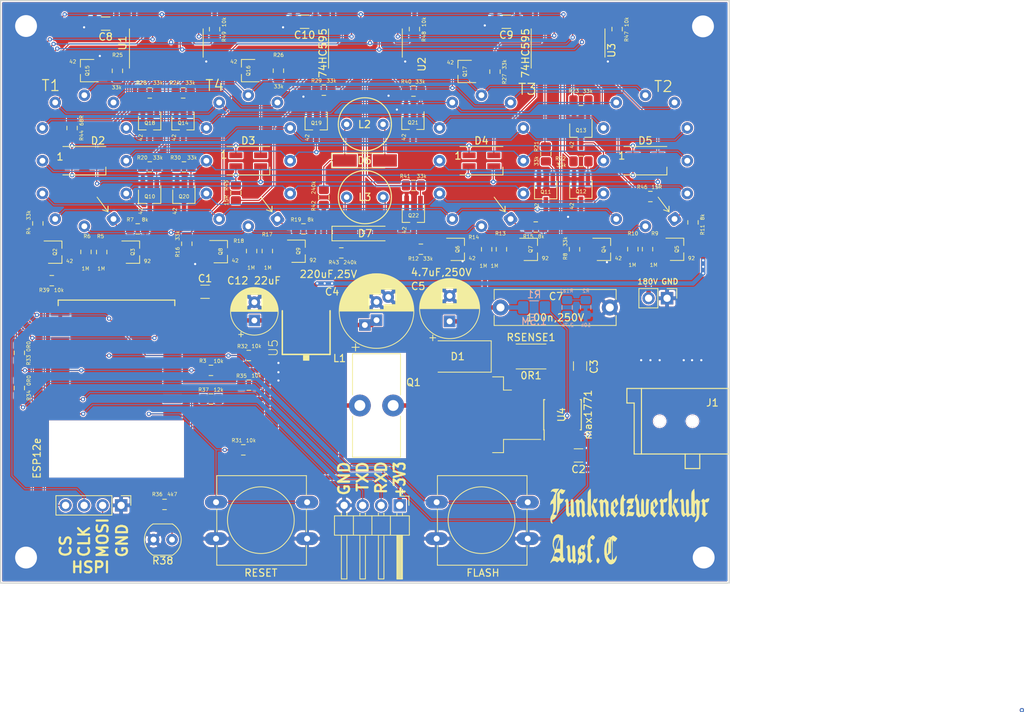
<source format=kicad_pcb>
(kicad_pcb (version 20171130) (host pcbnew "(5.1.2-1)-1")
  (layers (0 F.Cu signal) (31 B.Cu signal) (34 B.Paste user hide) (35 F.Paste user) (36 B.SilkS user) (37 F.SilkS user) (38 B.Mask user) (39 F.Mask user) (44 Edge.Cuts user))
  (net 0 "")
  (net 1 "Net-(D1-Pad2)")
  (net 2 GND)
  (net 3 "Net-(R1a1-Pad2)")
  (net 4 "Net-(Q2-Pad3)")
  (net 5 +3V3)
  (net 6 +9V)
  (net 7 "Net-(Q1-Pad1)")
  (net 8 "Net-(U3-Pad9)")
  (net 9 "Net-(C3-Pad1)")
  (net 10 /A4)
  (net 11 /A1)
  (net 12 /A2)
  (net 13 /A3)
  (net 14 "Net-(Q2-Pad1)")
  (net 15 "Net-(Q3-Pad1)")
  (net 16 /DRIVE_A1)
  (net 17 "Net-(Q4-Pad1)")
  (net 18 /DRIVE_A2)
  (net 19 "Net-(Q4-Pad3)")
  (net 20 "Net-(Q5-Pad1)")
  (net 21 "Net-(Q7-Pad1)")
  (net 22 /DRIVE_A3)
  (net 23 "Net-(Q6-Pad1)")
  (net 24 "Net-(Q5-Pad3)")
  (net 25 "Net-(Q7-Pad3)")
  (net 26 "Net-(Q6-Pad3)")
  (net 27 "Net-(Q3-Pad3)")
  (net 28 "Net-(Q9-Pad1)")
  (net 29 /DRIVE_A4)
  (net 30 "Net-(Q8-Pad1)")
  (net 31 "Net-(Q9-Pad3)")
  (net 32 "Net-(Q8-Pad3)")
  (net 33 /DRIVE_D1)
  (net 34 "Net-(Q11-Pad1)")
  (net 35 "Net-(Q12-Pad1)")
  (net 36 /DRIVE_D2)
  (net 37 /DRIVE_D9)
  (net 38 "Net-(Q19-Pad1)")
  (net 39 "Net-(Q20-Pad1)")
  (net 40 /DRIVE_DOT)
  (net 41 /DRIVE_D4)
  (net 42 "Net-(Q14-Pad1)")
  (net 43 "Net-(Q15-Pad1)")
  (net 44 /DRIVE_D5)
  (net 45 /DRIVE_D6)
  (net 46 "Net-(Q16-Pad1)")
  (net 47 "Net-(Q17-Pad1)")
  (net 48 /DRIVE_D7)
  (net 49 /DRIVE_D8)
  (net 50 "Net-(Q18-Pad1)")
  (net 51 "Net-(Q13-Pad1)")
  (net 52 /DRIVE_D3)
  (net 53 /DRIVE_D0)
  (net 54 "Net-(Q10-Pad1)")
  (net 55 /D5)
  (net 56 /D4)
  (net 57 /D3)
  (net 58 /D2)
  (net 59 /D1)
  (net 60 /D0)
  (net 61 /DOT)
  (net 62 /D8)
  (net 63 /D7)
  (net 64 /D6)
  (net 65 /D9)
  (net 66 BLANK)
  (net 67 HSPI_CS)
  (net 68 ADC)
  (net 69 "Net-(R35-Pad2)")
  (net 70 "Net-(R34-Pad1)")
  (net 71 FLASH)
  (net 72 RESET)
  (net 73 HSPI_CLK)
  (net 74 HSPI_MOSI)
  (net 75 "Net-(U6-Pad22)")
  (net 76 "Net-(U6-Pad21)")
  (net 77 "Net-(U6-Pad20)")
  (net 78 "Net-(U6-Pad19)")
  (net 79 "Net-(U6-Pad18)")
  (net 80 "Net-(U6-Pad17)")
  (net 81 "Net-(U6-Pad14)")
  (net 82 "Net-(U6-Pad11)")
  (net 83 "Net-(U6-Pad6)")
  (net 84 "Net-(U6-Pad4)")
  (net 85 180V)
  (net 86 /ANODE_N2)
  (net 87 /ANODE_N1)
  (net 88 /DRIVE_S2)
  (net 89 "Net-(Q22-Pad1)")
  (net 90 "Net-(Q21-Pad1)")
  (net 91 /DRIVE_S1)
  (net 92 /CATHODE_N2)
  (net 93 /CATHODE_N1)
  (net 94 /RED)
  (net 95 /GREEN)
  (net 96 /BLUE)
  (net 97 /DRIVE_BLUE)
  (net 98 /DRIVE_GREEN)
  (net 99 /DRIVE_RED)
  (net 100 /DRIVE_LED_A3)
  (net 101 /DRIVE_LED_A2)
  (net 102 /DRIVE_LED_A1)
  (net 103 /DRIVE_LED_A4)
  (net 104 /~OE)
  (net 105 /SERIAL_U3)
  (net 106 /SERIAL_U2)
  (net 107 "Net-(R1-Pad2)")
  (net 108 /hv_psu/SENSE)
  (net 109 "Net-(R49-Pad1)")
  (net 110 "Net-(R47-Pad1)")
  (net 111 "Net-(R48-Pad1)")
  (net 112 /TXD)
  (net 113 /RXD)
  (module Connector_PinHeader_2.54mm:PinHeader_1x02_P2.54mm_Vertical (layer F.Cu) (at 141.478 95.885 270)
    (fp_text reference J3)
    (fp_text value 180V (at -2.286 2.667 180) (layer F.SilkS) (effects (font (size 0.75 0.75) (thickness 0.125))))
    (pad 2 thru_hole oval (at 0 2.54 270) (size 1.7 1.7) (drill 1) (layers *.Cu *.Mask) (net 85 180V))
    (pad 1 thru_hole rect (at 0 0 270) (size 1.7 1.7) (drill 1) (layers *.Cu *.Mask) (net 2 GND))
  )
  (module PartsStash:Funknetzwerkuhr_Ausf_C (layer F.Cu) (at 136.398 127.381)
    (fp_text reference G*** hide)
    (fp_text value LOGO hide)
  )
  (module Connector_PinHeader_2.54mm:PinHeader_1x04_P2.54mm_Vertical (layer F.Cu) (at 66.548 124.333 270)
    (fp_text reference J2 hide)
    (fp_text value Conn_01x04_Male)
    (pad 4 thru_hole oval (at 0 7.62 270) (size 1.7 1.7) (drill 1) (layers *.Cu *.Mask) (net 67 HSPI_CS))
    (pad 3 thru_hole oval (at 0 5.08 270) (size 1.7 1.7) (drill 1) (layers *.Cu *.Mask) (net 73 HSPI_CLK))
    (pad 2 thru_hole oval (at 0 2.54 270) (size 1.7 1.7) (drill 1) (layers *.Cu *.Mask) (net 74 HSPI_MOSI))
    (pad 1 thru_hole rect (at 0 0 270) (size 1.7 1.7) (drill 1) (layers *.Cu *.Mask) (net 2 GND))
  )
  (module Capacitor_THT:CP_Radial_D10.0mm_P2.50mm_P5.00mm (layer F.Cu) (at 101.6 98.893 90)
    (fp_text reference C4 (at 3.897 -6.096 180) (layer F.SilkS))
    (fp_text value 220uF,25V (at 6.31 -6.604) (layer F.SilkS))
    (pad 2 thru_hole circle (at 3.170937 1.6 90) (size 1.6 1.6) (drill 0.8) (layers *.Cu *.Mask) (net 2 GND))
    (pad 1 thru_hole rect (at -0.670937 -1.6 90) (size 1.6 1.6) (drill 0.8) (layers *.Cu *.Mask) (net 6 +9V))
    (pad 2 thru_hole circle (at 2.5 0 90) (size 1.6 1.6) (drill 0.8) (layers *.Cu *.Mask) (net 2 GND))
    (pad 1 thru_hole rect (at 0 0 90) (size 1.6 1.6) (drill 0.8) (layers *.Cu *.Mask) (net 6 +9V))
  )
  (module Capacitor_SMD:C_1206_3216Metric_Pad1.42x1.75mm_HandSolder (layer F.Cu) (at 78.0685 94.996)
    (fp_text reference C1 (at 0 -1.82) (layer F.SilkS))
    (fp_text value 100n)
    (pad 2 smd roundrect (at 1.4875 0) (size 1.425 1.75) (layers F.Cu F.Paste F.Mask) (roundrect_rratio 0.175439) (net 2 GND))
    (pad 1 smd roundrect (at -1.4875 0) (size 1.425 1.75) (layers F.Cu F.Paste F.Mask) (roundrect_rratio 0.175439) (net 5 +3V3))
  )
  (module Capacitor_THT:CP_Radial_D6.3mm_P2.50mm (layer F.Cu) (at 84.836 98.933 90)
    (fp_text reference C12 (at 5.461 -2.286 180) (layer F.SilkS))
    (fp_text value 22uF (at 5.461 1.778 180) (layer F.SilkS))
    (pad 2 thru_hole circle (at 2.5 0 90) (size 1.6 1.6) (drill 0.8) (layers *.Cu *.Mask) (net 2 GND))
    (pad 1 thru_hole rect (at 0 0 90) (size 1.6 1.6) (drill 0.8) (layers *.Cu *.Mask) (net 5 +3V3))
  )
  (module PartsStash:R_0805_2012Metric_Pad1.15x1.40mm_HandSolder_Value (layer F.Cu) (at 134.62 58.919 90)
    (fp_text reference R47 (at -0.25 1.3 90) (layer F.SilkS) (effects (font (size 0.5 0.5) (thickness 0.075)) (justify right)))
    (fp_text value 10k)
    (fp_text user %V (at 0.25 1.3 90) (layer F.SilkS) (effects (font (size 0.5 0.5) (thickness 0.075)) (justify left)))
    (pad 2 smd roundrect (at 1.025 0 90) (size 1.15 1.4) (layers F.Cu F.Paste F.Mask) (roundrect_rratio 0.217391) (net 5 +3V3))
    (pad 1 smd roundrect (at -1.025 0 90) (size 1.15 1.4) (layers F.Cu F.Paste F.Mask) (roundrect_rratio 0.217391) (net 110 "Net-(R47-Pad1)"))
  )
  (module PartsStash:R_0805_2012Metric_Pad1.15x1.40mm_HandSolder_Value (layer F.Cu) (at 106.807 58.919 90)
    (fp_text reference R48 (at -0.25 1.3 90) (layer F.SilkS) (effects (font (size 0.5 0.5) (thickness 0.075)) (justify right)))
    (fp_text value 10k)
    (fp_text user %V (at 0.25 1.3 90) (layer F.SilkS) (effects (font (size 0.5 0.5) (thickness 0.075)) (justify left)))
    (pad 2 smd roundrect (at 1.025 0 90) (size 1.15 1.4) (layers F.Cu F.Paste F.Mask) (roundrect_rratio 0.217391) (net 5 +3V3))
    (pad 1 smd roundrect (at -1.025 0 90) (size 1.15 1.4) (layers F.Cu F.Paste F.Mask) (roundrect_rratio 0.217391) (net 111 "Net-(R48-Pad1)"))
  )
  (module PartsStash:R_0805_2012Metric_Pad1.15x1.40mm_HandSolder_Value (layer F.Cu) (at 79.375 58.937 90)
    (fp_text reference R49 (at -0.25 1.3 90) (layer F.SilkS) (effects (font (size 0.5 0.5) (thickness 0.075)) (justify right)))
    (fp_text value 10k)
    (fp_text user %V (at 0.25 1.3 90) (layer F.SilkS) (effects (font (size 0.5 0.5) (thickness 0.075)) (justify left)))
    (pad 2 smd roundrect (at 1.025 0 90) (size 1.15 1.4) (layers F.Cu F.Paste F.Mask) (roundrect_rratio 0.217391) (net 5 +3V3))
    (pad 1 smd roundrect (at -1.025 0 90) (size 1.15 1.4) (layers F.Cu F.Paste F.Mask) (roundrect_rratio 0.217391) (net 109 "Net-(R49-Pad1)"))
  )
  (module PartsStash:R_0805_2012Metric_Pad1.15x1.40mm_HandSolder_Value (layer F.Cu) (at 59.817 72.508 90)
    (fp_text reference R44 (at -0.25 1.3 90) (layer F.SilkS) (effects (font (size 0.5 0.5) (thickness 0.075)) (justify right)))
    (fp_text value 68R)
    (fp_text user %V (at 0.25 1.3 90) (layer F.SilkS) (effects (font (size 0.5 0.5) (thickness 0.075)) (justify left)))
    (pad 2 smd roundrect (at 1.025 0 90) (size 1.15 1.4) (layers F.Cu F.Paste F.Mask) (roundrect_rratio 0.217391) (net 99 /DRIVE_RED))
    (pad 1 smd roundrect (at -1.025 0 90) (size 1.15 1.4) (layers F.Cu F.Paste F.Mask) (roundrect_rratio 0.217391) (net 94 /RED))
  )
  (module PartsStash:R_0805_2012Metric_Pad1.15x1.40mm_HandSolder_Value (layer F.Cu) (at 82.296 81.416 270)
    (fp_text reference R45 (at -0.25 1.3 90) (layer F.SilkS) (effects (font (size 0.5 0.5) (thickness 0.075)) (justify left)))
    (fp_text value 15R)
    (fp_text user %V (at 0.25 1.3 90) (layer F.SilkS) (effects (font (size 0.5 0.5) (thickness 0.075)) (justify right)))
    (pad 2 smd roundrect (at 1.025 0 270) (size 1.15 1.4) (layers F.Cu F.Paste F.Mask) (roundrect_rratio 0.217391) (net 98 /DRIVE_GREEN))
    (pad 1 smd roundrect (at -1.025 0 270) (size 1.15 1.4) (layers F.Cu F.Paste F.Mask) (roundrect_rratio 0.217391) (net 95 /GREEN))
  )
  (module PartsStash:R_0805_2012Metric_Pad1.15x1.40mm_HandSolder_Value (layer F.Cu) (at 139.183 81.915 180)
    (fp_text reference R46 (at 1.896 1.3) (layer F.SilkS) (effects (font (size 0.5 0.5) (thickness 0.075)) (justify left)))
    (fp_text value 15R)
    (fp_text user %V (at -1.66 1.3) (layer F.SilkS) (effects (font (size 0.5 0.5) (thickness 0.075)) (justify right)))
    (pad 2 smd roundrect (at 1.025 0 180) (size 1.15 1.4) (layers F.Cu F.Paste F.Mask) (roundrect_rratio 0.217391) (net 97 /DRIVE_BLUE))
    (pad 1 smd roundrect (at -1.025 0 180) (size 1.15 1.4) (layers F.Cu F.Paste F.Mask) (roundrect_rratio 0.217391) (net 96 /BLUE))
  )
  (module PartsStash:R_0805_2012Metric_Pad1.15x1.40mm_HandSolder_Value (layer F.Cu) (at 66.04 64.652 270)
    (fp_text reference R25 (at -2.168 0.762 180) (layer F.SilkS) (effects (font (size 0.5 0.5) (thickness 0.075)) (justify left)))
    (fp_text value 33k)
    (fp_text user %V (at 2.277 -0.635 180) (layer F.SilkS) (effects (font (size 0.5 0.5) (thickness 0.075)) (justify right)))
    (pad 2 smd roundrect (at 1.025 0 270) (size 1.15 1.4) (layers F.Cu F.Paste F.Mask) (roundrect_rratio 0.217391) (net 43 "Net-(Q15-Pad1)"))
    (pad 1 smd roundrect (at -1.025 0 270) (size 1.15 1.4) (layers F.Cu F.Paste F.Mask) (roundrect_rratio 0.217391) (net 44 /DRIVE_D5))
  )
  (module PartsStash:R_0805_2012Metric_Pad1.15x1.40mm_HandSolder_Value (layer F.Cu) (at 106.671 67.437 180)
    (fp_text reference R40 (at 1.769 1.3) (layer F.SilkS) (effects (font (size 0.5 0.5) (thickness 0.075)) (justify left)))
    (fp_text value 33k)
    (fp_text user %V (at -1.66 1.3) (layer F.SilkS) (effects (font (size 0.5 0.5) (thickness 0.075)) (justify right)))
    (pad 2 smd roundrect (at 1.025 0 180) (size 1.15 1.4) (layers F.Cu F.Paste F.Mask) (roundrect_rratio 0.217391) (net 91 /DRIVE_S1))
    (pad 1 smd roundrect (at -1.025 0 180) (size 1.15 1.4) (layers F.Cu F.Paste F.Mask) (roundrect_rratio 0.217391) (net 90 "Net-(Q21-Pad1)"))
  )
  (module PartsStash:R_0805_2012Metric_Pad1.15x1.40mm_HandSolder_Value (layer F.Cu) (at 106.671 80.391)
    (fp_text reference R41 (at -0.372 -1.27) (layer F.SilkS) (effects (font (size 0.5 0.5) (thickness 0.075)) (justify right)))
    (fp_text value 33k)
    (fp_text user %V (at 0.39 -1.27) (layer F.SilkS) (effects (font (size 0.5 0.5) (thickness 0.075)) (justify left)))
    (pad 2 smd roundrect (at 1.025 0) (size 1.15 1.4) (layers F.Cu F.Paste F.Mask) (roundrect_rratio 0.217391) (net 89 "Net-(Q22-Pad1)"))
    (pad 1 smd roundrect (at -1.025 0) (size 1.15 1.4) (layers F.Cu F.Paste F.Mask) (roundrect_rratio 0.217391) (net 88 /DRIVE_S2))
  )
  (module PartsStash:R_0805_2012Metric_Pad1.15x1.40mm_HandSolder_Value (layer F.Cu) (at 94.361 82.033 90)
    (fp_text reference R42 (at -0.39 -1.397 90) (layer F.SilkS) (effects (font (size 0.5 0.5) (thickness 0.075)) (justify right)))
    (fp_text value 240k)
    (fp_text user %V (at 0.372 -1.397 90) (layer F.SilkS) (effects (font (size 0.5 0.5) (thickness 0.075)) (justify left)))
    (pad 2 smd roundrect (at 1.025 0 90) (size 1.15 1.4) (layers F.Cu F.Paste F.Mask) (roundrect_rratio 0.217391) (net 87 /ANODE_N1))
    (pad 1 smd roundrect (at -1.025 0 90) (size 1.15 1.4) (layers F.Cu F.Paste F.Mask) (roundrect_rratio 0.217391) (net 85 180V))
  )
  (module PartsStash:R_0805_2012Metric_Pad1.15x1.40mm_HandSolder_Value (layer F.Cu) (at 96.765 89.662)
    (fp_text reference R43 (at -0.25 1.3) (layer F.SilkS) (effects (font (size 0.5 0.5) (thickness 0.075)) (justify right)))
    (fp_text value 240k)
    (fp_text user %V (at 0.25 1.3) (layer F.SilkS) (effects (font (size 0.5 0.5) (thickness 0.075)) (justify left)))
    (pad 2 smd roundrect (at 1.025 0) (size 1.15 1.4) (layers F.Cu F.Paste F.Mask) (roundrect_rratio 0.217391) (net 86 /ANODE_N2))
    (pad 1 smd roundrect (at -1.025 0) (size 1.15 1.4) (layers F.Cu F.Paste F.Mask) (roundrect_rratio 0.217391) (net 85 180V))
  )
  (module PartsStash:R_0805_2012Metric_Pad1.15x1.40mm_HandSolder_Value (layer F.Cu) (at 83.321 116.713 180)
    (fp_text reference R31 (at 1.66 1.3) (layer F.SilkS) (effects (font (size 0.5 0.5) (thickness 0.075)) (justify left)))
    (fp_text value 10k)
    (fp_text user %V (at -1.769 1.3) (layer F.SilkS) (effects (font (size 0.5 0.5) (thickness 0.075)) (justify right)))
    (pad 2 smd roundrect (at 1.025 0 180) (size 1.15 1.4) (layers F.Cu F.Paste F.Mask) (roundrect_rratio 0.217391) (net 72 RESET))
    (pad 1 smd roundrect (at -1.025 0 180) (size 1.15 1.4) (layers F.Cu F.Paste F.Mask) (roundrect_rratio 0.217391) (net 5 +3V3))
  )
  (module PartsStash:R_0805_2012Metric_Pad1.15x1.40mm_HandSolder_Value (layer F.Cu) (at 84.065 103.759 180)
    (fp_text reference R32 (at 1.642 1.27) (layer F.SilkS) (effects (font (size 0.5 0.5) (thickness 0.075)) (justify left)))
    (fp_text value 10k)
    (fp_text user %V (at -1.787 1.3) (layer F.SilkS) (effects (font (size 0.5 0.5) (thickness 0.075)) (justify right)))
    (pad 2 smd roundrect (at 1.025 0 180) (size 1.15 1.4) (layers F.Cu F.Paste F.Mask) (roundrect_rratio 0.217391) (net 71 FLASH))
    (pad 1 smd roundrect (at -1.025 0 180) (size 1.15 1.4) (layers F.Cu F.Paste F.Mask) (roundrect_rratio 0.217391) (net 5 +3V3))
  )
  (module PartsStash:R_0805_2012Metric_Pad1.15x1.40mm_HandSolder_Value (layer F.Cu) (at 52.578 108.213 90)
    (fp_text reference R34 (at -0.25 1.3 90) (layer F.SilkS) (effects (font (size 0.5 0.5) (thickness 0.075)) (justify right)))
    (fp_text value 0R0)
    (fp_text user %V (at 0.25 1.3 90) (layer F.SilkS) (effects (font (size 0.5 0.5) (thickness 0.075)) (justify left)))
    (pad 2 smd roundrect (at 1.025 0 90) (size 1.15 1.4) (layers F.Cu F.Paste F.Mask) (roundrect_rratio 0.217391) (net 66 BLANK))
    (pad 1 smd roundrect (at -1.025 0 90) (size 1.15 1.4) (layers F.Cu F.Paste F.Mask) (roundrect_rratio 0.217391) (net 70 "Net-(R34-Pad1)"))
  )
  (module PartsStash:R_0805_2012Metric_Pad1.15x1.40mm_HandSolder_Value (layer F.Cu) (at 84.083 107.823 180)
    (fp_text reference R35 (at 1.787 1.27) (layer F.SilkS) (effects (font (size 0.5 0.5) (thickness 0.075)) (justify left)))
    (fp_text value 10k)
    (fp_text user %V (at -1.769 1.3) (layer F.SilkS) (effects (font (size 0.5 0.5) (thickness 0.075)) (justify right)))
    (pad 2 smd roundrect (at 1.025 0 180) (size 1.15 1.4) (layers F.Cu F.Paste F.Mask) (roundrect_rratio 0.217391) (net 69 "Net-(R35-Pad2)"))
    (pad 1 smd roundrect (at -1.025 0 180) (size 1.15 1.4) (layers F.Cu F.Paste F.Mask) (roundrect_rratio 0.217391) (net 5 +3V3))
  )
  (module PartsStash:R_0805_2012Metric_Pad1.15x1.40mm_HandSolder_Value (layer F.Cu) (at 72.508 124.206 180)
    (fp_text reference R36 (at 1.769 1.397) (layer F.SilkS) (effects (font (size 0.5 0.5) (thickness 0.075)) (justify left)))
    (fp_text value 4k7)
    (fp_text user %V (at -1.787 1.397) (layer F.SilkS) (effects (font (size 0.5 0.5) (thickness 0.075)) (justify right)))
    (pad 2 smd roundrect (at 1.025 0 180) (size 1.15 1.4) (layers F.Cu F.Paste F.Mask) (roundrect_rratio 0.217391) (net 2 GND))
    (pad 1 smd roundrect (at -1.025 0 180) (size 1.15 1.4) (layers F.Cu F.Paste F.Mask) (roundrect_rratio 0.217391) (net 68 ADC))
  )
  (module PartsStash:R_0805_2012Metric_Pad1.15x1.40mm_HandSolder_Value (layer F.Cu) (at 78.876 109.728 180)
    (fp_text reference R37 (at 1.787 1.27) (layer F.SilkS) (effects (font (size 0.5 0.5) (thickness 0.075)) (justify left)))
    (fp_text value 12k)
    (fp_text user %V (at -1.769 1.27) (layer F.SilkS) (effects (font (size 0.5 0.5) (thickness 0.075)) (justify right)))
    (pad 2 smd roundrect (at 1.025 0 180) (size 1.15 1.4) (layers F.Cu F.Paste F.Mask) (roundrect_rratio 0.217391) (net 68 ADC))
    (pad 1 smd roundrect (at -1.025 0 180) (size 1.15 1.4) (layers F.Cu F.Paste F.Mask) (roundrect_rratio 0.217391) (net 5 +3V3))
  )
  (module PartsStash:R_0805_2012Metric_Pad1.15x1.40mm_HandSolder_Value (layer F.Cu) (at 57.032 93.472)
    (fp_text reference R39 (at -0.25 1.3) (layer F.SilkS) (effects (font (size 0.5 0.5) (thickness 0.075)) (justify right)))
    (fp_text value 10k)
    (fp_text user %V (at 0.25 1.3) (layer F.SilkS) (effects (font (size 0.5 0.5) (thickness 0.075)) (justify left)))
    (pad 2 smd roundrect (at 1.025 0) (size 1.15 1.4) (layers F.Cu F.Paste F.Mask) (roundrect_rratio 0.217391) (net 2 GND))
    (pad 1 smd roundrect (at -1.025 0) (size 1.15 1.4) (layers F.Cu F.Paste F.Mask) (roundrect_rratio 0.217391) (net 67 HSPI_CS))
  )
  (module PartsStash:R_0805_2012Metric_Pad1.15x1.40mm_HandSolder_Value (layer F.Cu) (at 52.578 103.387 270)
    (fp_text reference R33 (at 1.769 -1.27 90) (layer F.SilkS) (effects (font (size 0.5 0.5) (thickness 0.075)) (justify left)))
    (fp_text value 0R0)
    (fp_text user %V (at -1.66 -1.27 90) (layer F.SilkS) (effects (font (size 0.5 0.5) (thickness 0.075)) (justify right)))
    (pad 2 smd roundrect (at 1.025 0 270) (size 1.15 1.4) (layers F.Cu F.Paste F.Mask) (roundrect_rratio 0.217391) (net 66 BLANK))
    (pad 1 smd roundrect (at -1.025 0 270) (size 1.15 1.4) (layers F.Cu F.Paste F.Mask) (roundrect_rratio 0.217391) (net 104 /~OE))
  )
  (module PartsStash:R_0805_2012Metric_Pad1.15x1.40mm_HandSolder_Value (layer F.Cu) (at 75.565 88.401 90)
    (fp_text reference R16 (at -0.372 -1.27 90) (layer F.SilkS) (effects (font (size 0.5 0.5) (thickness 0.075)) (justify right)))
    (fp_text value 33k)
    (fp_text user %V (at 0.39 -1.27 90) (layer F.SilkS) (effects (font (size 0.5 0.5) (thickness 0.075)) (justify left)))
    (pad 2 smd roundrect (at 1.025 0 90) (size 1.15 1.4) (layers F.Cu F.Paste F.Mask) (roundrect_rratio 0.217391) (net 18 /DRIVE_A2))
    (pad 1 smd roundrect (at -1.025 0 90) (size 1.15 1.4) (layers F.Cu F.Paste F.Mask) (roundrect_rratio 0.217391) (net 30 "Net-(Q8-Pad1)"))
  )
  (module PartsStash:R_0805_2012Metric_Pad1.15x1.40mm_HandSolder_Value (layer F.Cu) (at 107.687 89.154)
    (fp_text reference R12 (at -0.25 1.3) (layer F.SilkS) (effects (font (size 0.5 0.5) (thickness 0.075)) (justify right)))
    (fp_text value 33k)
    (fp_text user %V (at 0.25 1.3) (layer F.SilkS) (effects (font (size 0.5 0.5) (thickness 0.075)) (justify left)))
    (pad 2 smd roundrect (at 1.025 0) (size 1.15 1.4) (layers F.Cu F.Paste F.Mask) (roundrect_rratio 0.217391) (net 23 "Net-(Q6-Pad1)"))
    (pad 1 smd roundrect (at -1.025 0) (size 1.15 1.4) (layers F.Cu F.Paste F.Mask) (roundrect_rratio 0.217391) (net 22 /DRIVE_A3))
  )
  (module PartsStash:R_0805_2012Metric_Pad1.15x1.40mm_HandSolder_Value (layer F.Cu) (at 70.476 77.851)
    (fp_text reference R20 (at -0.25 -1.27) (layer F.SilkS) (effects (font (size 0.5 0.5) (thickness 0.075)) (justify right)))
    (fp_text value 33k)
    (fp_text user %V (at 0.39 -1.27) (layer F.SilkS) (effects (font (size 0.5 0.5) (thickness 0.075)) (justify left)))
    (pad 2 smd roundrect (at 1.025 0) (size 1.15 1.4) (layers F.Cu F.Paste F.Mask) (roundrect_rratio 0.217391) (net 54 "Net-(Q10-Pad1)"))
    (pad 1 smd roundrect (at -1.025 0) (size 1.15 1.4) (layers F.Cu F.Paste F.Mask) (roundrect_rratio 0.217391) (net 53 /DRIVE_D0))
  )
  (module PartsStash:R_0805_2012Metric_Pad1.15x1.40mm_HandSolder_Value (layer F.Cu) (at 129.658 68.707 180)
    (fp_text reference R23 (at 1.769 1.3) (layer F.SilkS) (effects (font (size 0.5 0.5) (thickness 0.075)) (justify left)))
    (fp_text value 33k)
    (fp_text user %V (at -1.66 1.27) (layer F.SilkS) (effects (font (size 0.5 0.5) (thickness 0.075)) (justify right)))
    (pad 2 smd roundrect (at 1.025 0 180) (size 1.15 1.4) (layers F.Cu F.Paste F.Mask) (roundrect_rratio 0.217391) (net 52 /DRIVE_D3))
    (pad 1 smd roundrect (at -1.025 0 180) (size 1.15 1.4) (layers F.Cu F.Paste F.Mask) (roundrect_rratio 0.217391) (net 51 "Net-(Q13-Pad1)"))
  )
  (module PartsStash:R_0805_2012Metric_Pad1.15x1.40mm_HandSolder_Value (layer F.Cu) (at 70.476 67.691)
    (fp_text reference R28 (at -0.372 -1.397) (layer F.SilkS) (effects (font (size 0.5 0.5) (thickness 0.075)) (justify right)))
    (fp_text value 33k)
    (fp_text user %V (at 0.39 -1.397) (layer F.SilkS) (effects (font (size 0.5 0.5) (thickness 0.075)) (justify left)))
    (pad 2 smd roundrect (at 1.025 0) (size 1.15 1.4) (layers F.Cu F.Paste F.Mask) (roundrect_rratio 0.217391) (net 50 "Net-(Q18-Pad1)"))
    (pad 1 smd roundrect (at -1.025 0) (size 1.15 1.4) (layers F.Cu F.Paste F.Mask) (roundrect_rratio 0.217391) (net 49 /DRIVE_D8))
  )
  (module PartsStash:R_0805_2012Metric_Pad1.15x1.40mm_HandSolder_Value (layer F.Cu) (at 117.856 64.761 90)
    (fp_text reference R27 (at -0.25 1.3 90) (layer F.SilkS) (effects (font (size 0.5 0.5) (thickness 0.075)) (justify right)))
    (fp_text value 33k)
    (fp_text user %V (at 0.25 1.3 90) (layer F.SilkS) (effects (font (size 0.5 0.5) (thickness 0.075)) (justify left)))
    (pad 2 smd roundrect (at 1.025 0 90) (size 1.15 1.4) (layers F.Cu F.Paste F.Mask) (roundrect_rratio 0.217391) (net 48 /DRIVE_D7))
    (pad 1 smd roundrect (at -1.025 0 90) (size 1.15 1.4) (layers F.Cu F.Paste F.Mask) (roundrect_rratio 0.217391) (net 47 "Net-(Q17-Pad1)"))
  )
  (module PartsStash:R_0805_2012Metric_Pad1.15x1.40mm_HandSolder_Value (layer F.Cu) (at 88.138 64.634 270)
    (fp_text reference R26 (at -2.15 0.762 180) (layer F.SilkS) (effects (font (size 0.5 0.5) (thickness 0.075)) (justify left)))
    (fp_text value 33k)
    (fp_text user %V (at 2.168 -0.762 180) (layer F.SilkS) (effects (font (size 0.5 0.5) (thickness 0.075)) (justify right)))
    (pad 2 smd roundrect (at 1.025 0 270) (size 1.15 1.4) (layers F.Cu F.Paste F.Mask) (roundrect_rratio 0.217391) (net 46 "Net-(Q16-Pad1)"))
    (pad 1 smd roundrect (at -1.025 0 270) (size 1.15 1.4) (layers F.Cu F.Paste F.Mask) (roundrect_rratio 0.217391) (net 45 /DRIVE_D6))
  )
  (module PartsStash:R_0805_2012Metric_Pad1.15x1.40mm_HandSolder_Value (layer F.Cu) (at 75.066 67.691)
    (fp_text reference R24 (at -0.39 -1.397) (layer F.SilkS) (effects (font (size 0.5 0.5) (thickness 0.075)) (justify right)))
    (fp_text value 33k)
    (fp_text user %V (at 0.245 -1.397) (layer F.SilkS) (effects (font (size 0.5 0.5) (thickness 0.075)) (justify left)))
    (pad 2 smd roundrect (at 1.025 0) (size 1.15 1.4) (layers F.Cu F.Paste F.Mask) (roundrect_rratio 0.217391) (net 42 "Net-(Q14-Pad1)"))
    (pad 1 smd roundrect (at -1.025 0) (size 1.15 1.4) (layers F.Cu F.Paste F.Mask) (roundrect_rratio 0.217391) (net 41 /DRIVE_D4))
  )
  (module PartsStash:R_0805_2012Metric_Pad1.15x1.40mm_HandSolder_Value (layer F.Cu) (at 75.175 77.851)
    (fp_text reference R30 (at -0.372 -1.27) (layer F.SilkS) (effects (font (size 0.5 0.5) (thickness 0.075)) (justify right)))
    (fp_text value 33k)
    (fp_text user %V (at 0.39 -1.27) (layer F.SilkS) (effects (font (size 0.5 0.5) (thickness 0.075)) (justify left)))
    (pad 2 smd roundrect (at 1.025 0) (size 1.15 1.4) (layers F.Cu F.Paste F.Mask) (roundrect_rratio 0.217391) (net 39 "Net-(Q20-Pad1)"))
    (pad 1 smd roundrect (at -1.025 0) (size 1.15 1.4) (layers F.Cu F.Paste F.Mask) (roundrect_rratio 0.217391) (net 40 /DRIVE_DOT))
  )
  (module PartsStash:R_0805_2012Metric_Pad1.15x1.40mm_HandSolder_Value (layer F.Cu) (at 94.37 67.31 180)
    (fp_text reference R29 (at 1.787 1.3) (layer F.SilkS) (effects (font (size 0.5 0.5) (thickness 0.075)) (justify left)))
    (fp_text value 33k)
    (fp_text user %V (at -1.769 1.3) (layer F.SilkS) (effects (font (size 0.5 0.5) (thickness 0.075)) (justify right)))
    (pad 2 smd roundrect (at 1.025 0 180) (size 1.15 1.4) (layers F.Cu F.Paste F.Mask) (roundrect_rratio 0.217391) (net 38 "Net-(Q19-Pad1)"))
    (pad 1 smd roundrect (at -1.025 0 180) (size 1.15 1.4) (layers F.Cu F.Paste F.Mask) (roundrect_rratio 0.217391) (net 37 /DRIVE_D9))
  )
  (module PartsStash:R_0805_2012Metric_Pad1.15x1.40mm_HandSolder_Value (layer F.Cu) (at 129.658 77.089)
    (fp_text reference R22 (at -2.023 -0.381) (layer F.SilkS) (effects (font (size 0.5 0.5) (thickness 0.075)) (justify right)))
    (fp_text value 33k)
    (fp_text user %V (at -3.42 0.508) (layer F.SilkS) (effects (font (size 0.5 0.5) (thickness 0.075)) (justify left)))
    (pad 2 smd roundrect (at 1.025 0) (size 1.15 1.4) (layers F.Cu F.Paste F.Mask) (roundrect_rratio 0.217391) (net 35 "Net-(Q12-Pad1)"))
    (pad 1 smd roundrect (at -1.025 0) (size 1.15 1.4) (layers F.Cu F.Paste F.Mask) (roundrect_rratio 0.217391) (net 36 /DRIVE_D2))
  )
  (module PartsStash:R_0805_2012Metric_Pad1.15x1.40mm_HandSolder_Value (layer F.Cu) (at 124.841 76.064 270)
    (fp_text reference R21 (at -0.25 1.3 90) (layer F.SilkS) (effects (font (size 0.5 0.5) (thickness 0.075)) (justify left)))
    (fp_text value 33k)
    (fp_text user %V (at 0.25 1.3 90) (layer F.SilkS) (effects (font (size 0.5 0.5) (thickness 0.075)) (justify right)))
    (pad 2 smd roundrect (at 1.025 0 270) (size 1.15 1.4) (layers F.Cu F.Paste F.Mask) (roundrect_rratio 0.217391) (net 34 "Net-(Q11-Pad1)"))
    (pad 1 smd roundrect (at -1.025 0 270) (size 1.15 1.4) (layers F.Cu F.Paste F.Mask) (roundrect_rratio 0.217391) (net 33 /DRIVE_D1))
  )
  (module PartsStash:R_0805_2012Metric_Pad1.15x1.40mm_HandSolder_Value (layer F.Cu) (at 138.793805 89.145742 90)
    (fp_text reference R9 (at 2.150742 1.541195 180) (layer F.SilkS) (effects (font (size 0.5 0.5) (thickness 0.075)) (justify right)))
    (fp_text value 1M)
    (fp_text user %V (at -2.167258 0.271195 180) (layer F.SilkS) (effects (font (size 0.5 0.5) (thickness 0.075)) (justify left)))
    (pad 2 smd roundrect (at 1.025 0 90) (size 1.15 1.4) (layers F.Cu F.Paste F.Mask) (roundrect_rratio 0.217391) (net 20 "Net-(Q5-Pad1)"))
    (pad 1 smd roundrect (at -1.025 0 90) (size 1.15 1.4) (layers F.Cu F.Paste F.Mask) (roundrect_rratio 0.217391) (net 85 180V))
  )
  (module PartsStash:R_0805_2012Metric_Pad1.15x1.40mm_HandSolder_Value (layer F.Cu) (at 84.455 89.399 270)
    (fp_text reference R18 (at -1.388 2.54 180) (layer F.SilkS) (effects (font (size 0.5 0.5) (thickness 0.075)) (justify left)))
    (fp_text value 1M)
    (fp_text user %V (at 2.295 -0.508 180) (layer F.SilkS) (effects (font (size 0.5 0.5) (thickness 0.075)) (justify right)))
    (pad 2 smd roundrect (at 1.025 0 270) (size 1.15 1.4) (layers F.Cu F.Paste F.Mask) (roundrect_rratio 0.217391) (net 32 "Net-(Q8-Pad3)"))
    (pad 1 smd roundrect (at -1.025 0 270) (size 1.15 1.4) (layers F.Cu F.Paste F.Mask) (roundrect_rratio 0.217391) (net 28 "Net-(Q9-Pad1)"))
  )
  (module PartsStash:R_0805_2012Metric_Pad1.15x1.40mm_HandSolder_Value (layer F.Cu) (at 91.576 86.36)
    (fp_text reference R19 (at -0.263 -1.27) (layer F.SilkS) (effects (font (size 0.5 0.5) (thickness 0.075)) (justify right)))
    (fp_text value 8k)
    (fp_text user %V (at 0.499 -1.27) (layer F.SilkS) (effects (font (size 0.5 0.5) (thickness 0.075)) (justify left)))
    (pad 2 smd roundrect (at 1.025 0) (size 1.15 1.4) (layers F.Cu F.Paste F.Mask) (roundrect_rratio 0.217391) (net 31 "Net-(Q9-Pad3)"))
    (pad 1 smd roundrect (at -1.025 0) (size 1.15 1.4) (layers F.Cu F.Paste F.Mask) (roundrect_rratio 0.217391) (net 12 /A2))
  )
  (module PartsStash:R_0805_2012Metric_Pad1.15x1.40mm_HandSolder_Value (layer F.Cu) (at 86.614 89.399 90)
    (fp_text reference R17 (at 2.277 0.762 180) (layer F.SilkS) (effects (font (size 0.5 0.5) (thickness 0.075)) (justify right)))
    (fp_text value 1M)
    (fp_text user %V (at -2.295 -0.508 180) (layer F.SilkS) (effects (font (size 0.5 0.5) (thickness 0.075)) (justify left)))
    (pad 2 smd roundrect (at 1.025 0 90) (size 1.15 1.4) (layers F.Cu F.Paste F.Mask) (roundrect_rratio 0.217391) (net 28 "Net-(Q9-Pad1)"))
    (pad 1 smd roundrect (at -1.025 0 90) (size 1.15 1.4) (layers F.Cu F.Paste F.Mask) (roundrect_rratio 0.217391) (net 85 180V))
  )
  (module PartsStash:R_0805_2012Metric_Pad1.15x1.40mm_HandSolder_Value (layer F.Cu) (at 116.713 89.163 270)
    (fp_text reference R14 (at -1.66 2.54 180) (layer F.SilkS) (effects (font (size 0.5 0.5) (thickness 0.075)) (justify left)))
    (fp_text value 1M)
    (fp_text user %V (at 2.277 -0.127 180) (layer F.SilkS) (effects (font (size 0.5 0.5) (thickness 0.075)) (justify right)))
    (pad 2 smd roundrect (at 1.025 0 270) (size 1.15 1.4) (layers F.Cu F.Paste F.Mask) (roundrect_rratio 0.217391) (net 26 "Net-(Q6-Pad3)"))
    (pad 1 smd roundrect (at -1.025 0 270) (size 1.15 1.4) (layers F.Cu F.Paste F.Mask) (roundrect_rratio 0.217391) (net 21 "Net-(Q7-Pad1)"))
  )
  (module PartsStash:R_0805_2012Metric_Pad1.15x1.40mm_HandSolder_Value (layer F.Cu) (at 123.453 86.106)
    (fp_text reference R15 (at -0.25 1.3) (layer F.SilkS) (effects (font (size 0.5 0.5) (thickness 0.075)) (justify right)))
    (fp_text value 8k)
    (fp_text user %V (at 0.25 1.3) (layer F.SilkS) (effects (font (size 0.5 0.5) (thickness 0.075)) (justify left)))
    (pad 2 smd roundrect (at 1.025 0) (size 1.15 1.4) (layers F.Cu F.Paste F.Mask) (roundrect_rratio 0.217391) (net 25 "Net-(Q7-Pad3)"))
    (pad 1 smd roundrect (at -1.025 0) (size 1.15 1.4) (layers F.Cu F.Paste F.Mask) (roundrect_rratio 0.217391) (net 13 /A3))
  )
  (module PartsStash:R_0805_2012Metric_Pad1.15x1.40mm_HandSolder_Value (layer F.Cu) (at 128.778 89.163 270)
    (fp_text reference R8 (at 1.515 1.27 90) (layer F.SilkS) (effects (font (size 0.5 0.5) (thickness 0.075)) (justify left)))
    (fp_text value 33k)
    (fp_text user %V (at -1.787 1.27 90) (layer F.SilkS) (effects (font (size 0.5 0.5) (thickness 0.075)) (justify right)))
    (pad 2 smd roundrect (at 1.025 0 270) (size 1.15 1.4) (layers F.Cu F.Paste F.Mask) (roundrect_rratio 0.217391) (net 29 /DRIVE_A4))
    (pad 1 smd roundrect (at -1.025 0 270) (size 1.15 1.4) (layers F.Cu F.Paste F.Mask) (roundrect_rratio 0.217391) (net 17 "Net-(Q4-Pad1)"))
  )
  (module PartsStash:R_0805_2012Metric_Pad1.15x1.40mm_HandSolder_Value (layer F.Cu) (at 136.779 89.145742 270)
    (fp_text reference R10 (at -2.150742 0.762 180) (layer F.SilkS) (effects (font (size 0.5 0.5) (thickness 0.075)) (justify left)))
    (fp_text value 1M)
    (fp_text user %V (at 2.167258 -0.508 180) (layer F.SilkS) (effects (font (size 0.5 0.5) (thickness 0.075)) (justify right)))
    (pad 2 smd roundrect (at 1.025 0 270) (size 1.15 1.4) (layers F.Cu F.Paste F.Mask) (roundrect_rratio 0.217391) (net 19 "Net-(Q4-Pad3)"))
    (pad 1 smd roundrect (at -1.025 0 270) (size 1.15 1.4) (layers F.Cu F.Paste F.Mask) (roundrect_rratio 0.217391) (net 20 "Net-(Q5-Pad1)"))
  )
  (module PartsStash:R_0805_2012Metric_Pad1.15x1.40mm_HandSolder_Value (layer F.Cu) (at 145.034 85.471 90)
    (fp_text reference R11 (at -0.25 1.3 90) (layer F.SilkS) (effects (font (size 0.5 0.5) (thickness 0.075)) (justify right)))
    (fp_text value 8k)
    (fp_text user %V (at 0.25 1.3 90) (layer F.SilkS) (effects (font (size 0.5 0.5) (thickness 0.075)) (justify left)))
    (pad 2 smd roundrect (at 1.025 0 90) (size 1.15 1.4) (layers F.Cu F.Paste F.Mask) (roundrect_rratio 0.217391) (net 10 /A4))
    (pad 1 smd roundrect (at -1.025 0 90) (size 1.15 1.4) (layers F.Cu F.Paste F.Mask) (roundrect_rratio 0.217391) (net 24 "Net-(Q5-Pad3)"))
  )
  (module PartsStash:R_0805_2012Metric_Pad1.15x1.40mm_HandSolder_Value (layer F.Cu) (at 118.745 89.163 90)
    (fp_text reference R13 (at 2.168 0.635 180) (layer F.SilkS) (effects (font (size 0.5 0.5) (thickness 0.075)) (justify right)))
    (fp_text value 1M)
    (fp_text user %V (at -2.277 -1.524 180) (layer F.SilkS) (effects (font (size 0.5 0.5) (thickness 0.075)) (justify left)))
    (pad 2 smd roundrect (at 1.025 0 90) (size 1.15 1.4) (layers F.Cu F.Paste F.Mask) (roundrect_rratio 0.217391) (net 21 "Net-(Q7-Pad1)"))
    (pad 1 smd roundrect (at -1.025 0 90) (size 1.15 1.4) (layers F.Cu F.Paste F.Mask) (roundrect_rratio 0.217391) (net 85 180V))
  )
  (module PartsStash:R_0805_2012Metric_Pad1.15x1.40mm_HandSolder_Value (layer F.Cu) (at 68.825 86.36)
    (fp_text reference R7 (at -0.499 -1.27) (layer F.SilkS) (effects (font (size 0.5 0.5) (thickness 0.075)) (justify right)))
    (fp_text value 8k)
    (fp_text user %V (at 0.517 -1.27) (layer F.SilkS) (effects (font (size 0.5 0.5) (thickness 0.075)) (justify left)))
    (pad 2 smd roundrect (at 1.025 0) (size 1.15 1.4) (layers F.Cu F.Paste F.Mask) (roundrect_rratio 0.217391) (net 27 "Net-(Q3-Pad3)"))
    (pad 1 smd roundrect (at -1.025 0) (size 1.15 1.4) (layers F.Cu F.Paste F.Mask) (roundrect_rratio 0.217391) (net 11 /A1))
  )
  (module PartsStash:R_0805_2012Metric_Pad1.15x1.40mm_HandSolder_Value (layer F.Cu) (at 61.722 89.526 270)
    (fp_text reference R6 (at -2.15 0.381 180) (layer F.SilkS) (effects (font (size 0.5 0.5) (thickness 0.075)) (justify left)))
    (fp_text value 1M)
    (fp_text user %V (at 2.295 -0.508 180) (layer F.SilkS) (effects (font (size 0.5 0.5) (thickness 0.075)) (justify right)))
    (pad 2 smd roundrect (at 1.025 0 270) (size 1.15 1.4) (layers F.Cu F.Paste F.Mask) (roundrect_rratio 0.217391) (net 4 "Net-(Q2-Pad3)"))
    (pad 1 smd roundrect (at -1.025 0 270) (size 1.15 1.4) (layers F.Cu F.Paste F.Mask) (roundrect_rratio 0.217391) (net 15 "Net-(Q3-Pad1)"))
  )
  (module PartsStash:R_0805_2012Metric_Pad1.15x1.40mm_HandSolder_Value (layer F.Cu) (at 63.881 89.544 90)
    (fp_text reference R5 (at 2.168 0.381 180) (layer F.SilkS) (effects (font (size 0.5 0.5) (thickness 0.075)) (justify right)))
    (fp_text value 1M)
    (fp_text user %V (at -2.277 -0.635 180) (layer F.SilkS) (effects (font (size 0.5 0.5) (thickness 0.075)) (justify left)))
    (pad 2 smd roundrect (at 1.025 0 90) (size 1.15 1.4) (layers F.Cu F.Paste F.Mask) (roundrect_rratio 0.217391) (net 15 "Net-(Q3-Pad1)"))
    (pad 1 smd roundrect (at -1.025 0 90) (size 1.15 1.4) (layers F.Cu F.Paste F.Mask) (roundrect_rratio 0.217391) (net 85 180V))
  )
  (module PartsStash:R_0805_2012Metric_Pad1.15x1.40mm_HandSolder_Value (layer F.Cu) (at 55.118 85.607 90)
    (fp_text reference R4 (at -0.499 -1.27 90) (layer F.SilkS) (effects (font (size 0.5 0.5) (thickness 0.075)) (justify right)))
    (fp_text value 33k)
    (fp_text user %V (at 0.39 -1.27 90) (layer F.SilkS) (effects (font (size 0.5 0.5) (thickness 0.075)) (justify left)))
    (pad 2 smd roundrect (at 1.025 0 90) (size 1.15 1.4) (layers F.Cu F.Paste F.Mask) (roundrect_rratio 0.217391) (net 16 /DRIVE_A1))
    (pad 1 smd roundrect (at -1.025 0 90) (size 1.15 1.4) (layers F.Cu F.Paste F.Mask) (roundrect_rratio 0.217391) (net 14 "Net-(Q2-Pad1)"))
  )
  (module PartsStash:R_0805_2012Metric_Pad1.15x1.40mm_HandSolder_Value (layer F.Cu) (at 78.876 105.791 180)
    (fp_text reference R3 (at 1.66 1.3) (layer F.SilkS) (effects (font (size 0.5 0.5) (thickness 0.075)) (justify left)))
    (fp_text value 10k)
    (fp_text user %V (at -1.769 1.27) (layer F.SilkS) (effects (font (size 0.5 0.5) (thickness 0.075)) (justify right)))
    (pad 2 smd roundrect (at 1.025 0 180) (size 1.15 1.4) (layers F.Cu F.Paste F.Mask) (roundrect_rratio 0.217391) (net 66 BLANK))
    (pad 1 smd roundrect (at -1.025 0 180) (size 1.15 1.4) (layers F.Cu F.Paste F.Mask) (roundrect_rratio 0.217391) (net 5 +3V3))
  )
  (module PartsStash:R_0805_2012Metric_Pad1.15x1.40mm_HandSolder_Value (layer B.Cu) (at 127.762 97.146 90)
    (fp_text reference R1a1 (at 2.277 0.889 180) (layer B.SilkS) (effects (font (size 0.5 0.5) (thickness 0.075)) (justify left mirror)))
    (fp_text value 2.7k)
    (fp_text user %V (at -2.422 -0.762 180) (layer B.SilkS) (effects (font (size 0.5 0.5) (thickness 0.075)) (justify right mirror)))
    (pad 2 smd roundrect (at 1.025 0 90) (size 1.15 1.4) (layers B.Cu B.Paste B.Mask) (roundrect_rratio 0.217391) (net 3 "Net-(R1a1-Pad2)"))
    (pad 1 smd roundrect (at -1.025 0 90) (size 1.15 1.4) (layers B.Cu B.Paste B.Mask) (roundrect_rratio 0.217391) (net 107 "Net-(R1-Pad2)"))
  )
  (module PartsStash:R_0805_2012Metric_Pad1.15x1.40mm_HandSolder_Value (layer B.Cu) (at 130.302 97.146 270)
    (fp_text reference R2 (at -2.277 0.508 180) (layer B.SilkS) (effects (font (size 0.5 0.5) (thickness 0.075)) (justify right mirror)))
    (fp_text value 10k)
    (fp_text user %V (at 2.422 -0.762 180) (layer B.SilkS) (effects (font (size 0.5 0.5) (thickness 0.075)) (justify left mirror)))
    (pad 2 smd roundrect (at 1.025 0 270) (size 1.15 1.4) (layers B.Cu B.Paste B.Mask) (roundrect_rratio 0.217391) (net 2 GND))
    (pad 1 smd roundrect (at -1.025 0 270) (size 1.15 1.4) (layers B.Cu B.Paste B.Mask) (roundrect_rratio 0.217391) (net 3 "Net-(R1a1-Pad2)"))
  )
  (module PartsStash:IN-12_0.8mm_simple (layer F.Cu) (at 84 77)
    (fp_text reference T4 (at -4.625 -10.325 180) (layer F.SilkS) (effects (font (size 1.5 1.5))))
    (fp_text value IN-12 hide)
    (pad 5 thru_hole circle (at 4 -8) (size 1.6 1.6) (drill 0.8) (layers *.Cu *.Mask) (net 63 /D7))
    (pad 4 thru_hole circle (at 5.75 -4.5) (size 1.6 1.6) (drill 0.8) (layers *.Cu *.Mask) (net 62 /D8))
    (pad 3 thru_hole circle (at 5.75 0) (size 1.6 1.6) (drill 0.8) (layers *.Cu *.Mask) (net 65 /D9))
    (pad 2 thru_hole circle (at 5.75 4.5) (size 1.6 1.6) (drill 0.8) (layers *.Cu *.Mask) (net 60 /D0))
    (pad 1 thru_hole roundrect (at 4 8 305) (size 1.6 1.6) (drill 0.8) (layers *.Cu *.Mask) (net 12 /A2))
    (pad 12 thru_hole circle (at 0 9) (size 1.6 1.6) (drill 0.8) (layers *.Cu *.Mask) (net 61 /DOT))
    (pad 11 thru_hole oval (at -4 8) (size 1.6 1.6) (drill 0.8) (layers *.Cu *.Mask) (net 59 /D1))
    (pad 10 thru_hole circle (at -5.75 4.5) (size 1.6 1.6) (drill 0.8) (layers *.Cu *.Mask) (net 58 /D2))
    (pad 9 thru_hole circle (at -5.75 0) (size 1.6 1.6) (drill 0.8) (layers *.Cu *.Mask) (net 57 /D3))
    (pad 8 thru_hole circle (at -5.75 -4.5) (size 1.6 1.6) (drill 0.8) (layers *.Cu *.Mask) (net 56 /D4))
    (pad 7 thru_hole circle (at -4 -8) (size 1.6 1.6) (drill 0.8) (layers *.Cu *.Mask) (net 55 /D5))
    (pad 6 thru_hole circle (at 0 -9) (size 1.6 1.6) (drill 0.8) (layers *.Cu *.Mask) (net 64 /D6))
  )
  (module PartsStash:IN-12_0.8mm_simple (layer F.Cu) (at 116 77)
    (fp_text reference T3 (at 6.301 -9.817 180) (layer F.SilkS) (effects (font (size 1.5 1.5))))
    (fp_text value IN-12 hide)
    (pad 5 thru_hole circle (at 4 -8) (size 1.6 1.6) (drill 0.8) (layers *.Cu *.Mask) (net 63 /D7))
    (pad 4 thru_hole circle (at 5.75 -4.5) (size 1.6 1.6) (drill 0.8) (layers *.Cu *.Mask) (net 62 /D8))
    (pad 3 thru_hole circle (at 5.75 0) (size 1.6 1.6) (drill 0.8) (layers *.Cu *.Mask) (net 65 /D9))
    (pad 2 thru_hole circle (at 5.75 4.5) (size 1.6 1.6) (drill 0.8) (layers *.Cu *.Mask) (net 60 /D0))
    (pad 1 thru_hole roundrect (at 4 8 305) (size 1.6 1.6) (drill 0.8) (layers *.Cu *.Mask) (net 13 /A3))
    (pad 12 thru_hole circle (at 0 9) (size 1.6 1.6) (drill 0.8) (layers *.Cu *.Mask) (net 61 /DOT))
    (pad 11 thru_hole oval (at -4 8) (size 1.6 1.6) (drill 0.8) (layers *.Cu *.Mask) (net 59 /D1))
    (pad 10 thru_hole circle (at -5.75 4.5) (size 1.6 1.6) (drill 0.8) (layers *.Cu *.Mask) (net 58 /D2))
    (pad 9 thru_hole circle (at -5.75 0) (size 1.6 1.6) (drill 0.8) (layers *.Cu *.Mask) (net 57 /D3))
    (pad 8 thru_hole circle (at -5.75 -4.5) (size 1.6 1.6) (drill 0.8) (layers *.Cu *.Mask) (net 56 /D4))
    (pad 7 thru_hole circle (at -4 -8) (size 1.6 1.6) (drill 0.8) (layers *.Cu *.Mask) (net 55 /D5))
    (pad 6 thru_hole circle (at 0 -9) (size 1.6 1.6) (drill 0.8) (layers *.Cu *.Mask) (net 64 /D6))
  )
  (module PartsStash:IN-12_0.8mm_simple (layer F.Cu) (at 138.5 77)
    (fp_text reference T2 (at 2.47 -10.198 180) (layer F.SilkS) (effects (font (size 1.5 1.5))))
    (fp_text value IN-12 hide)
    (pad 5 thru_hole circle (at 4 -8) (size 1.6 1.6) (drill 0.8) (layers *.Cu *.Mask) (net 63 /D7))
    (pad 4 thru_hole circle (at 5.75 -4.5) (size 1.6 1.6) (drill 0.8) (layers *.Cu *.Mask) (net 62 /D8))
    (pad 3 thru_hole circle (at 5.75 0) (size 1.6 1.6) (drill 0.8) (layers *.Cu *.Mask) (net 65 /D9))
    (pad 2 thru_hole circle (at 5.75 4.5) (size 1.6 1.6) (drill 0.8) (layers *.Cu *.Mask) (net 60 /D0))
    (pad 1 thru_hole roundrect (at 4 8 305) (size 1.6 1.6) (drill 0.8) (layers *.Cu *.Mask) (net 10 /A4))
    (pad 12 thru_hole circle (at 0 9) (size 1.6 1.6) (drill 0.8) (layers *.Cu *.Mask) (net 61 /DOT))
    (pad 11 thru_hole oval (at -4 8) (size 1.6 1.6) (drill 0.8) (layers *.Cu *.Mask) (net 59 /D1))
    (pad 10 thru_hole circle (at -5.75 4.5) (size 1.6 1.6) (drill 0.8) (layers *.Cu *.Mask) (net 58 /D2))
    (pad 9 thru_hole circle (at -5.75 0) (size 1.6 1.6) (drill 0.8) (layers *.Cu *.Mask) (net 57 /D3))
    (pad 8 thru_hole circle (at -5.75 -4.5) (size 1.6 1.6) (drill 0.8) (layers *.Cu *.Mask) (net 56 /D4))
    (pad 7 thru_hole circle (at -4 -8) (size 1.6 1.6) (drill 0.8) (layers *.Cu *.Mask) (net 55 /D5))
    (pad 6 thru_hole circle (at 0 -9) (size 1.6 1.6) (drill 0.8) (layers *.Cu *.Mask) (net 64 /D6))
  )
  (module PartsStash:IN-12_0.8mm_simple (layer F.Cu) (at 61.5 77)
    (fp_text reference T1 (at -4.604 -10.325 180) (layer F.SilkS) (effects (font (size 1.5 1.5))))
    (fp_text value IN-12 hide)
    (pad 5 thru_hole circle (at 4 -8) (size 1.6 1.6) (drill 0.8) (layers *.Cu *.Mask) (net 63 /D7))
    (pad 4 thru_hole circle (at 5.75 -4.5) (size 1.6 1.6) (drill 0.8) (layers *.Cu *.Mask) (net 62 /D8))
    (pad 3 thru_hole circle (at 5.75 0) (size 1.6 1.6) (drill 0.8) (layers *.Cu *.Mask) (net 65 /D9))
    (pad 2 thru_hole circle (at 5.75 4.5) (size 1.6 1.6) (drill 0.8) (layers *.Cu *.Mask) (net 60 /D0))
    (pad 1 thru_hole roundrect (at 4 8 305) (size 1.6 1.6) (drill 0.8) (layers *.Cu *.Mask) (net 11 /A1))
    (pad 12 thru_hole circle (at 0 9) (size 1.6 1.6) (drill 0.8) (layers *.Cu *.Mask) (net 61 /DOT))
    (pad 11 thru_hole oval (at -4 8) (size 1.6 1.6) (drill 0.8) (layers *.Cu *.Mask) (net 59 /D1))
    (pad 10 thru_hole circle (at -5.75 4.5) (size 1.6 1.6) (drill 0.8) (layers *.Cu *.Mask) (net 58 /D2))
    (pad 9 thru_hole circle (at -5.75 0) (size 1.6 1.6) (drill 0.8) (layers *.Cu *.Mask) (net 57 /D3))
    (pad 8 thru_hole circle (at -5.75 -4.5) (size 1.6 1.6) (drill 0.8) (layers *.Cu *.Mask) (net 56 /D4))
    (pad 7 thru_hole circle (at -4 -8) (size 1.6 1.6) (drill 0.8) (layers *.Cu *.Mask) (net 55 /D5))
    (pad 6 thru_hole circle (at 0 -9) (size 1.6 1.6) (drill 0.8) (layers *.Cu *.Mask) (net 64 /D6))
  )
  (module PartsStash:MPSA42-TSOT-23_HandSoldering (layer F.Cu) (at 106.68 84.523 270)
    (fp_text reference Q22 (at 0 0) (layer F.SilkS) (effects (font (size 0.5 0.5) (thickness 0.075))))
    (fp_text value MMBTA42)
    (fp_text user 42 (at 2 1.25 90) (layer F.SilkS) (effects (font (size 0.5 0.5) (thickness 0.075))))
    (pad 3 smd rect (at 1.71 0 270) (size 2 0.65) (layers F.Cu F.Paste F.Mask) (net 92 /CATHODE_N2))
    (pad 2 smd rect (at -1.71 0.95 270) (size 2 0.65) (layers F.Cu F.Paste F.Mask) (net 2 GND))
    (pad 1 smd rect (at -1.71 -0.95 270) (size 2 0.65) (layers F.Cu F.Paste F.Mask) (net 89 "Net-(Q22-Pad1)"))
  )
  (module PartsStash:MPSA42-TSOT-23_HandSoldering (layer F.Cu) (at 106.614 71.761474 270)
    (fp_text reference Q21 (at 0 0) (layer F.SilkS) (effects (font (size 0.5 0.5) (thickness 0.075))))
    (fp_text value MMBTA42)
    (fp_text user 42 (at 2 1.25 90) (layer F.SilkS) (effects (font (size 0.5 0.5) (thickness 0.075))))
    (pad 3 smd rect (at 1.71 0 270) (size 2 0.65) (layers F.Cu F.Paste F.Mask) (net 93 /CATHODE_N1))
    (pad 2 smd rect (at -1.71 0.95 270) (size 2 0.65) (layers F.Cu F.Paste F.Mask) (net 2 GND))
    (pad 1 smd rect (at -1.71 -0.95 270) (size 2 0.65) (layers F.Cu F.Paste F.Mask) (net 90 "Net-(Q21-Pad1)"))
  )
  (module PartsStash:MPSA42-TSOT-23_HandSoldering (layer F.Cu) (at 75.184 81.915 270)
    (fp_text reference Q20 (at 0 0) (layer F.SilkS) (effects (font (size 0.5 0.5) (thickness 0.075))))
    (fp_text value MMBTA42)
    (fp_text user 42 (at 2 1.25 90) (layer F.SilkS) (effects (font (size 0.5 0.5) (thickness 0.075))))
    (pad 3 smd rect (at 1.71 0 270) (size 2 0.65) (layers F.Cu F.Paste F.Mask) (net 61 /DOT))
    (pad 2 smd rect (at -1.71 0.95 270) (size 2 0.65) (layers F.Cu F.Paste F.Mask) (net 2 GND))
    (pad 1 smd rect (at -1.71 -0.95 270) (size 2 0.65) (layers F.Cu F.Paste F.Mask) (net 39 "Net-(Q20-Pad1)"))
  )
  (module PartsStash:MPSA42-TSOT-23_HandSoldering (layer F.Cu) (at 93.345 71.823 270)
    (fp_text reference Q19 (at 0 0) (layer F.SilkS) (effects (font (size 0.5 0.5) (thickness 0.075))))
    (fp_text value MMBTA42)
    (fp_text user 42 (at 2 1.25 90) (layer F.SilkS) (effects (font (size 0.5 0.5) (thickness 0.075))))
    (pad 3 smd rect (at 1.71 0 270) (size 2 0.65) (layers F.Cu F.Paste F.Mask) (net 65 /D9))
    (pad 2 smd rect (at -1.71 0.95 270) (size 2 0.65) (layers F.Cu F.Paste F.Mask) (net 2 GND))
    (pad 1 smd rect (at -1.71 -0.95 270) (size 2 0.65) (layers F.Cu F.Paste F.Mask) (net 38 "Net-(Q19-Pad1)"))
  )
  (module PartsStash:MPSA42-TSOT-23_HandSoldering (layer F.Cu) (at 70.485 71.823 270)
    (fp_text reference Q18 (at 0 0) (layer F.SilkS) (effects (font (size 0.5 0.5) (thickness 0.075))))
    (fp_text value MMBTA42)
    (fp_text user 42 (at 2 1.25 90) (layer F.SilkS) (effects (font (size 0.5 0.5) (thickness 0.075))))
    (pad 3 smd rect (at 1.71 0 270) (size 2 0.65) (layers F.Cu F.Paste F.Mask) (net 62 /D8))
    (pad 2 smd rect (at -1.71 0.95 270) (size 2 0.65) (layers F.Cu F.Paste F.Mask) (net 2 GND))
    (pad 1 smd rect (at -1.71 -0.95 270) (size 2 0.65) (layers F.Cu F.Paste F.Mask) (net 50 "Net-(Q18-Pad1)"))
  )
  (module PartsStash:MPSA42-TSOT-23_HandSoldering (layer F.Cu) (at 113.724 64.761 180)
    (fp_text reference Q17 (at 0 0 90) (layer F.SilkS) (effects (font (size 0.5 0.5) (thickness 0.075))))
    (fp_text value MMBTA42)
    (fp_text user 42 (at 2 1.25) (layer F.SilkS) (effects (font (size 0.5 0.5) (thickness 0.075))))
    (pad 3 smd rect (at 1.71 0 180) (size 2 0.65) (layers F.Cu F.Paste F.Mask) (net 63 /D7))
    (pad 2 smd rect (at -1.71 0.95 180) (size 2 0.65) (layers F.Cu F.Paste F.Mask) (net 2 GND))
    (pad 1 smd rect (at -1.71 -0.95 180) (size 2 0.65) (layers F.Cu F.Paste F.Mask) (net 47 "Net-(Q17-Pad1)"))
  )
  (module PartsStash:MPSA42-TSOT-23_HandSoldering (layer F.Cu) (at 84.006 64.643 180)
    (fp_text reference Q16 (at 0 0 90) (layer F.SilkS) (effects (font (size 0.5 0.5) (thickness 0.075))))
    (fp_text value MMBTA42)
    (fp_text user 42 (at 2 1.25) (layer F.SilkS) (effects (font (size 0.5 0.5) (thickness 0.075))))
    (pad 3 smd rect (at 1.71 0 180) (size 2 0.65) (layers F.Cu F.Paste F.Mask) (net 64 /D6))
    (pad 2 smd rect (at -1.71 0.95 180) (size 2 0.65) (layers F.Cu F.Paste F.Mask) (net 2 GND))
    (pad 1 smd rect (at -1.71 -0.95 180) (size 2 0.65) (layers F.Cu F.Paste F.Mask) (net 46 "Net-(Q16-Pad1)"))
  )
  (module PartsStash:MPSA42-TSOT-23_HandSoldering (layer F.Cu) (at 61.908 64.643 180)
    (fp_text reference Q15 (at 0 0 90) (layer F.SilkS) (effects (font (size 0.5 0.5) (thickness 0.075))))
    (fp_text value MMBTA42)
    (fp_text user 42 (at 2 1.25) (layer F.SilkS) (effects (font (size 0.5 0.5) (thickness 0.075))))
    (pad 3 smd rect (at 1.71 0 180) (size 2 0.65) (layers F.Cu F.Paste F.Mask) (net 55 /D5))
    (pad 2 smd rect (at -1.71 0.95 180) (size 2 0.65) (layers F.Cu F.Paste F.Mask) (net 2 GND))
    (pad 1 smd rect (at -1.71 -0.95 180) (size 2 0.65) (layers F.Cu F.Paste F.Mask) (net 43 "Net-(Q15-Pad1)"))
  )
  (module PartsStash:MPSA42-TSOT-23_HandSoldering (layer F.Cu) (at 75.057 71.823 270)
    (fp_text reference Q14 (at 0 0) (layer F.SilkS) (effects (font (size 0.5 0.5) (thickness 0.075))))
    (fp_text value MMBTA42)
    (fp_text user 42 (at 2 1.25 90) (layer F.SilkS) (effects (font (size 0.5 0.5) (thickness 0.075))))
    (pad 3 smd rect (at 1.71 0 270) (size 2 0.65) (layers F.Cu F.Paste F.Mask) (net 56 /D4))
    (pad 2 smd rect (at -1.71 0.95 270) (size 2 0.65) (layers F.Cu F.Paste F.Mask) (net 2 GND))
    (pad 1 smd rect (at -1.71 -0.95 270) (size 2 0.65) (layers F.Cu F.Paste F.Mask) (net 42 "Net-(Q14-Pad1)"))
  )
  (module PartsStash:MPSA42-TSOT-23_HandSoldering (layer F.Cu) (at 129.667 72.83 270)
    (fp_text reference Q13 (at 0 0) (layer F.SilkS) (effects (font (size 0.5 0.5) (thickness 0.075))))
    (fp_text value MMBTA42)
    (fp_text user 42 (at 2 1.25 90) (layer F.SilkS) (effects (font (size 0.5 0.5) (thickness 0.075))))
    (pad 3 smd rect (at 1.71 0 270) (size 2 0.65) (layers F.Cu F.Paste F.Mask) (net 57 /D3))
    (pad 2 smd rect (at -1.71 0.95 270) (size 2 0.65) (layers F.Cu F.Paste F.Mask) (net 2 GND))
    (pad 1 smd rect (at -1.71 -0.95 270) (size 2 0.65) (layers F.Cu F.Paste F.Mask) (net 51 "Net-(Q13-Pad1)"))
  )
  (module PartsStash:MPSA42-TSOT-23_HandSoldering (layer F.Cu) (at 129.667 81.221 270)
    (fp_text reference Q12 (at 0 0) (layer F.SilkS) (effects (font (size 0.5 0.5) (thickness 0.075))))
    (fp_text value MMBTA42)
    (fp_text user 42 (at 2 1.25 90) (layer F.SilkS) (effects (font (size 0.5 0.5) (thickness 0.075))))
    (pad 3 smd rect (at 1.71 0 270) (size 2 0.65) (layers F.Cu F.Paste F.Mask) (net 58 /D2))
    (pad 2 smd rect (at -1.71 0.95 270) (size 2 0.65) (layers F.Cu F.Paste F.Mask) (net 2 GND))
    (pad 1 smd rect (at -1.71 -0.95 270) (size 2 0.65) (layers F.Cu F.Paste F.Mask) (net 35 "Net-(Q12-Pad1)"))
  )
  (module PartsStash:MPSA42-TSOT-23_HandSoldering (layer F.Cu) (at 124.841 81.28 270)
    (fp_text reference Q11 (at 0 0) (layer F.SilkS) (effects (font (size 0.5 0.5) (thickness 0.075))))
    (fp_text value MMBTA42)
    (fp_text user 42 (at 2 1.25 90) (layer F.SilkS) (effects (font (size 0.5 0.5) (thickness 0.075))))
    (pad 3 smd rect (at 1.71 0 270) (size 2 0.65) (layers F.Cu F.Paste F.Mask) (net 59 /D1))
    (pad 2 smd rect (at -1.71 0.95 270) (size 2 0.65) (layers F.Cu F.Paste F.Mask) (net 2 GND))
    (pad 1 smd rect (at -1.71 -0.95 270) (size 2 0.65) (layers F.Cu F.Paste F.Mask) (net 34 "Net-(Q11-Pad1)"))
  )
  (module PartsStash:MPSA42-TSOT-23_HandSoldering (layer F.Cu) (at 70.485 81.915 270)
    (fp_text reference Q10 (at 0 0) (layer F.SilkS) (effects (font (size 0.5 0.5) (thickness 0.075))))
    (fp_text value MMBTA42)
    (fp_text user 42 (at 2 1.25 90) (layer F.SilkS) (effects (font (size 0.5 0.5) (thickness 0.075))))
    (pad 3 smd rect (at 1.71 0 270) (size 2 0.65) (layers F.Cu F.Paste F.Mask) (net 60 /D0))
    (pad 2 smd rect (at -1.71 0.95 270) (size 2 0.65) (layers F.Cu F.Paste F.Mask) (net 2 GND))
    (pad 1 smd rect (at -1.71 -0.95 270) (size 2 0.65) (layers F.Cu F.Paste F.Mask) (net 54 "Net-(Q10-Pad1)"))
  )
  (module PartsStash:MPSA92-TSOT-23_HandSoldering (layer F.Cu) (at 90.873 89.408)
    (fp_text reference Q9 (at 0 0 90) (layer F.SilkS) (effects (font (size 0.5 0.5) (thickness 0.075))))
    (fp_text value MMBTA92)
    (fp_text user 92 (at 2 1.25) (layer F.SilkS) (effects (font (size 0.5 0.5) (thickness 0.075))))
    (pad 3 smd rect (at 1.71 0) (size 2 0.65) (layers F.Cu F.Paste F.Mask) (net 31 "Net-(Q9-Pad3)"))
    (pad 2 smd rect (at -1.71 0.95) (size 2 0.65) (layers F.Cu F.Paste F.Mask) (net 85 180V))
    (pad 1 smd rect (at -1.71 -0.95) (size 2 0.65) (layers F.Cu F.Paste F.Mask) (net 28 "Net-(Q9-Pad1)"))
  )
  (module PartsStash:MPSA42-TSOT-23_HandSoldering (layer F.Cu) (at 80.196 89.469)
    (fp_text reference Q8 (at 0 0 90) (layer F.SilkS) (effects (font (size 0.5 0.5) (thickness 0.075))))
    (fp_text value MMBTA42)
    (fp_text user 42 (at 2 1.25) (layer F.SilkS) (effects (font (size 0.5 0.5) (thickness 0.075))))
    (pad 3 smd rect (at 1.71 0) (size 2 0.65) (layers F.Cu F.Paste F.Mask) (net 32 "Net-(Q8-Pad3)"))
    (pad 2 smd rect (at -1.71 0.95) (size 2 0.65) (layers F.Cu F.Paste F.Mask) (net 2 GND))
    (pad 1 smd rect (at -1.71 -0.95) (size 2 0.65) (layers F.Cu F.Paste F.Mask) (net 30 "Net-(Q8-Pad1)"))
  )
  (module PartsStash:MPSA92-TSOT-23_HandSoldering (layer F.Cu) (at 122.75 89.154)
    (fp_text reference Q7 (at 0 0 90) (layer F.SilkS) (effects (font (size 0.5 0.5) (thickness 0.075))))
    (fp_text value MMBTA92)
    (fp_text user 92 (at 2 1.25) (layer F.SilkS) (effects (font (size 0.5 0.5) (thickness 0.075))))
    (pad 3 smd rect (at 1.71 0) (size 2 0.65) (layers F.Cu F.Paste F.Mask) (net 25 "Net-(Q7-Pad3)"))
    (pad 2 smd rect (at -1.71 0.95) (size 2 0.65) (layers F.Cu F.Paste F.Mask) (net 85 180V))
    (pad 1 smd rect (at -1.71 -0.95) (size 2 0.65) (layers F.Cu F.Paste F.Mask) (net 21 "Net-(Q7-Pad1)"))
  )
  (module PartsStash:MPSA42-TSOT-23_HandSoldering (layer F.Cu) (at 112.717 89.154)
    (fp_text reference Q6 (at 0 0 90) (layer F.SilkS) (effects (font (size 0.5 0.5) (thickness 0.075))))
    (fp_text value MMBTA42)
    (fp_text user 42 (at 2 1.25) (layer F.SilkS) (effects (font (size 0.5 0.5) (thickness 0.075))))
    (pad 3 smd rect (at 1.71 0) (size 2 0.65) (layers F.Cu F.Paste F.Mask) (net 26 "Net-(Q6-Pad3)"))
    (pad 2 smd rect (at -1.71 0.95) (size 2 0.65) (layers F.Cu F.Paste F.Mask) (net 2 GND))
    (pad 1 smd rect (at -1.71 -0.95) (size 2 0.65) (layers F.Cu F.Paste F.Mask) (net 23 "Net-(Q6-Pad1)"))
  )
  (module PartsStash:MPSA92-TSOT-23_HandSoldering (layer F.Cu) (at 142.816 89.145742)
    (fp_text reference Q5 (at 0 0 90) (layer F.SilkS) (effects (font (size 0.5 0.5) (thickness 0.075))))
    (fp_text value MMBTA92)
    (fp_text user 92 (at 2 1.25) (layer F.SilkS) (effects (font (size 0.5 0.5) (thickness 0.075))))
    (pad 3 smd rect (at 1.71 0) (size 2 0.65) (layers F.Cu F.Paste F.Mask) (net 24 "Net-(Q5-Pad3)"))
    (pad 2 smd rect (at -1.71 0.95) (size 2 0.65) (layers F.Cu F.Paste F.Mask) (net 85 180V))
    (pad 1 smd rect (at -1.71 -0.95) (size 2 0.65) (layers F.Cu F.Paste F.Mask) (net 20 "Net-(Q5-Pad1)"))
  )
  (module PartsStash:MPSA42-TSOT-23_HandSoldering (layer F.Cu) (at 132.783 89.154)
    (fp_text reference Q4 (at 0 0 90) (layer F.SilkS) (effects (font (size 0.5 0.5) (thickness 0.075))))
    (fp_text value MMBTA42)
    (fp_text user 42 (at 2 1.25) (layer F.SilkS) (effects (font (size 0.5 0.5) (thickness 0.075))))
    (pad 3 smd rect (at 1.71 0) (size 2 0.65) (layers F.Cu F.Paste F.Mask) (net 19 "Net-(Q4-Pad3)"))
    (pad 2 smd rect (at -1.71 0.95) (size 2 0.65) (layers F.Cu F.Paste F.Mask) (net 2 GND))
    (pad 1 smd rect (at -1.71 -0.95) (size 2 0.65) (layers F.Cu F.Paste F.Mask) (net 17 "Net-(Q4-Pad1)"))
  )
  (module PartsStash:MPSA92-TSOT-23_HandSoldering (layer F.Cu) (at 68.14 89.535)
    (fp_text reference Q3 (at 0 0 90) (layer F.SilkS) (effects (font (size 0.5 0.5) (thickness 0.075))))
    (fp_text value MMBTA92)
    (fp_text user 92 (at 2 1.25) (layer F.SilkS) (effects (font (size 0.5 0.5) (thickness 0.075))))
    (pad 3 smd rect (at 1.71 0) (size 2 0.65) (layers F.Cu F.Paste F.Mask) (net 27 "Net-(Q3-Pad3)"))
    (pad 2 smd rect (at -1.71 0.95) (size 2 0.65) (layers F.Cu F.Paste F.Mask) (net 85 180V))
    (pad 1 smd rect (at -1.71 -0.95) (size 2 0.65) (layers F.Cu F.Paste F.Mask) (net 15 "Net-(Q3-Pad1)"))
  )
  (module PartsStash:MPSA42-TSOT-23_HandSoldering (layer F.Cu) (at 57.472 89.535)
    (fp_text reference Q2 (at 0 0 90) (layer F.SilkS) (effects (font (size 0.5 0.5) (thickness 0.075))))
    (fp_text value MMBTA42)
    (fp_text user 42 (at 2 1.25) (layer F.SilkS) (effects (font (size 0.5 0.5) (thickness 0.075))))
    (pad 3 smd rect (at 1.71 0) (size 2 0.65) (layers F.Cu F.Paste F.Mask) (net 4 "Net-(Q2-Pad3)"))
    (pad 2 smd rect (at -1.71 0.95) (size 2 0.65) (layers F.Cu F.Paste F.Mask) (net 2 GND))
    (pad 1 smd rect (at -1.71 -0.95) (size 2 0.65) (layers F.Cu F.Paste F.Mask) (net 14 "Net-(Q2-Pad1)"))
  )
  (module Package_SO:SOIC-16_3.9x9.9mm_P1.27mm (layer F.Cu) (at 72.75 60.833 90)
    (fp_text reference U1 (at 0 -6 90) (layer F.SilkS))
    (fp_text value 74HC595)
    (pad 16 smd roundrect (at 2.475 -4.445 90) (size 1.95 0.6) (layers F.Cu F.Paste F.Mask) (net 5 +3V3))
    (pad 15 smd roundrect (at 2.475 -3.175 90) (size 1.95 0.6) (layers F.Cu F.Paste F.Mask) (net 16 /DRIVE_A1))
    (pad 14 smd roundrect (at 2.475 -1.905 90) (size 1.95 0.6) (layers F.Cu F.Paste F.Mask) (net 74 HSPI_MOSI))
    (pad 13 smd roundrect (at 2.475 -0.635 90) (size 1.95 0.6) (layers F.Cu F.Paste F.Mask) (net 104 /~OE))
    (pad 12 smd roundrect (at 2.475 0.635 90) (size 1.95 0.6) (layers F.Cu F.Paste F.Mask) (net 67 HSPI_CS))
    (pad 11 smd roundrect (at 2.475 1.905 90) (size 1.95 0.6) (layers F.Cu F.Paste F.Mask) (net 73 HSPI_CLK))
    (pad 10 smd roundrect (at 2.475 3.175 90) (size 1.95 0.6) (layers F.Cu F.Paste F.Mask) (net 109 "Net-(R49-Pad1)"))
    (pad 9 smd roundrect (at 2.475 4.445 90) (size 1.95 0.6) (layers F.Cu F.Paste F.Mask) (net 106 /SERIAL_U2))
    (pad 8 smd roundrect (at -2.475 4.445 90) (size 1.95 0.6) (layers F.Cu F.Paste F.Mask) (net 2 GND))
    (pad 7 smd roundrect (at -2.475 3.175 90) (size 1.95 0.6) (layers F.Cu F.Paste F.Mask) (net 41 /DRIVE_D4))
    (pad 6 smd roundrect (at -2.475 1.905 90) (size 1.95 0.6) (layers F.Cu F.Paste F.Mask) (net 40 /DRIVE_DOT))
    (pad 5 smd roundrect (at -2.475 0.635 90) (size 1.95 0.6) (layers F.Cu F.Paste F.Mask) (net 53 /DRIVE_D0))
    (pad 4 smd roundrect (at -2.475 -0.635 90) (size 1.95 0.6) (layers F.Cu F.Paste F.Mask) (net 49 /DRIVE_D8))
    (pad 3 smd roundrect (at -2.475 -1.905 90) (size 1.95 0.6) (layers F.Cu F.Paste F.Mask) (net 102 /DRIVE_LED_A1))
    (pad 2 smd roundrect (at -2.475 -3.175 90) (size 1.95 0.6) (layers F.Cu F.Paste F.Mask) (net 99 /DRIVE_RED))
    (pad 1 smd roundrect (at -2.475 -4.445 90) (size 1.95 0.6) (layers F.Cu F.Paste F.Mask) (net 44 /DRIVE_D5))
  )
  (module Inductor_THT:L_Toroid_Vertical_L14.0mm_W6.3mm_P4.57mm_Pulse_A (layer F.Cu) (at 99.314 110.617 90)
    (fp_text reference L1 (at 6.477 -2.794 180) (layer F.SilkS))
    (fp_text value L)
    (pad 2 thru_hole circle (at 0 4.57 90) (size 3 3) (drill 1.5) (layers *.Cu *.Mask) (net 1 "Net-(D1-Pad2)"))
    (pad 1 thru_hole circle (at 0 0 90) (size 3 3) (drill 1.5) (layers *.Cu *.Mask) (net 6 +9V))
  )
  (module Diode_SMD:D_SMB_Handsoldering (layer F.Cu) (at 112.743 103.886 180)
    (fp_text reference D1 (at 0 0 180) (layer F.SilkS))
    (fp_text value ES2J)
    (pad 2 smd rect (at 2.7 0 180) (size 3.5 2.3) (layers F.Cu F.Paste F.Mask) (net 1 "Net-(D1-Pad2)"))
    (pad 1 smd rect (at -2.7 0 180) (size 3.5 2.3) (layers F.Cu F.Paste F.Mask) (net 85 180V))
  )
  (module Connector_PinHeader_2.54mm:PinHeader_1x04_P2.54mm_Horizontal (layer F.Cu) (at 104.775 124.333 270)
    (fp_text reference J4 hide)
    (fp_text value Conn_01x04_Male)
    (pad 4 thru_hole oval (at 0 7.62 270) (size 1.7 1.7) (drill 1) (layers *.Cu *.Mask) (net 2 GND))
    (pad 3 thru_hole oval (at 0 5.08 270) (size 1.7 1.7) (drill 1) (layers *.Cu *.Mask) (net 112 /TXD))
    (pad 2 thru_hole oval (at 0 2.54 270) (size 1.7 1.7) (drill 1) (layers *.Cu *.Mask) (net 113 /RXD))
    (pad 1 thru_hole rect (at 0 0 270) (size 1.7 1.7) (drill 1) (layers *.Cu *.Mask) (net 5 +3V3))
  )
  (module Resistor_SMD:R_2512_6332Metric_Pad1.52x3.35mm_HandSolder (layer F.Cu) (at 122.809 103.886)
    (fp_text reference RSENSE1 (at 0 -2.62) (layer F.SilkS))
    (fp_text value 0R1 (at 0 2.62) (layer F.SilkS))
    (pad 2 smd roundrect (at 2.9875 0) (size 1.525 3.35) (layers F.Cu F.Paste F.Mask) (roundrect_rratio 0.163934) (net 2 GND))
    (pad 1 smd roundrect (at -2.9875 0) (size 1.525 3.35) (layers F.Cu F.Paste F.Mask) (roundrect_rratio 0.163934) (net 108 /hv_psu/SENSE))
  )
  (module Button_Switch_THT:SW_PUSH-12mm (layer F.Cu) (at 122.355 128.905 180)
    (fp_text reference FLASH1)
    (fp_text value SW_DIP_x01)
    (pad 2 thru_hole oval (at 0 5 180) (size 3.048 1.7272) (drill 0.8128) (layers *.Cu *.Mask) (net 71 FLASH))
    (pad 1 thru_hole oval (at 0 0 180) (size 3.048 1.7272) (drill 0.8128) (layers *.Cu *.Mask) (net 2 GND))
    (pad 2 thru_hole oval (at 12.5 5 180) (size 3.048 1.7272) (drill 0.8128) (layers *.Cu *.Mask) (net 71 FLASH))
    (pad 1 thru_hole oval (at 12.5 0 180) (size 3.048 1.7272) (drill 0.8128) (layers *.Cu *.Mask) (net 2 GND))
  )
  (module Button_Switch_THT:SW_PUSH-12mm (layer F.Cu) (at 92.075 128.905 180)
    (fp_text reference RST1)
    (fp_text value SW_DIP_x01)
    (pad 2 thru_hole oval (at 0 5 180) (size 3.048 1.7272) (drill 0.8128) (layers *.Cu *.Mask) (net 72 RESET))
    (pad 1 thru_hole oval (at 0 0 180) (size 3.048 1.7272) (drill 0.8128) (layers *.Cu *.Mask) (net 2 GND))
    (pad 2 thru_hole oval (at 12.5 5 180) (size 3.048 1.7272) (drill 0.8128) (layers *.Cu *.Mask) (net 72 RESET))
    (pad 1 thru_hole oval (at 12.5 0 180) (size 3.048 1.7272) (drill 0.8128) (layers *.Cu *.Mask) (net 2 GND))
  )
  (module Capacitor_SMD:C_1206_3216Metric_Pad1.42x1.75mm_HandSolder (layer F.Cu) (at 91.7305 57.912 180)
    (fp_text reference C10 (at 0 -1.82 180) (layer F.SilkS))
    (fp_text value 100n)
    (pad 2 smd roundrect (at 1.4875 0 180) (size 1.425 1.75) (layers F.Cu F.Paste F.Mask) (roundrect_rratio 0.175439) (net 2 GND))
    (pad 1 smd roundrect (at -1.4875 0 180) (size 1.425 1.75) (layers F.Cu F.Paste F.Mask) (roundrect_rratio 0.175439) (net 5 +3V3))
  )
  (module Capacitor_SMD:C_1206_3216Metric_Pad1.42x1.75mm_HandSolder (layer F.Cu) (at 119.4165 57.912 180)
    (fp_text reference C9 (at 0 -1.82 180) (layer F.SilkS))
    (fp_text value 100n)
    (pad 2 smd roundrect (at 1.4875 0 180) (size 1.425 1.75) (layers F.Cu F.Paste F.Mask) (roundrect_rratio 0.175439) (net 2 GND))
    (pad 1 smd roundrect (at -1.4875 0 180) (size 1.425 1.75) (layers F.Cu F.Paste F.Mask) (roundrect_rratio 0.175439) (net 5 +3V3))
  )
  (module Capacitor_SMD:C_1206_3216Metric_Pad1.42x1.75mm_HandSolder (layer F.Cu) (at 64.4255 58.166 180)
    (fp_text reference C8 (at 0 -1.82 180) (layer F.SilkS))
    (fp_text value 100n)
    (pad 2 smd roundrect (at 1.4875 0 180) (size 1.425 1.75) (layers F.Cu F.Paste F.Mask) (roundrect_rratio 0.175439) (net 2 GND))
    (pad 1 smd roundrect (at -1.4875 0 180) (size 1.425 1.75) (layers F.Cu F.Paste F.Mask) (roundrect_rratio 0.175439) (net 5 +3V3))
  )
  (module Diode_SMD:D_MiniMELF_Handsoldering (layer F.Cu) (at 99.993 76.962)
    (fp_text reference D6 (at -0.044 0) (layer F.SilkS))
    (fp_text value "1N4763A 91V")
    (pad 2 smd rect (at 2.75 0) (size 3.3 1.7) (layers F.Cu F.Paste F.Mask) (net 93 /CATHODE_N1))
    (pad 1 smd rect (at -2.75 0) (size 3.3 1.7) (layers F.Cu F.Paste F.Mask) (net 87 /ANODE_N1))
  )
  (module Diode_SMD:D_MiniMELF_Handsoldering (layer F.Cu) (at 100.032 86.995)
    (fp_text reference D7 (at 0 0) (layer F.SilkS))
    (fp_text value "1N4763A 91V")
    (pad 2 smd rect (at 2.75 0) (size 3.3 1.7) (layers F.Cu F.Paste F.Mask) (net 92 /CATHODE_N2))
    (pad 1 smd rect (at -2.75 0) (size 3.3 1.7) (layers F.Cu F.Paste F.Mask) (net 86 /ANODE_N2))
  )
  (module Package_SO:SOIC-16_3.9x9.9mm_P1.27mm (layer F.Cu) (at 127.889 60.833 90)
    (fp_text reference U3 (at -1.016 5.969 90) (layer F.SilkS))
    (fp_text value 74HC595 (at -1.397 -5.842 90) (layer F.SilkS))
    (pad 16 smd roundrect (at 2.475 -4.445 90) (size 1.95 0.6) (layers F.Cu F.Paste F.Mask) (net 5 +3V3))
    (pad 15 smd roundrect (at 2.475 -3.175 90) (size 1.95 0.6) (layers F.Cu F.Paste F.Mask) (net 48 /DRIVE_D7))
    (pad 14 smd roundrect (at 2.475 -1.905 90) (size 1.95 0.6) (layers F.Cu F.Paste F.Mask) (net 105 /SERIAL_U3))
    (pad 13 smd roundrect (at 2.475 -0.635 90) (size 1.95 0.6) (layers F.Cu F.Paste F.Mask) (net 104 /~OE))
    (pad 12 smd roundrect (at 2.475 0.635 90) (size 1.95 0.6) (layers F.Cu F.Paste F.Mask) (net 67 HSPI_CS))
    (pad 11 smd roundrect (at 2.475 1.905 90) (size 1.95 0.6) (layers F.Cu F.Paste F.Mask) (net 73 HSPI_CLK))
    (pad 10 smd roundrect (at 2.475 3.175 90) (size 1.95 0.6) (layers F.Cu F.Paste F.Mask) (net 110 "Net-(R47-Pad1)"))
    (pad 9 smd roundrect (at 2.475 4.445 90) (size 1.95 0.6) (layers F.Cu F.Paste F.Mask) (net 8 "Net-(U3-Pad9)"))
    (pad 8 smd roundrect (at -2.475 4.445 90) (size 1.95 0.6) (layers F.Cu F.Paste F.Mask) (net 2 GND))
    (pad 7 smd roundrect (at -2.475 3.175 90) (size 1.95 0.6) (layers F.Cu F.Paste F.Mask) (net 103 /DRIVE_LED_A4))
    (pad 6 smd roundrect (at -2.475 1.905 90) (size 1.95 0.6) (layers F.Cu F.Paste F.Mask) (net 97 /DRIVE_BLUE))
    (pad 5 smd roundrect (at -2.475 0.635 90) (size 1.95 0.6) (layers F.Cu F.Paste F.Mask) (net 52 /DRIVE_D3))
    (pad 4 smd roundrect (at -2.475 -0.635 90) (size 1.95 0.6) (layers F.Cu F.Paste F.Mask) (net 36 /DRIVE_D2))
    (pad 3 smd roundrect (at -2.475 -1.905 90) (size 1.95 0.6) (layers F.Cu F.Paste F.Mask) (net 29 /DRIVE_A4))
    (pad 2 smd roundrect (at -2.475 -3.175 90) (size 1.95 0.6) (layers F.Cu F.Paste F.Mask) (net 33 /DRIVE_D1))
    (pad 1 smd roundrect (at -2.475 -4.445 90) (size 1.95 0.6) (layers F.Cu F.Paste F.Mask) (net 100 /DRIVE_LED_A3))
  )
  (module OptoDevice:R_LDR_4.9x4.2mm_P2.54mm_Vertical (layer F.Cu) (at 73.533 129.032 180)
    (fp_text reference R38 (at 1.27 -2.9) (layer F.SilkS))
    (fp_text value R_PHOTO)
    (pad 2 thru_hole circle (at 2.54 0 180) (size 1.6 1.6) (drill 0.8) (layers *.Cu *.Mask) (net 2 GND))
    (pad 1 thru_hole circle (at 0 0 180) (size 1.6 1.6) (drill 0.8) (layers *.Cu *.Mask) (net 68 ADC))
  )
  (module Capacitor_THT:C_Rect_L16.5mm_W4.7mm_P15.00mm_MKT (layer F.Cu) (at 118.618 97.155)
    (fp_text reference C7 (at 7.62 -1.524) (layer F.SilkS))
    (fp_text value 100n,250V (at 7.5 1.397) (layer F.SilkS))
    (pad 2 thru_hole circle (at 15 0) (size 2.2 2.2) (drill 1.1) (layers *.Cu *.Mask) (net 2 GND))
    (pad 1 thru_hole circle (at 0 0) (size 2.2 2.2) (drill 1.1) (layers *.Cu *.Mask) (net 85 180V))
  )
  (module Capacitor_SMD:C_1206_3216Metric_Pad1.42x1.75mm_HandSolder (layer F.Cu) (at 129.3225 117.475)
    (fp_text reference C2 (at 0 1.905) (layer F.SilkS))
    (fp_text value 100n)
    (pad 2 smd roundrect (at 1.4875 0) (size 1.425 1.75) (layers F.Cu F.Paste F.Mask) (roundrect_rratio 0.175439) (net 2 GND))
    (pad 1 smd roundrect (at -1.4875 0) (size 1.425 1.75) (layers F.Cu F.Paste F.Mask) (roundrect_rratio 0.175439) (net 6 +9V))
  )
  (module Capacitor_SMD:C_1206_3216Metric_Pad1.42x1.75mm_HandSolder (layer F.Cu) (at 129.54 105.1925 90)
    (fp_text reference C3 (at -0.0905 1.905 90) (layer F.SilkS))
    (fp_text value 100n)
    (pad 2 smd roundrect (at 1.4875 0 90) (size 1.425 1.75) (layers F.Cu F.Paste F.Mask) (roundrect_rratio 0.175439) (net 2 GND))
    (pad 1 smd roundrect (at -1.4875 0 90) (size 1.425 1.75) (layers F.Cu F.Paste F.Mask) (roundrect_rratio 0.175439) (net 9 "Net-(C3-Pad1)"))
  )
  (module Capacitor_THT:CP_Radial_D8.0mm_P3.50mm (layer F.Cu) (at 111.633 99.06 90)
    (fp_text reference C5 (at 4.826 -4.318) (layer F.SilkS))
    (fp_text value 4.7uF,250V (at 6.731 -1.143) (layer F.SilkS))
    (pad 2 thru_hole circle (at 3.5 0 90) (size 1.6 1.6) (drill 0.8) (layers *.Cu *.Mask) (net 2 GND))
    (pad 1 thru_hole rect (at 0 0 90) (size 1.6 1.6) (drill 0.8) (layers *.Cu *.Mask) (net 85 180V))
  )
  (module Package_SO:PowerIntegrations_SO-8 (layer F.Cu) (at 127.127 111.887 90)
    (fp_text reference U4 (at 0 -0.127 90) (layer F.SilkS))
    (fp_text value max1771 (at 0 3.5 90) (layer F.SilkS))
    (pad 8 smd rect (at 2.725 -1.905 90) (size 2 0.6) (layers F.Cu F.Paste F.Mask) (net 108 /hv_psu/SENSE))
    (pad 7 smd rect (at 2.725 -0.635 90) (size 2 0.6) (layers F.Cu F.Paste F.Mask) (net 2 GND))
    (pad 6 smd rect (at 2.725 0.635 90) (size 2 0.6) (layers F.Cu F.Paste F.Mask) (net 2 GND))
    (pad 5 smd rect (at 2.725 1.905 90) (size 2 0.6) (layers F.Cu F.Paste F.Mask) (net 9 "Net-(C3-Pad1)"))
    (pad 4 smd rect (at -2.725 1.905 90) (size 2 0.6) (layers F.Cu F.Paste F.Mask) (net 70 "Net-(R34-Pad1)"))
    (pad 3 smd rect (at -2.725 0.635 90) (size 2 0.6) (layers F.Cu F.Paste F.Mask) (net 107 "Net-(R1-Pad2)"))
    (pad 2 smd rect (at -2.725 -0.635 90) (size 2 0.6) (layers F.Cu F.Paste F.Mask) (net 6 +9V))
    (pad 1 smd rect (at -2.725 -1.905 90) (size 2 0.6) (layers F.Cu F.Paste F.Mask) (net 7 "Net-(Q1-Pad1)"))
  )
  (module Package_SO:SOIC-16_3.9x9.9mm_P1.27mm (layer F.Cu) (at 100.076 60.833 90)
    (fp_text reference U2 (at -2.921 7.747 90) (layer F.SilkS))
    (fp_text value 74HC595 (at -1.397 -5.842 90) (layer F.SilkS))
    (pad 16 smd roundrect (at 2.475 -4.445 90) (size 1.95 0.6) (layers F.Cu F.Paste F.Mask) (net 5 +3V3))
    (pad 15 smd roundrect (at 2.475 -3.175 90) (size 1.95 0.6) (layers F.Cu F.Paste F.Mask) (net 18 /DRIVE_A2))
    (pad 14 smd roundrect (at 2.475 -1.905 90) (size 1.95 0.6) (layers F.Cu F.Paste F.Mask) (net 106 /SERIAL_U2))
    (pad 13 smd roundrect (at 2.475 -0.635 90) (size 1.95 0.6) (layers F.Cu F.Paste F.Mask) (net 104 /~OE))
    (pad 12 smd roundrect (at 2.475 0.635 90) (size 1.95 0.6) (layers F.Cu F.Paste F.Mask) (net 67 HSPI_CS))
    (pad 11 smd roundrect (at 2.475 1.905 90) (size 1.95 0.6) (layers F.Cu F.Paste F.Mask) (net 73 HSPI_CLK))
    (pad 10 smd roundrect (at 2.475 3.175 90) (size 1.95 0.6) (layers F.Cu F.Paste F.Mask) (net 111 "Net-(R48-Pad1)"))
    (pad 9 smd roundrect (at 2.475 4.445 90) (size 1.95 0.6) (layers F.Cu F.Paste F.Mask) (net 105 /SERIAL_U3))
    (pad 8 smd roundrect (at -2.475 4.445 90) (size 1.95 0.6) (layers F.Cu F.Paste F.Mask) (net 2 GND))
    (pad 7 smd roundrect (at -2.475 3.175 90) (size 1.95 0.6) (layers F.Cu F.Paste F.Mask) (net 91 /DRIVE_S1))
    (pad 6 smd roundrect (at -2.475 1.905 90) (size 1.95 0.6) (layers F.Cu F.Paste F.Mask) (net 88 /DRIVE_S2))
    (pad 5 smd roundrect (at -2.475 0.635 90) (size 1.95 0.6) (layers F.Cu F.Paste F.Mask) (net 22 /DRIVE_A3))
    (pad 4 smd roundrect (at -2.475 -0.635 90) (size 1.95 0.6) (layers F.Cu F.Paste F.Mask) (net 37 /DRIVE_D9))
    (pad 3 smd roundrect (at -2.475 -1.905 90) (size 1.95 0.6) (layers F.Cu F.Paste F.Mask) (net 98 /DRIVE_GREEN))
    (pad 2 smd roundrect (at -2.475 -3.175 90) (size 1.95 0.6) (layers F.Cu F.Paste F.Mask) (net 101 /DRIVE_LED_A2))
    (pad 1 smd roundrect (at -2.475 -4.445 90) (size 1.95 0.6) (layers F.Cu F.Paste F.Mask) (net 45 /DRIVE_D6))
  )
  (module Package_TO_SOT_SMD:TO-263-2 (layer F.Cu) (at 116.078 111.887 180)
    (fp_text reference Q1 (at 9.398 4.445 180) (layer F.SilkS))
    (fp_text value IRF640)
    (pad 2 smd rect (at 3.375 0 180) (size 9.4 10.8) (layers F.Cu F.Mask) (net 1 "Net-(D1-Pad2)"))
    (pad 3 smd rect (at -5.775 2.54 180) (size 4.6 1.1) (layers F.Cu F.Paste F.Mask) (net 108 /hv_psu/SENSE))
    (pad 1 smd rect (at -5.775 -2.54 180) (size 4.6 1.1) (layers F.Cu F.Paste F.Mask) (net 7 "Net-(Q1-Pad1)"))
  )
  (module PartsStash:LED_3528_3.5x2.8mm (layer F.Cu) (at 84 77)
    (fp_text reference D3 (at 0 -2.75) (layer F.SilkS))
    (fp_text value LED_RGB_CA hide)
    (fp_text user 1 (at -3.355 -0.8) (layer F.SilkS))
    (pad 1 smd rect (at -1.7 -0.75 180) (size 1.8 0.8) (layers F.Cu F.Paste F.Mask) (net 94 /RED))
    (pad 3 smd rect (at -1.7 0.75 180) (size 1.8 0.8) (layers F.Cu F.Paste F.Mask) (net 95 /GREEN))
    (pad 2 smd rect (at 1.7 -0.75 180) (size 1.8 0.8) (layers F.Cu F.Paste F.Mask) (net 101 /DRIVE_LED_A2))
    (pad 4 smd rect (at 1.7 0.75 180) (size 1.8 0.8) (layers F.Cu F.Paste F.Mask) (net 96 /BLUE))
  )
  (module PartsStash:LED_3528_3.5x2.8mm (layer F.Cu) (at 61.5 77)
    (fp_text reference D2 (at 1.873 -2.75) (layer F.SilkS))
    (fp_text value LED_RGB_CA hide)
    (fp_text user 1 (at -3.334 -0.546) (layer F.SilkS))
    (pad 1 smd rect (at -1.7 -0.75 180) (size 1.8 0.8) (layers F.Cu F.Paste F.Mask) (net 94 /RED))
    (pad 3 smd rect (at -1.7 0.75 180) (size 1.8 0.8) (layers F.Cu F.Paste F.Mask) (net 95 /GREEN))
    (pad 2 smd rect (at 1.7 -0.75 180) (size 1.8 0.8) (layers F.Cu F.Paste F.Mask) (net 102 /DRIVE_LED_A1))
    (pad 4 smd rect (at 1.7 0.75 180) (size 1.8 0.8) (layers F.Cu F.Paste F.Mask) (net 96 /BLUE))
  )
  (module Resistor_SMD:R_1206_3216Metric_Pad1.42x1.75mm_HandSolder (layer B.Cu) (at 123.2265 97.155)
    (fp_text reference R1 (at 0 -1.778) (layer B.SilkS) (effects (justify mirror)))
    (fp_text value 1.5M (at 0 1.905) (layer B.SilkS) (effects (justify mirror)))
    (pad 2 smd roundrect (at 1.4875 0) (size 1.425 1.75) (layers B.Cu B.Paste B.Mask) (roundrect_rratio 0.175439) (net 107 "Net-(R1-Pad2)"))
    (pad 1 smd roundrect (at -1.4875 0) (size 1.425 1.75) (layers B.Cu B.Paste B.Mask) (roundrect_rratio 0.175439) (net 85 180V))
  )
  (module ESP8266:ESP-12E_SMD (layer F.Cu) (at 72.898 111.76 180)
    (fp_text reference U6 hide)
    (fp_text value ESP-12E hide)
    (pad 22 smd rect (at 11.99 15 270) (size 2.5 1.1) (drill (offset -0.7 0)) (layers F.Cu F.Paste F.Mask) (net 75 "Net-(U6-Pad22)"))
    (pad 21 smd rect (at 9.99 15 270) (size 2.5 1.1) (drill (offset -0.7 0)) (layers F.Cu F.Paste F.Mask) (net 76 "Net-(U6-Pad21)"))
    (pad 20 smd rect (at 7.99 15 270) (size 2.5 1.1) (drill (offset -0.7 0)) (layers F.Cu F.Paste F.Mask) (net 77 "Net-(U6-Pad20)"))
    (pad 19 smd rect (at 5.99 15 270) (size 2.5 1.1) (drill (offset -0.7 0)) (layers F.Cu F.Paste F.Mask) (net 78 "Net-(U6-Pad19)"))
    (pad 18 smd rect (at 3.99 15 270) (size 2.5 1.1) (drill (offset -0.7 0)) (layers F.Cu F.Paste F.Mask) (net 79 "Net-(U6-Pad18)"))
    (pad 17 smd rect (at 1.99 15 270) (size 2.5 1.1) (drill (offset -0.7 0)) (layers F.Cu F.Paste F.Mask) (net 80 "Net-(U6-Pad17)"))
    (pad 16 smd rect (at 14 0 180) (size 2.5 1.1) (drill (offset 0.7 0)) (layers F.Cu F.Paste F.Mask) (net 112 /TXD))
    (pad 15 smd rect (at 14 2 180) (size 2.5 1.1) (drill (offset 0.7 0)) (layers F.Cu F.Paste F.Mask) (net 113 /RXD))
    (pad 14 smd rect (at 14 4 180) (size 2.5 1.1) (drill (offset 0.7 0)) (layers F.Cu F.Paste F.Mask) (net 81 "Net-(U6-Pad14)"))
    (pad 13 smd rect (at 14 6 180) (size 2.5 1.1) (drill (offset 0.7 0)) (layers F.Cu F.Paste F.Mask) (net 66 BLANK))
    (pad 12 smd rect (at 14 8 180) (size 2.5 1.1) (drill (offset 0.7 0)) (layers F.Cu F.Paste F.Mask) (net 71 FLASH))
    (pad 11 smd rect (at 14 10 180) (size 2.5 1.1) (drill (offset 0.7 0)) (layers F.Cu F.Paste F.Mask) (net 82 "Net-(U6-Pad11)"))
    (pad 10 smd rect (at 14 12 180) (size 2.5 1.1) (drill (offset 0.7 0)) (layers F.Cu F.Paste F.Mask) (net 67 HSPI_CS))
    (pad 9 smd rect (at 14 14 180) (size 2.5 1.1) (drill (offset 0.7 0)) (layers F.Cu F.Paste F.Mask) (net 2 GND))
    (pad 8 smd rect (at 0 14 180) (size 2.5 1.1) (drill (offset -0.7 0)) (layers F.Cu F.Paste F.Mask) (net 5 +3V3))
    (pad 7 smd rect (at 0 12 180) (size 2.5 1.1) (drill (offset -0.7 0)) (layers F.Cu F.Paste F.Mask) (net 74 HSPI_MOSI))
    (pad 6 smd rect (at 0 10 180) (size 2.5 1.1) (drill (offset -0.7 0)) (layers F.Cu F.Paste F.Mask) (net 83 "Net-(U6-Pad6)"))
    (pad 5 smd rect (at 0 8 180) (size 2.5 1.1) (drill (offset -0.7 0)) (layers F.Cu F.Paste F.Mask) (net 73 HSPI_CLK))
    (pad 4 smd rect (at 0 6 180) (size 2.5 1.1) (drill (offset -0.7 0)) (layers F.Cu F.Paste F.Mask) (net 84 "Net-(U6-Pad4)"))
    (pad 3 smd rect (at 0 4 180) (size 2.5 1.1) (drill (offset -0.7 0)) (layers F.Cu F.Paste F.Mask) (net 69 "Net-(R35-Pad2)"))
    (pad 2 smd rect (at 0 2 180) (size 2.5 1.1) (drill (offset -0.7 0)) (layers F.Cu F.Paste F.Mask) (net 68 ADC))
    (pad 1 smd rect (at 0 0 180) (size 2.5 1.1) (drill (offset -0.7 0)) (layers F.Cu F.Paste F.Mask) (net 72 RESET))
  )
  (module Parts:ins-1 (layer F.Cu) (at 100 82)
    (fp_text reference L3 (at 0 0) (layer F.SilkS))
    (fp_text value ins-1)
    (pad 2 thru_hole circle (at 2.5 0) (size 1.524 1.524) (drill 0.762) (layers *.Cu *.Mask) (net 92 /CATHODE_N2))
    (pad 1 thru_hole circle (at -2.5 0) (size 1.524 1.524) (drill 0.762) (layers *.Cu *.Mask) (net 86 /ANODE_N2))
  )
  (module PartsStash_RW:DPACK2 (layer F.Cu) (at 91.948 101.44)
    (fp_text reference U5 (at -3.81 2.54 90) (layer F.SilkS) (effects (font (size 1.2065 1.2065) (thickness 0.1016)) (justify left bottom)))
    (fp_text value NCP1117-33G)
    (pad 2 smd rect (at 0 -2.38) (size 5.8 6.2) (layers F.Cu F.Paste F.Mask) (net 5 +3V3))
    (pad 1 smd rect (at -2.28 4.8) (size 1.6 3) (layers F.Cu F.Paste F.Mask) (net 2 GND))
    (pad 3 smd rect (at 2.28 4.8) (size 1.6 3) (layers F.Cu F.Paste F.Mask) (net 6 +9V))
  )
  (module Parts:AliExpress55mmBarelJack (layer F.Cu) (at 144.962 112.776 180)
    (fp_text reference J1 (at -2.739 2.54 180) (layer F.SilkS))
    (fp_text value Jack-DC)
    (pad ~ thru_hole circle (at 0 0 180) (size 1.6 1.6) (drill 1.6) (layers *.Cu *.Mask))
    (pad ~ thru_hole circle (at 4.5 0 180) (size 1.6 1.6) (drill 1.6) (layers *.Cu *.Mask))
    (pad 2 smd rect (at 0 5.5 180) (size 3 3) (drill (offset 0 0.5)) (layers F.Cu F.Paste F.Mask) (net 2 GND))
    (pad 3 smd rect (at 5.7 5.5 180) (size 3 3) (drill (offset 0 0.5)) (layers F.Cu F.Paste F.Mask) (net 2 GND))
    (pad 1 smd rect (at 0 -5.5 180) (size 3 3) (drill (offset 0 -0.5)) (layers F.Cu F.Paste F.Mask) (net 6 +9V))
    (pad 1 smd rect (at 5.7 -5.5 180) (size 3 3) (drill (offset 0 -0.5)) (layers F.Cu F.Paste F.Mask) (net 6 +9V))
  )
  (module Parts:LED_3528_3.5x2.8mm (layer F.Cu) (at 116 77)
    (fp_text reference D4 (at 0 -2.75) (layer F.SilkS))
    (fp_text value LED_RGB_CA hide)
    (fp_text user 1 (at -3.224 -0.673) (layer F.SilkS))
    (pad 1 smd rect (at -1.7 -0.75 180) (size 1.8 0.8) (layers F.Cu F.Paste F.Mask) (net 94 /RED))
    (pad 3 smd rect (at -1.7 0.75 180) (size 1.8 0.8) (layers F.Cu F.Paste F.Mask) (net 95 /GREEN))
    (pad 2 smd rect (at 1.7 -0.75 180) (size 1.8 0.8) (layers F.Cu F.Paste F.Mask) (net 100 /DRIVE_LED_A3))
    (pad 4 smd rect (at 1.7 0.75 180) (size 1.8 0.8) (layers F.Cu F.Paste F.Mask) (net 96 /BLUE))
  )
  (module Parts:LED_3528_3.5x2.8mm (layer F.Cu) (at 138.5 77)
    (fp_text reference D5 (at 0 -2.75) (layer F.SilkS))
    (fp_text value LED_RGB_CA hide)
    (fp_text user 1 (at -3.245 -0.673) (layer F.SilkS))
    (pad 4 smd rect (at 1.7 0.75 180) (size 1.8 0.8) (layers F.Cu F.Paste F.Mask) (net 96 /BLUE))
    (pad 2 smd rect (at 1.7 -0.75 180) (size 1.8 0.8) (layers F.Cu F.Paste F.Mask) (net 103 /DRIVE_LED_A4))
    (pad 3 smd rect (at -1.7 0.75 180) (size 1.8 0.8) (layers F.Cu F.Paste F.Mask) (net 95 /GREEN))
    (pad 1 smd rect (at -1.7 -0.75 180) (size 1.8 0.8) (layers F.Cu F.Paste F.Mask) (net 94 /RED))
  )
  (module Parts:ins-1 (layer F.Cu) (at 100 72)
    (fp_text reference L2 (at -0.051 0.009) (layer F.SilkS))
    (fp_text value ins-1)
    (pad 1 thru_hole circle (at -2.5 0) (size 1.524 1.524) (drill 0.762) (layers *.Cu *.Mask) (net 87 /ANODE_N1))
    (pad 2 thru_hole circle (at 2.5 0) (size 1.524 1.524) (drill 0.762) (layers *.Cu *.Mask) (net 93 /CATHODE_N1))
  )
  (gr_text FLASH (at 116.205 133.604) (layer F.SilkS) (effects (font (size 1 1))))
  (gr_text RESET (at 85.725 133.604) (layer F.SilkS) (effects (font (size 1 1))))
  (gr_text GND (at 141.859 93.599) (layer F.SilkS) (effects (font (size 0.75 0.75))))
  (gr_text HSPI (at 62.357 132.842) (layer F.SilkS) (effects (font (size 1.5 1.5) (thickness 0.3))))
  (gr_text CS (at 58.928 129.921 90) (layer F.SilkS) (effects (font (size 1.5 1.5) (thickness 0.3))))
  (gr_text CLK (at 61.468 129.286 90) (layer F.SilkS) (effects (font (size 1.5 1.5) (thickness 0.3))))
  (gr_text MOSI (at 64.008 128.778 90) (layer F.SilkS) (effects (font (size 1.5 1.5) (thickness 0.3))))
  (gr_text GND (at 66.675 129.159 90) (layer F.SilkS) (effects (font (size 1.5 1.5) (thickness 0.3))))
  (gr_text ESP12e (at 54.991 117.856 90) (layer F.SilkS) (effects (font (size 1 1))))
  (gr_text +3V3 (at 104.775 120.777 90) (layer F.SilkS) (effects (font (size 1.5 1.2) (thickness 0.3))))
  (gr_text RXD (at 102.235 120.523 90) (layer F.SilkS) (effects (font (size 1.5 1.5) (thickness 0.3))))
  (gr_text TXD (at 99.695 120.396 90) (layer F.SilkS) (effects (font (size 1.5 1.5) (thickness 0.3))))
  (gr_text GND (at 97.155 120.65 90) (layer F.SilkS) (effects (font (size 1.5 1.5) (thickness 0.3))))
  (gr_line (start 150 55) (end 150 135) (layer Edge.Cuts) (width 0.15))
  (gr_line (start 150 55) (end 50 55) (layer Edge.Cuts) (width 0.15))
  (gr_line (start 50 135) (end 50 55) (layer Edge.Cuts) (width 0.15))
  (gr_line (start 150 135) (end 50 135) (layer Edge.Cuts) (width 0.15))
  (via (at 190.175 152.46) (size 0.6) (drill 0.3) (layers F.Cu B.Cu) (net 0))
  (segment (start 111.179 110.363) (end 112.703 111.887) (width 0.1524) (layer F.Cu) (net 1))
  (segment (start 109.982 109.166) (end 112.703 111.887) (width 0.6096) (layer F.Cu) (net 1))
  (segment (start 116.713 107.877) (end 112.703 111.887) (width 0.6096) (layer F.Cu) (net 1))
  (segment (start 111.433 110.617) (end 112.703 111.887) (width 0.6096) (layer F.Cu) (net 1))
  (segment (start 103.884 110.617) (end 111.433 110.617) (width 0.6096) (layer F.Cu) (net 1))
  (segment (start 110.043 109.227) (end 112.703 111.887) (width 0.6096) (layer F.Cu) (net 1))
  (segment (start 110.043 103.886) (end 110.043 109.227) (width 0.6096) (layer F.Cu) (net 1))
  (via (at 53.5 58.5) (size 4) (drill 3) (layers F.Cu B.Cu) (net 2))
  (via (at 146.406 58.547) (size 4) (drill 3) (layers F.Cu B.Cu) (net 2))
  (segment (start 117.866 58.674) (end 117.916 58.674) (width 0.1524) (layer F.Cu) (net 2))
  (via (at 53.5 131.5) (size 4) (drill 3) (layers F.Cu B.Cu) (net 2))
  (via (at 146.5 131.5) (size 4) (drill 3) (layers F.Cu B.Cu) (net 2))
  (via (at 137.922 104.394) (size 0.6) (drill 0.3) (layers F.Cu B.Cu) (net 2))
  (via (at 139.192 104.394) (size 0.6) (drill 0.3) (layers F.Cu B.Cu) (net 2))
  (via (at 140.462 104.394) (size 0.6) (drill 0.3) (layers F.Cu B.Cu) (net 2))
  (via (at 143.764 104.394) (size 0.6) (drill 0.3) (layers F.Cu B.Cu) (net 2))
  (via (at 144.907 104.394) (size 0.6) (drill 0.3) (layers F.Cu B.Cu) (net 2))
  (via (at 146.177 104.394) (size 0.6) (drill 0.3) (layers F.Cu B.Cu) (net 2))
  (via (at 88.138 104.775) (size 0.6) (drill 0.3) (layers F.Cu B.Cu) (net 2))
  (via (at 88.138 106.045) (size 0.6) (drill 0.3) (layers F.Cu B.Cu) (net 2))
  (via (at 88.138 107.188) (size 0.6) (drill 0.3) (layers F.Cu B.Cu) (net 2))
  (via (at 76.708 91.186) (size 0.6) (drill 0.3) (layers F.Cu B.Cu) (net 2))
  (via (at 133.223 90.932) (size 0.6) (drill 0.3) (layers F.Cu B.Cu) (net 2))
  (via (at 127.889 84.709) (size 0.6) (drill 0.3) (layers F.Cu B.Cu) (net 2))
  (via (at 133.35 63.373) (size 0.6) (drill 0.3) (layers F.Cu B.Cu) (net 2))
  (via (at 63.627 62.611) (size 0.6) (drill 0.3) (layers F.Cu B.Cu) (net 2))
  (via (at 78.232 63.373) (size 0.6) (drill 0.3) (layers F.Cu B.Cu) (net 2))
  (via (at 61.468 58.674) (size 0.6) (drill 0.3) (layers F.Cu B.Cu) (net 2))
  (via (at 88.773 58.674) (size 0.6) (drill 0.3) (layers F.Cu B.Cu) (net 2))
  (via (at 116.459 58.42) (size 0.6) (drill 0.3) (layers F.Cu B.Cu) (net 2))
  (via (at 105.537 63.373) (size 0.6) (drill 0.3) (layers F.Cu B.Cu) (net 2))
  (via (at 91.567 68.199) (size 0.6) (drill 0.3) (layers F.Cu B.Cu) (net 2))
  (via (at 104.394 69.977) (size 0.6) (drill 0.3) (layers F.Cu B.Cu) (net 2))
  (via (at 103.251 68.072) (size 0.6) (drill 0.3) (layers F.Cu B.Cu) (net 2))
  (via (at 113.411 90.805) (size 0.6) (drill 0.3) (layers F.Cu B.Cu) (net 2))
  (segment (start 129.502 96.121) (end 127.762 96.121) (width 0.1524) (layer B.Cu) (net 3))
  (segment (start 130.302 96.121) (end 129.502 96.121) (width 0.1524) (layer B.Cu) (net 3))
  (segment (start 60.706 89.535) (end 59.182 89.535) (width 0.1524) (layer F.Cu) (net 4))
  (segment (start 61.722 90.551) (end 60.706 89.535) (width 0.1524) (layer F.Cu) (net 4))
  (via (at 95.504 93.853) (size 0.6) (drill 0.3) (layers F.Cu B.Cu) (net 5))
  (via (at 146.431 91.567) (size 0.6) (drill 0.3) (layers F.Cu B.Cu) (net 5))
  (via (at 146.431 90.678) (size 0.6) (drill 0.3) (layers F.Cu B.Cu) (net 5))
  (via (at 94.488 93.853) (size 0.6) (drill 0.3) (layers F.Cu B.Cu) (net 5))
  (via (at 146.431 92.456) (size 0.6) (drill 0.3) (layers F.Cu B.Cu) (net 5))
  (via (at 93.472 93.853) (size 0.6) (drill 0.3) (layers F.Cu B.Cu) (net 5))
  (segment (start 68.244 58.239) (end 68.305 58.3) (width 0.6096) (layer F.Cu) (net 5))
  (segment (start 93.251 58.133) (end 93.218 58.166) (width 0.6096) (layer F.Cu) (net 5))
  (segment (start 95.631 56.007) (end 95.631 58.133) (width 0.6096) (layer F.Cu) (net 5))
  (segment (start 93.218 57.912) (end 93.218 56.007) (width 0.6096) (layer F.Cu) (net 5))
  (segment (start 68.326 57.2096) (end 68.326 56.007) (width 0.6096) (layer F.Cu) (net 5))
  (segment (start 68.305 58.133) (end 68.305 57.2306) (width 0.6096) (layer F.Cu) (net 5))
  (segment (start 68.305 57.2306) (end 68.326 57.2096) (width 0.6096) (layer F.Cu) (net 5))
  (segment (start 93.091 56.007) (end 95.631 56.007) (width 0.6096) (layer F.Cu) (net 5))
  (segment (start 65.913 58.166) (end 65.913 56.261) (width 0.6096) (layer F.Cu) (net 5))
  (segment (start 65.913 56.261) (end 66.167 56.007) (width 0.6096) (layer F.Cu) (net 5))
  (segment (start 120.904 57.912) (end 120.904 56.007) (width 0.6096) (layer F.Cu) (net 5))
  (segment (start 123.444 56.007) (end 123.444 58.133) (width 0.6096) (layer F.Cu) (net 5))
  (segment (start 120.904 56.007) (end 123.444 56.007) (width 0.6096) (layer F.Cu) (net 5))
  (segment (start 136.525 56.007) (end 146.05 65.532) (width 0.6096) (layer F.Cu) (net 5))
  (segment (start 79.375 56.134) (end 79.502 56.007) (width 0.6096) (layer F.Cu) (net 5))
  (segment (start 79.375 57.912) (end 79.375 56.134) (width 0.6096) (layer F.Cu) (net 5))
  (segment (start 66.167 56.007) (end 79.502 56.007) (width 0.6096) (layer F.Cu) (net 5))
  (segment (start 79.502 56.007) (end 93.091 56.007) (width 0.6096) (layer F.Cu) (net 5))
  (segment (start 106.807 57.219) (end 106.807 56.007) (width 0.6096) (layer F.Cu) (net 5))
  (segment (start 106.807 57.894) (end 106.807 57.219) (width 0.6096) (layer F.Cu) (net 5))
  (segment (start 95.631 56.007) (end 106.807 56.007) (width 0.6096) (layer F.Cu) (net 5))
  (segment (start 106.807 56.007) (end 120.904 56.007) (width 0.6096) (layer F.Cu) (net 5))
  (segment (start 134.62 57.894) (end 134.62 56.007) (width 0.6096) (layer F.Cu) (net 5))
  (segment (start 123.444 56.007) (end 134.62 56.007) (width 0.6096) (layer F.Cu) (net 5))
  (segment (start 134.62 56.007) (end 136.525 56.007) (width 0.6096) (layer F.Cu) (net 5))
  (segment (start 65.913 56.261) (end 65.913 56.261) (width 0.6096) (layer F.Cu) (net 5))
  (segment (start 91.948 95.3504) (end 93.4454 93.853) (width 0.6096) (layer F.Cu) (net 5))
  (segment (start 91.948 99.06) (end 91.948 95.3504) (width 0.6096) (layer F.Cu) (net 5))
  (segment (start 146.431 65.913) (end 146.05 65.532) (width 0.6096) (layer F.Cu) (net 5))
  (segment (start 146.431 92.456) (end 146.431 65.913) (width 0.6096) (layer F.Cu) (net 5))
  (segment (start 95.504 93.853) (end 94.488 93.853) (width 0.6096) (layer F.Cu) (net 5))
  (segment (start 94.488 93.853) (end 93.472 93.853) (width 0.6096) (layer F.Cu) (net 5))
  (segment (start 146.431 90.678) (end 146.431 91.567) (width 0.6096) (layer B.Cu) (net 5))
  (segment (start 146.431 91.567) (end 146.431 92.456) (width 0.6096) (layer B.Cu) (net 5))
  (segment (start 74.38 97.76) (end 74.41 97.79) (width 0.6096) (layer F.Cu) (net 5))
  (segment (start 90.17 100.838) (end 91.948 99.06) (width 0.6096) (layer F.Cu) (net 5))
  (segment (start 145.034 93.853) (end 146.431 92.456) (width 0.6096) (layer B.Cu) (net 5))
  (segment (start 93.472 93.853) (end 145.034 93.853) (width 0.6096) (layer B.Cu) (net 5))
  (segment (start 83.4264 98.933) (end 84.836 98.933) (width 0.6096) (layer F.Cu) (net 5))
  (segment (start 82.2534 97.76) (end 83.4264 98.933) (width 0.6096) (layer F.Cu) (net 5))
  (segment (start 91.821 98.933) (end 91.948 99.06) (width 0.6096) (layer F.Cu) (net 5))
  (segment (start 76.611 96.001) (end 76.611 97.76) (width 0.6096) (layer F.Cu) (net 5))
  (segment (start 76.581 95.971) (end 76.611 96.001) (width 0.6096) (layer F.Cu) (net 5))
  (segment (start 76.581 94.996) (end 76.581 95.971) (width 0.6096) (layer F.Cu) (net 5))
  (segment (start 72.898 97.76) (end 76.611 97.76) (width 0.6096) (layer F.Cu) (net 5))
  (segment (start 81.25 97.76) (end 81.28 97.79) (width 0.6096) (layer F.Cu) (net 5))
  (segment (start 76.611 97.76) (end 81.25 97.76) (width 0.6096) (layer F.Cu) (net 5))
  (segment (start 81.25 97.76) (end 82.2534 97.76) (width 0.6096) (layer F.Cu) (net 5))
  (segment (start 84.836 98.933) (end 86.614 98.933) (width 0.6096) (layer F.Cu) (net 5))
  (segment (start 86.614 98.933) (end 91.821 98.933) (width 0.6096) (layer F.Cu) (net 5))
  (segment (start 85.09 103.759) (end 86.487 103.759) (width 0.6096) (layer F.Cu) (net 5))
  (segment (start 86.487 103.759) (end 86.614 103.886) (width 0.6096) (layer F.Cu) (net 5))
  (segment (start 86.614 98.933) (end 86.614 103.886) (width 0.6096) (layer F.Cu) (net 5))
  (segment (start 85.783 107.823) (end 86.614 107.823) (width 0.6096) (layer F.Cu) (net 5))
  (segment (start 85.108 107.823) (end 85.783 107.823) (width 0.6096) (layer F.Cu) (net 5))
  (segment (start 86.487 105.791) (end 86.614 105.918) (width 0.6096) (layer F.Cu) (net 5))
  (segment (start 79.901 105.791) (end 86.487 105.791) (width 0.6096) (layer F.Cu) (net 5))
  (segment (start 86.614 105.918) (end 86.614 107.823) (width 0.6096) (layer F.Cu) (net 5))
  (segment (start 86.614 103.886) (end 86.614 105.918) (width 0.6096) (layer F.Cu) (net 5))
  (segment (start 79.901 109.728) (end 86.614 109.728) (width 0.6096) (layer F.Cu) (net 5))
  (segment (start 86.614 107.823) (end 86.614 109.728) (width 0.6096) (layer F.Cu) (net 5))
  (segment (start 90.297 120.523) (end 103.505 120.523) (width 0.6096) (layer F.Cu) (net 5))
  (segment (start 87.757 117.983) (end 90.297 120.523) (width 0.6096) (layer F.Cu) (net 5))
  (segment (start 104.775 121.793) (end 104.775 124.333) (width 0.6096) (layer F.Cu) (net 5))
  (segment (start 103.505 120.523) (end 104.775 121.793) (width 0.6096) (layer F.Cu) (net 5))
  (segment (start 86.614 111.887) (end 87.757 113.03) (width 0.6096) (layer F.Cu) (net 5))
  (segment (start 86.614 109.728) (end 86.614 111.887) (width 0.6096) (layer F.Cu) (net 5))
  (segment (start 84.346 116.713) (end 87.757 116.713) (width 0.6096) (layer F.Cu) (net 5))
  (segment (start 87.757 116.713) (end 87.757 117.983) (width 0.6096) (layer F.Cu) (net 5))
  (segment (start 87.757 113.03) (end 87.757 116.713) (width 0.6096) (layer F.Cu) (net 5))
  (segment (start 98.927 110.23) (end 99.314 110.617) (width 0.6096) (layer F.Cu) (net 6))
  (segment (start 139.262 118.276) (end 144.962 118.276) (width 0.6096) (layer F.Cu) (net 6))
  (segment (start 96.706 106.24) (end 96.774 106.172) (width 0.6096) (layer F.Cu) (net 6))
  (segment (start 94.228 106.24) (end 96.706 106.24) (width 0.6096) (layer F.Cu) (net 6))
  (segment (start 97.19268 110.617) (end 96.774 110.617) (width 0.6096) (layer F.Cu) (net 6))
  (segment (start 99.314 110.617) (end 97.19268 110.617) (width 0.6096) (layer F.Cu) (net 6))
  (segment (start 96.774 110.617) (end 96.774 106.172) (width 0.6096) (layer F.Cu) (net 6))
  (segment (start 96.774 101.092) (end 98.302063 99.563937) (width 0.6096) (layer F.Cu) (net 6))
  (segment (start 98.302063 99.563937) (end 100 99.563937) (width 0.6096) (layer F.Cu) (net 6))
  (segment (start 96.774 106.172) (end 96.774 101.092) (width 0.6096) (layer F.Cu) (net 6))
  (segment (start 100.929063 99.563937) (end 101.6 98.893) (width 0.6096) (layer F.Cu) (net 6))
  (segment (start 100 99.563937) (end 100.929063 99.563937) (width 0.6096) (layer F.Cu) (net 6))
  (segment (start 98.171 119.38) (end 96.774 117.983) (width 0.6096) (layer F.Cu) (net 6))
  (segment (start 96.774 117.983) (end 96.774 110.617) (width 0.6096) (layer F.Cu) (net 6))
  (segment (start 139.262 118.276) (end 138.158 119.38) (width 0.6096) (layer F.Cu) (net 6))
  (segment (start 126.619 119.38) (end 98.171 119.38) (width 0.6096) (layer F.Cu) (net 6))
  (segment (start 138.158 119.38) (end 126.619 119.38) (width 0.6096) (layer F.Cu) (net 6))
  (segment (start 126.492 119.253) (end 126.619 119.38) (width 0.6096) (layer F.Cu) (net 6))
  (segment (start 126.492 114.612) (end 126.492 117.602) (width 0.6096) (layer F.Cu) (net 6))
  (segment (start 126.492 117.602) (end 126.492 119.253) (width 0.6096) (layer F.Cu) (net 6))
  (segment (start 126.619 117.475) (end 126.492 117.602) (width 0.6096) (layer F.Cu) (net 6))
  (segment (start 127.835 117.475) (end 126.619 117.475) (width 0.6096) (layer F.Cu) (net 6))
  (segment (start 122.038 114.612) (end 121.853 114.427) (width 0.1524) (layer F.Cu) (net 7))
  (segment (start 125.222 114.612) (end 122.038 114.612) (width 0.1524) (layer F.Cu) (net 7))
  (segment (start 129.032 108.0096) (end 129.032 106.68) (width 0.1524) (layer F.Cu) (net 9))
  (segment (start 129.032 109.162) (end 129.032 108.0096) (width 0.1524) (layer F.Cu) (net 9))
  (segment (start 143.054 84.446) (end 142.5 85) (width 0.1524) (layer F.Cu) (net 10))
  (segment (start 145.034 84.446) (end 143.054 84.446) (width 0.1524) (layer F.Cu) (net 10))
  (segment (start 66.421 86.36) (end 67.125 86.36) (width 0.1524) (layer F.Cu) (net 11))
  (segment (start 67.125 86.36) (end 67.8 86.36) (width 0.1524) (layer F.Cu) (net 11))
  (segment (start 65.5 85) (end 65.5 85.439) (width 0.1524) (layer F.Cu) (net 11))
  (segment (start 65.5 85.439) (end 66.421 86.36) (width 0.1524) (layer F.Cu) (net 11))
  (segment (start 89.36 86.36) (end 88 85) (width 0.1524) (layer F.Cu) (net 12))
  (segment (start 90.551 86.36) (end 89.36 86.36) (width 0.1524) (layer F.Cu) (net 12))
  (segment (start 121.487 86.487) (end 122.428 86.487) (width 0.1524) (layer F.Cu) (net 13))
  (segment (start 120 85) (end 121.487 86.487) (width 0.1524) (layer F.Cu) (net 13))
  (segment (start 55.118 87.941) (end 55.762 88.585) (width 0.1524) (layer F.Cu) (net 14))
  (segment (start 55.118 86.632) (end 55.118 87.941) (width 0.1524) (layer F.Cu) (net 14))
  (segment (start 63.947 88.585) (end 63.881 88.519) (width 0.1524) (layer F.Cu) (net 15))
  (segment (start 66.43 88.585) (end 63.947 88.585) (width 0.1524) (layer F.Cu) (net 15))
  (segment (start 61.74 88.519) (end 61.722 88.501) (width 0.1524) (layer F.Cu) (net 15))
  (segment (start 63.881 88.519) (end 61.74 88.519) (width 0.1524) (layer F.Cu) (net 15))
  (segment (start 53.39081 67.00519) (end 53.39081 82.85481) (width 0.1524) (layer F.Cu) (net 16))
  (segment (start 59.436 60.96) (end 53.39081 67.00519) (width 0.1524) (layer F.Cu) (net 16))
  (segment (start 68.58 60.96) (end 59.436 60.96) (width 0.1524) (layer F.Cu) (net 16))
  (segment (start 69.575 59.965) (end 68.58 60.96) (width 0.1524) (layer F.Cu) (net 16))
  (segment (start 53.39081 82.85481) (end 55.118 84.582) (width 0.1524) (layer F.Cu) (net 16))
  (segment (start 69.575 58.133) (end 69.575 59.965) (width 0.1524) (layer F.Cu) (net 16))
  (segment (start 128.844 88.204) (end 128.778 88.138) (width 0.1524) (layer F.Cu) (net 17))
  (segment (start 131.073 88.204) (end 128.844 88.204) (width 0.1524) (layer F.Cu) (net 17))
  (segment (start 80.518 70.866) (end 80.518 82.423) (width 0.1524) (layer F.Cu) (net 18))
  (segment (start 81.534 68.072) (end 81.534 69.85) (width 0.1524) (layer F.Cu) (net 18))
  (segment (start 80.518 62.992) (end 80.518 67.056) (width 0.1524) (layer F.Cu) (net 18))
  (segment (start 82.55 60.96) (end 80.518 62.992) (width 0.1524) (layer F.Cu) (net 18))
  (segment (start 77.216 85.725) (end 75.565 87.376) (width 0.1524) (layer F.Cu) (net 18))
  (segment (start 80.518 82.423) (end 77.216 85.725) (width 0.1524) (layer F.Cu) (net 18))
  (segment (start 80.518 67.056) (end 81.534 68.072) (width 0.1524) (layer F.Cu) (net 18))
  (segment (start 96.139 60.96) (end 82.55 60.96) (width 0.1524) (layer F.Cu) (net 18))
  (segment (start 96.901 60.198) (end 96.139 60.96) (width 0.1524) (layer F.Cu) (net 18))
  (segment (start 81.534 69.85) (end 80.518 70.866) (width 0.1524) (layer F.Cu) (net 18))
  (segment (start 96.901 58.133) (end 96.901 60.198) (width 0.1524) (layer F.Cu) (net 18))
  (segment (start 136.271742 90.170742) (end 136.779 90.170742) (width 0.1524) (layer F.Cu) (net 19))
  (segment (start 134.493 89.154) (end 135.255 89.154) (width 0.1524) (layer F.Cu) (net 19))
  (segment (start 135.255 89.154) (end 136.271742 90.170742) (width 0.1524) (layer F.Cu) (net 19))
  (segment (start 138.868805 88.195742) (end 138.793805 88.120742) (width 0.1524) (layer F.Cu) (net 20))
  (segment (start 141.106 88.195742) (end 138.868805 88.195742) (width 0.1524) (layer F.Cu) (net 20))
  (segment (start 137.993805 88.120742) (end 136.779 88.120742) (width 0.1524) (layer F.Cu) (net 20))
  (segment (start 138.793805 88.120742) (end 137.993805 88.120742) (width 0.1524) (layer F.Cu) (net 20))
  (segment (start 116.713 88.138) (end 118.745 88.138) (width 0.1524) (layer F.Cu) (net 21))
  (segment (start 120.974 88.138) (end 121.04 88.204) (width 0.1524) (layer F.Cu) (net 21))
  (segment (start 118.745 88.138) (end 120.974 88.138) (width 0.1524) (layer F.Cu) (net 21))
  (segment (start 99.822 88.265) (end 101.092 89.535) (width 0.1524) (layer F.Cu) (net 22))
  (segment (start 101.092 89.535) (end 106.68 89.535) (width 0.1524) (layer F.Cu) (net 22))
  (segment (start 99.822 65.405) (end 99.822 88.265) (width 0.1524) (layer F.Cu) (net 22))
  (segment (start 100.711 63.533) (end 100.711 64.516) (width 0.1524) (layer F.Cu) (net 22))
  (segment (start 100.711 64.516) (end 99.822 65.405) (width 0.1524) (layer F.Cu) (net 22))
  (segment (start 109.093 89.154) (end 108.712 89.154) (width 0.1524) (layer F.Cu) (net 23))
  (segment (start 111.007 88.204) (end 110.043 88.204) (width 0.1524) (layer F.Cu) (net 23))
  (segment (start 110.043 88.204) (end 109.093 89.154) (width 0.1524) (layer F.Cu) (net 23))
  (segment (start 145.034 88.637742) (end 144.526 89.145742) (width 0.1524) (layer F.Cu) (net 24))
  (segment (start 145.034 86.496) (end 145.034 88.637742) (width 0.1524) (layer F.Cu) (net 24))
  (segment (start 124.478 89.136) (end 124.46 89.154) (width 0.1524) (layer F.Cu) (net 25))
  (segment (start 124.478 86.106) (end 124.478 89.136) (width 0.1524) (layer F.Cu) (net 25))
  (segment (start 116.096 90.188) (end 116.713 90.188) (width 0.1524) (layer F.Cu) (net 26))
  (segment (start 114.427 89.154) (end 115.062 89.154) (width 0.1524) (layer F.Cu) (net 26))
  (segment (start 115.062 89.154) (end 116.096 90.188) (width 0.1524) (layer F.Cu) (net 26))
  (segment (start 69.85 89.0576) (end 69.85 86.36) (width 0.1524) (layer F.Cu) (net 27))
  (segment (start 69.85 89.535) (end 69.85 89.0576) (width 0.1524) (layer F.Cu) (net 27))
  (segment (start 86.698 88.458) (end 86.614 88.374) (width 0.1524) (layer F.Cu) (net 28))
  (segment (start 89.163 88.458) (end 86.698 88.458) (width 0.1524) (layer F.Cu) (net 28))
  (segment (start 84.346 88.374) (end 84.328 88.392) (width 0.1524) (layer F.Cu) (net 28))
  (segment (start 86.614 88.374) (end 84.346 88.374) (width 0.1524) (layer F.Cu) (net 28))
  (segment (start 126.873 88.392) (end 128.426628 89.945628) (width 0.1524) (layer F.Cu) (net 29))
  (segment (start 126.873 65.405) (end 126.873 88.392) (width 0.1524) (layer F.Cu) (net 29))
  (segment (start 125.984 63.533) (end 125.984 64.516) (width 0.1524) (layer F.Cu) (net 29))
  (segment (start 125.984 64.516) (end 126.873 65.405) (width 0.1524) (layer F.Cu) (net 29))
  (segment (start 76.436 89.426) (end 75.565 89.426) (width 0.1524) (layer F.Cu) (net 30))
  (segment (start 78.486 88.519) (end 77.343 88.519) (width 0.1524) (layer F.Cu) (net 30))
  (segment (start 77.343 88.519) (end 76.436 89.426) (width 0.1524) (layer F.Cu) (net 30))
  (segment (start 92.583 86.378) (end 92.601 86.36) (width 0.1524) (layer F.Cu) (net 31))
  (segment (start 92.583 89.408) (end 92.583 86.378) (width 0.1524) (layer F.Cu) (net 31))
  (segment (start 84.394 90.485) (end 84.455 90.424) (width 0.1524) (layer F.Cu) (net 32))
  (segment (start 82.865 89.469) (end 81.906 89.469) (width 0.1524) (layer F.Cu) (net 32))
  (segment (start 84.455 90.424) (end 83.82 90.424) (width 0.1524) (layer F.Cu) (net 32))
  (segment (start 83.82 90.424) (end 82.865 89.469) (width 0.1524) (layer F.Cu) (net 32))
  (segment (start 124.714 74.912) (end 124.841 75.039) (width 0.1524) (layer F.Cu) (net 33))
  (segment (start 124.714 63.533) (end 124.714 74.912) (width 0.1524) (layer F.Cu) (net 33))
  (segment (start 125.791 79.57) (end 125.791 78.895) (width 0.1524) (layer F.Cu) (net 34))
  (segment (start 125.791 78.039) (end 124.841 77.089) (width 0.1524) (layer F.Cu) (net 34))
  (segment (start 125.791 79.57) (end 125.791 78.039) (width 0.1524) (layer F.Cu) (net 34))
  (segment (start 130.617 79.511) (end 130.617 77.155) (width 0.1524) (layer F.Cu) (net 35))
  (segment (start 127.381 75.837) (end 128.633 77.089) (width 0.1524) (layer F.Cu) (net 36))
  (segment (start 127.254 63.533) (end 127.381 63.66) (width 0.1524) (layer F.Cu) (net 36))
  (segment (start 127.381 63.66) (end 127.381 75.837) (width 0.1524) (layer F.Cu) (net 36))
  (segment (start 96.5664 67.31) (end 96.07 67.31) (width 0.1524) (layer F.Cu) (net 37))
  (segment (start 99.441 64.4354) (end 96.5664 67.31) (width 0.1524) (layer F.Cu) (net 37))
  (segment (start 96.07 67.31) (end 95.395 67.31) (width 0.1524) (layer F.Cu) (net 37))
  (segment (start 99.441 63.533) (end 99.441 64.4354) (width 0.1524) (layer F.Cu) (net 37))
  (segment (start 93.345 67.945) (end 93.345 67.31) (width 0.1524) (layer F.Cu) (net 38))
  (segment (start 94.295 70.113) (end 94.295 68.895) (width 0.1524) (layer F.Cu) (net 38))
  (segment (start 94.295 68.895) (end 93.345 67.945) (width 0.1524) (layer F.Cu) (net 38))
  (segment (start 75.834 77.875) (end 75.819 77.86) (width 0.1524) (layer F.Cu) (net 39))
  (segment (start 76.134 77.917) (end 76.2 77.851) (width 0.1524) (layer F.Cu) (net 39))
  (segment (start 76.134 80.205) (end 76.134 77.917) (width 0.1524) (layer F.Cu) (net 39))
  (segment (start 73.025 76.708) (end 74.15 77.833) (width 0.1524) (layer F.Cu) (net 40))
  (segment (start 73.025 66.548) (end 73.025 76.708) (width 0.1524) (layer F.Cu) (net 40))
  (segment (start 74.655 63.7) (end 74.655 64.918) (width 0.1524) (layer F.Cu) (net 40))
  (segment (start 74.15 77.833) (end 74.15 77.851) (width 0.1524) (layer F.Cu) (net 40))
  (segment (start 74.655 64.918) (end 73.025 66.548) (width 0.1524) (layer F.Cu) (net 40))
  (segment (start 75.925 64.6024) (end 75.925 63.7) (width 0.1524) (layer F.Cu) (net 41))
  (segment (start 74.041 66.891) (end 75.925 65.007) (width 0.1524) (layer F.Cu) (net 41))
  (segment (start 75.925 65.007) (end 75.925 64.6024) (width 0.1524) (layer F.Cu) (net 41))
  (segment (start 74.041 67.691) (end 74.041 66.891) (width 0.1524) (layer F.Cu) (net 41))
  (segment (start 76.007 67.775) (end 76.091 67.691) (width 0.1524) (layer F.Cu) (net 42))
  (segment (start 76.007 70.113) (end 76.007 67.775) (width 0.1524) (layer F.Cu) (net 42))
  (segment (start 65.997 65.593) (end 66.04 65.55) (width 0.1524) (layer F.Cu) (net 43))
  (segment (start 63.702 65.677) (end 63.618 65.593) (width 0.1524) (layer F.Cu) (net 43))
  (segment (start 66.04 65.677) (end 63.702 65.677) (width 0.1524) (layer F.Cu) (net 43))
  (segment (start 66.094 63.573) (end 66.04 63.627) (width 0.1524) (layer F.Cu) (net 44))
  (segment (start 66.134 63.533) (end 66.04 63.627) (width 0.1524) (layer F.Cu) (net 44))
  (segment (start 68.305 63.533) (end 66.134 63.533) (width 0.1524) (layer F.Cu) (net 44))
  (segment (start 88.214 63.533) (end 88.138 63.609) (width 0.1524) (layer F.Cu) (net 45))
  (segment (start 95.631 63.533) (end 88.214 63.533) (width 0.1524) (layer F.Cu) (net 45))
  (segment (start 85.659 65.593) (end 85.725 65.659) (width 0.1524) (layer F.Cu) (net 46))
  (segment (start 85.716 65.593) (end 88.072 65.593) (width 0.1524) (layer F.Cu) (net 46))
  (segment (start 117.781 65.711) (end 117.856 65.786) (width 0.1524) (layer F.Cu) (net 47))
  (segment (start 115.434 65.711) (end 117.781 65.711) (width 0.1524) (layer F.Cu) (net 47))
  (segment (start 124.079 60.833) (end 118.745 60.833) (width 0.1524) (layer F.Cu) (net 48))
  (segment (start 117.856 61.722) (end 117.856 63.736) (width 0.1524) (layer F.Cu) (net 48))
  (segment (start 124.714 60.198) (end 124.079 60.833) (width 0.1524) (layer F.Cu) (net 48))
  (segment (start 118.745 60.833) (end 117.856 61.722) (width 0.1524) (layer F.Cu) (net 48))
  (segment (start 124.714 58.133) (end 124.714 60.198) (width 0.1524) (layer F.Cu) (net 48))
  (segment (start 72.115 64.537) (end 72.115 63.7) (width 0.1524) (layer F.Cu) (net 49))
  (segment (start 69.451 67.691) (end 69.451 67.201) (width 0.1524) (layer F.Cu) (net 49))
  (segment (start 69.451 67.201) (end 72.115 64.537) (width 0.1524) (layer F.Cu) (net 49))
  (segment (start 71.435 67.884) (end 71.501 67.818) (width 0.1524) (layer F.Cu) (net 50))
  (segment (start 71.435 70.113) (end 71.435 67.884) (width 0.1524) (layer F.Cu) (net 50))
  (segment (start 130.617 71.12) (end 130.617 68.773) (width 0.1524) (layer F.Cu) (net 51))
  (segment (start 128.524 68.598) (end 128.633 68.707) (width 0.1524) (layer F.Cu) (net 52))
  (segment (start 128.524 63.533) (end 128.524 68.598) (width 0.1524) (layer F.Cu) (net 52))
  (segment (start 72.517 65.659) (end 73.385 64.791) (width 0.1524) (layer F.Cu) (net 53))
  (segment (start 73.385 64.791) (end 73.385 63.7) (width 0.1524) (layer F.Cu) (net 53))
  (segment (start 72.517 74.549) (end 72.517 65.659) (width 0.1524) (layer F.Cu) (net 53))
  (segment (start 69.451 77.851) (end 69.451 77.615) (width 0.1524) (layer F.Cu) (net 53))
  (segment (start 69.451 77.615) (end 72.517 74.549) (width 0.1524) (layer F.Cu) (net 53))
  (segment (start 71.435 77.917) (end 71.501 77.851) (width 0.1524) (layer F.Cu) (net 54))
  (segment (start 71.435 80.205) (end 71.435 77.917) (width 0.1524) (layer F.Cu) (net 54))
  (segment (start 78.533 70.467) (end 79.200001 69.799999) (width 0.1524) (layer B.Cu) (net 55))
  (segment (start 57.5 69) (end 58.967 70.467) (width 0.1524) (layer B.Cu) (net 55))
  (segment (start 79.200001 69.799999) (end 80 69) (width 0.1524) (layer B.Cu) (net 55))
  (segment (start 58.967 70.467) (end 78.533 70.467) (width 0.1524) (layer B.Cu) (net 55))
  (segment (start 81.486 70.486) (end 80.799999 69.799999) (width 0.1524) (layer B.Cu) (net 55))
  (segment (start 80.799999 69.799999) (end 80 69) (width 0.1524) (layer B.Cu) (net 55))
  (segment (start 95.353 70.486) (end 81.486 70.486) (width 0.1524) (layer B.Cu) (net 55))
  (segment (start 112 69) (end 96.839 69) (width 0.1524) (layer B.Cu) (net 55))
  (segment (start 96.839 69) (end 95.353 70.486) (width 0.1524) (layer B.Cu) (net 55))
  (segment (start 112.799999 69.799999) (end 112 69) (width 0.1524) (layer B.Cu) (net 55))
  (segment (start 113.231 70.231) (end 112.799999 69.799999) (width 0.1524) (layer B.Cu) (net 55))
  (segment (start 122.49667 70.231) (end 113.231 70.231) (width 0.1524) (layer B.Cu) (net 55))
  (segment (start 134.5 69) (end 123.72767 69) (width 0.1524) (layer B.Cu) (net 55))
  (segment (start 123.72767 69) (end 122.49667 70.231) (width 0.1524) (layer B.Cu) (net 55))
  (segment (start 58.928 67.572) (end 57.5 69) (width 0.1524) (layer F.Cu) (net 55))
  (segment (start 60.198 64.643) (end 58.928 65.913) (width 0.1524) (layer F.Cu) (net 55))
  (segment (start 58.928 65.913) (end 58.928 67.572) (width 0.1524) (layer F.Cu) (net 55))
  (segment (start 77.106 71.356) (end 77.450001 71.700001) (width 0.1524) (layer B.Cu) (net 56))
  (segment (start 55.75 72.5) (end 56.894 71.356) (width 0.1524) (layer B.Cu) (net 56))
  (segment (start 77.450001 71.700001) (end 78.25 72.5) (width 0.1524) (layer B.Cu) (net 56))
  (segment (start 56.894 71.356) (end 77.106 71.356) (width 0.1524) (layer B.Cu) (net 56))
  (segment (start 109.450001 71.700001) (end 110.25 72.5) (width 0.1524) (layer B.Cu) (net 56))
  (segment (start 108.54081 70.79081) (end 109.450001 71.700001) (width 0.1524) (layer B.Cu) (net 56))
  (segment (start 79.95919 70.79081) (end 108.54081 70.79081) (width 0.1524) (layer B.Cu) (net 56))
  (segment (start 78.25 72.5) (end 79.95919 70.79081) (width 0.1524) (layer B.Cu) (net 56))
  (segment (start 55.733 72.517) (end 55.75 72.5) (width 0.1524) (layer F.Cu) (net 56))
  (segment (start 77.217 73.533) (end 78.25 72.5) (width 0.1524) (layer F.Cu) (net 56))
  (segment (start 75.057 73.533) (end 77.217 73.533) (width 0.1524) (layer F.Cu) (net 56))
  (segment (start 131.950001 71.700001) (end 132.75 72.5) (width 0.1524) (layer B.Cu) (net 56))
  (segment (start 131.243 70.993) (end 131.950001 71.700001) (width 0.1524) (layer B.Cu) (net 56))
  (segment (start 110.25 72.5) (end 111.757 70.993) (width 0.1524) (layer B.Cu) (net 56))
  (segment (start 111.757 70.993) (end 131.243 70.993) (width 0.1524) (layer B.Cu) (net 56))
  (segment (start 129.714 73.571) (end 129.667 73.524) (width 0.1524) (layer F.Cu) (net 57))
  (segment (start 130.1444 74.54) (end 129.667 74.54) (width 0.1524) (layer F.Cu) (net 57))
  (segment (start 131.42137 74.54) (end 130.1444 74.54) (width 0.1524) (layer F.Cu) (net 57))
  (segment (start 132.75 75.86863) (end 131.42137 74.54) (width 0.1524) (layer F.Cu) (net 57))
  (segment (start 132.75 77) (end 132.75 75.86863) (width 0.1524) (layer F.Cu) (net 57))
  (segment (start 59.559194 78.465399) (end 57.215399 78.465399) (width 0.1524) (layer B.Cu) (net 57))
  (segment (start 59.569383 78.45521) (end 59.559194 78.465399) (width 0.1524) (layer B.Cu) (net 57))
  (segment (start 78.25 77) (end 76.79479 78.45521) (width 0.1524) (layer B.Cu) (net 57))
  (segment (start 76.79479 78.45521) (end 59.569383 78.45521) (width 0.1524) (layer B.Cu) (net 57))
  (segment (start 57.215399 78.465399) (end 56.549999 77.799999) (width 0.1524) (layer B.Cu) (net 57))
  (segment (start 56.549999 77.799999) (end 55.75 77) (width 0.1524) (layer B.Cu) (net 57))
  (segment (start 109.450001 77.799999) (end 110.25 77) (width 0.1524) (layer B.Cu) (net 57))
  (segment (start 78.25 77) (end 78.27 77) (width 0.1524) (layer B.Cu) (net 57))
  (segment (start 109.018 78.232) (end 109.450001 77.799999) (width 0.1524) (layer B.Cu) (net 57))
  (segment (start 79.502 78.232) (end 109.018 78.232) (width 0.1524) (layer B.Cu) (net 57))
  (segment (start 78.27 77) (end 79.502 78.232) (width 0.1524) (layer B.Cu) (net 57))
  (segment (start 131.950001 77.799999) (end 132.75 77) (width 0.1524) (layer B.Cu) (net 57))
  (segment (start 131.518 78.232) (end 131.950001 77.799999) (width 0.1524) (layer B.Cu) (net 57))
  (segment (start 110.25 77) (end 111.482 78.232) (width 0.1524) (layer B.Cu) (net 57))
  (segment (start 111.482 78.232) (end 131.518 78.232) (width 0.1524) (layer B.Cu) (net 57))
  (segment (start 131.950001 82.299999) (end 132.75 81.5) (width 0.1524) (layer B.Cu) (net 58))
  (segment (start 131.721399 82.528601) (end 131.950001 82.299999) (width 0.1524) (layer B.Cu) (net 58))
  (segment (start 111.278601 82.528601) (end 131.721399 82.528601) (width 0.1524) (layer B.Cu) (net 58))
  (segment (start 110.25 81.5) (end 111.278601 82.528601) (width 0.1524) (layer B.Cu) (net 58))
  (segment (start 79.049999 82.299999) (end 78.25 81.5) (width 0.1524) (layer B.Cu) (net 58))
  (segment (start 79.740601 82.990601) (end 79.049999 82.299999) (width 0.1524) (layer B.Cu) (net 58))
  (segment (start 108.759399 82.990601) (end 79.740601 82.990601) (width 0.1524) (layer B.Cu) (net 58))
  (segment (start 110.25 81.5) (end 108.759399 82.990601) (width 0.1524) (layer B.Cu) (net 58))
  (segment (start 131.319 82.931) (end 132.75 81.5) (width 0.1524) (layer F.Cu) (net 58))
  (segment (start 129.667 82.931) (end 131.319 82.931) (width 0.1524) (layer F.Cu) (net 58))
  (segment (start 77.450001 82.299999) (end 78.25 81.5) (width 0.1524) (layer B.Cu) (net 58))
  (segment (start 76.692 83.058) (end 77.450001 82.299999) (width 0.1524) (layer B.Cu) (net 58))
  (segment (start 55.75 81.5) (end 57.308 83.058) (width 0.1524) (layer B.Cu) (net 58))
  (segment (start 57.308 83.058) (end 76.692 83.058) (width 0.1524) (layer B.Cu) (net 58))
  (segment (start 123.698 83.693) (end 113.306 83.694) (width 0.1524) (layer B.Cu) (net 59))
  (segment (start 113.306 83.694) (end 112 85) (width 0.1524) (layer B.Cu) (net 59))
  (segment (start 123.698 83.693) (end 133.194 83.694) (width 0.1524) (layer B.Cu) (net 59))
  (via (at 123.698 83.693) (size 0.6) (drill 0.3) (layers F.Cu B.Cu) (net 59))
  (segment (start 133.700001 84.200001) (end 134.5 85) (width 0.1524) (layer B.Cu) (net 59))
  (segment (start 133.194 83.694) (end 133.700001 84.200001) (width 0.1524) (layer B.Cu) (net 59))
  (segment (start 124.841 83.693) (end 124.841 82.99) (width 0.1524) (layer F.Cu) (net 59))
  (segment (start 123.698 83.693) (end 124.841 83.693) (width 0.1524) (layer F.Cu) (net 59))
  (segment (start 79.200001 84.200001) (end 80 85) (width 0.1524) (layer B.Cu) (net 59))
  (segment (start 78.693 83.693) (end 79.200001 84.200001) (width 0.1524) (layer B.Cu) (net 59))
  (segment (start 57.5 85) (end 58.807 83.693) (width 0.1524) (layer B.Cu) (net 59))
  (segment (start 58.807 83.693) (end 78.693 83.693) (width 0.1524) (layer B.Cu) (net 59))
  (segment (start 80.799999 84.200001) (end 80 85) (width 0.1524) (layer B.Cu) (net 59))
  (segment (start 81.434 83.566) (end 80.799999 84.200001) (width 0.1524) (layer B.Cu) (net 59))
  (segment (start 110.49 83.566) (end 81.434 83.566) (width 0.1524) (layer B.Cu) (net 59))
  (segment (start 111.924 85) (end 110.49 83.566) (width 0.1524) (layer B.Cu) (net 59))
  (segment (start 112 85) (end 111.924 85) (width 0.1524) (layer B.Cu) (net 59))
  (segment (start 69.375 83.625) (end 67.25 81.5) (width 0.1524) (layer F.Cu) (net 60))
  (segment (start 70.485 83.625) (end 69.375 83.625) (width 0.1524) (layer F.Cu) (net 60))
  (segment (start 88.950001 80.700001) (end 89.75 81.5) (width 0.1524) (layer B.Cu) (net 60))
  (segment (start 88.721399 80.471399) (end 88.950001 80.700001) (width 0.1524) (layer B.Cu) (net 60))
  (segment (start 68.278601 80.471399) (end 88.721399 80.471399) (width 0.1524) (layer B.Cu) (net 60))
  (segment (start 67.25 81.5) (end 68.278601 80.471399) (width 0.1524) (layer B.Cu) (net 60))
  (segment (start 120.950001 80.700001) (end 121.75 81.5) (width 0.1524) (layer B.Cu) (net 60))
  (segment (start 120.721399 80.471399) (end 120.950001 80.700001) (width 0.1524) (layer B.Cu) (net 60))
  (segment (start 90.778601 80.471399) (end 120.721399 80.471399) (width 0.1524) (layer B.Cu) (net 60))
  (segment (start 89.75 81.5) (end 90.778601 80.471399) (width 0.1524) (layer B.Cu) (net 60))
  (segment (start 122.778601 80.471399) (end 121.75 81.5) (width 0.1524) (layer B.Cu) (net 60))
  (segment (start 143.221399 80.471399) (end 122.778601 80.471399) (width 0.1524) (layer B.Cu) (net 60))
  (segment (start 144.25 81.5) (end 143.221399 80.471399) (width 0.1524) (layer B.Cu) (net 60))
  (segment (start 116.799999 86.799999) (end 116 86) (width 0.1524) (layer B.Cu) (net 61))
  (segment (start 136.568631 86.799999) (end 116.799999 86.799999) (width 0.1524) (layer B.Cu) (net 61))
  (segment (start 137.36863 86) (end 136.568631 86.799999) (width 0.1524) (layer B.Cu) (net 61))
  (segment (start 138.5 86) (end 137.36863 86) (width 0.1524) (layer B.Cu) (net 61))
  (segment (start 84.799999 86.799999) (end 84 86) (width 0.1524) (layer B.Cu) (net 61))
  (segment (start 114.068631 86.799999) (end 84.799999 86.799999) (width 0.1524) (layer B.Cu) (net 61))
  (segment (start 114.86863 86) (end 114.068631 86.799999) (width 0.1524) (layer B.Cu) (net 61))
  (segment (start 116 86) (end 114.86863 86) (width 0.1524) (layer B.Cu) (net 61))
  (segment (start 62.368 86.868) (end 72.981736 86.868) (width 0.1524) (layer B.Cu) (net 61))
  (segment (start 84 86) (end 83.132 86.868) (width 0.1524) (layer B.Cu) (net 61))
  (segment (start 73.830264 86.868) (end 73.406 86.868) (width 0.1524) (layer B.Cu) (net 61))
  (via (at 73.406 86.868) (size 0.6) (drill 0.3) (layers F.Cu B.Cu) (net 61))
  (segment (start 61.5 86) (end 62.368 86.868) (width 0.1524) (layer B.Cu) (net 61))
  (segment (start 73.705999 86.568001) (end 73.406 86.868) (width 0.1524) (layer F.Cu) (net 61))
  (segment (start 72.981736 86.868) (end 73.406 86.868) (width 0.1524) (layer B.Cu) (net 61))
  (segment (start 75.184 85.09) (end 73.705999 86.568001) (width 0.1524) (layer F.Cu) (net 61))
  (segment (start 83.132 86.868) (end 73.830264 86.868) (width 0.1524) (layer B.Cu) (net 61))
  (segment (start 75.184 83.625) (end 75.184 85.09) (width 0.1524) (layer F.Cu) (net 61))
  (segment (start 89.75 72.5) (end 91.165 73.915) (width 0.1524) (layer B.Cu) (net 62))
  (segment (start 68.283 73.533) (end 67.25 72.5) (width 0.1524) (layer F.Cu) (net 62))
  (segment (start 70.485 73.533) (end 68.283 73.533) (width 0.1524) (layer F.Cu) (net 62))
  (segment (start 120.950001 73.299999) (end 121.75 72.5) (width 0.1524) (layer B.Cu) (net 62))
  (segment (start 120.082 74.168) (end 120.950001 73.299999) (width 0.1524) (layer B.Cu) (net 62))
  (segment (start 91.186 73.914) (end 91.44 74.168) (width 0.1524) (layer B.Cu) (net 62))
  (segment (start 91.44 74.168) (end 120.082 74.168) (width 0.1524) (layer B.Cu) (net 62))
  (segment (start 68.049999 73.299999) (end 67.25 72.5) (width 0.1524) (layer B.Cu) (net 62))
  (segment (start 68.791 74.041) (end 68.049999 73.299999) (width 0.1524) (layer B.Cu) (net 62))
  (segment (start 80.883668 74.041) (end 68.791 74.041) (width 0.1524) (layer B.Cu) (net 62))
  (segment (start 89.75 72.5) (end 82.424668 72.5) (width 0.1524) (layer B.Cu) (net 62))
  (segment (start 82.424668 72.5) (end 80.883668 74.041) (width 0.1524) (layer B.Cu) (net 62))
  (segment (start 143.450001 73.299999) (end 144.25 72.5) (width 0.1524) (layer B.Cu) (net 62))
  (segment (start 121.75 72.5) (end 123.418 74.168) (width 0.1524) (layer B.Cu) (net 62))
  (segment (start 142.582 74.168) (end 143.450001 73.299999) (width 0.1524) (layer B.Cu) (net 62))
  (segment (start 123.418 74.168) (end 142.582 74.168) (width 0.1524) (layer B.Cu) (net 62))
  (segment (start 141.700001 69.799999) (end 142.5 69) (width 0.1524) (layer B.Cu) (net 63))
  (segment (start 137.767999 69.799999) (end 141.700001 69.799999) (width 0.1524) (layer B.Cu) (net 63))
  (segment (start 135.533 67.565) (end 137.767999 69.799999) (width 0.1524) (layer B.Cu) (net 63))
  (segment (start 120 69) (end 121.435 67.565) (width 0.1524) (layer B.Cu) (net 63))
  (segment (start 121.435 67.565) (end 135.533 67.565) (width 0.1524) (layer B.Cu) (net 63))
  (segment (start 88.799999 68.200001) (end 88 69) (width 0.1524) (layer B.Cu) (net 63))
  (segment (start 90 67) (end 88.799999 68.200001) (width 0.1524) (layer B.Cu) (net 63))
  (segment (start 112.014 67) (end 90 67) (width 0.1524) (layer B.Cu) (net 63))
  (via (at 112.014 67) (size 0.6) (drill 0.3) (layers F.Cu B.Cu) (net 63))
  (segment (start 112.014 67) (end 112.014 64.77) (width 0.1524) (layer F.Cu) (net 63))
  (segment (start 112.593 67) (end 112.014 67) (width 0.1524) (layer B.Cu) (net 63))
  (segment (start 120 69) (end 119.531 69.469) (width 0.1524) (layer B.Cu) (net 63))
  (segment (start 115.062 69.469) (end 112.593 67) (width 0.1524) (layer B.Cu) (net 63))
  (segment (start 119.531 69.469) (end 115.062 69.469) (width 0.1524) (layer B.Cu) (net 63))
  (segment (start 83.099 69.596) (end 87.404 69.596) (width 0.1524) (layer B.Cu) (net 63))
  (segment (start 80.813 67.31) (end 83.099 69.596) (width 0.1524) (layer B.Cu) (net 63))
  (segment (start 87.404 69.596) (end 88 69) (width 0.1524) (layer B.Cu) (net 63))
  (segment (start 65.5 69) (end 67.19 67.31) (width 0.1524) (layer B.Cu) (net 63))
  (segment (start 67.19 67.31) (end 80.813 67.31) (width 0.1524) (layer B.Cu) (net 63))
  (segment (start 137.700001 67.200001) (end 138.5 68) (width 0.1524) (layer B.Cu) (net 64))
  (segment (start 137.303 66.803) (end 137.700001 67.200001) (width 0.1524) (layer B.Cu) (net 64))
  (segment (start 117.197 66.803) (end 137.303 66.803) (width 0.1524) (layer B.Cu) (net 64))
  (segment (start 116 68) (end 117.197 66.803) (width 0.1524) (layer B.Cu) (net 64))
  (segment (start 84.799999 67.200001) (end 84 68) (width 0.1524) (layer B.Cu) (net 64))
  (segment (start 86 66) (end 84.799999 67.200001) (width 0.1524) (layer B.Cu) (net 64))
  (segment (start 116 68) (end 114 66) (width 0.1524) (layer B.Cu) (net 64))
  (segment (start 114 66) (end 86 66) (width 0.1524) (layer B.Cu) (net 64))
  (segment (start 82.296 66.296) (end 84 68) (width 0.1524) (layer F.Cu) (net 64))
  (segment (start 82.296 64.897) (end 82.296 66.296) (width 0.1524) (layer F.Cu) (net 64))
  (segment (start 63.206 66.294) (end 61.5 68) (width 0.1524) (layer B.Cu) (net 64))
  (segment (start 84 68) (end 82.294 66.294) (width 0.1524) (layer B.Cu) (net 64))
  (segment (start 82.294 66.294) (end 63.206 66.294) (width 0.1524) (layer B.Cu) (net 64))
  (segment (start 89.75 77) (end 90.931 75.819) (width 0.1524) (layer B.Cu) (net 65))
  (segment (start 90.931 75.819) (end 93.345 75.819) (width 0.1524) (layer B.Cu) (net 65))
  (segment (start 93.345 73.533) (end 93.345 74.208) (width 0.1524) (layer F.Cu) (net 65))
  (segment (start 93.345 74.208) (end 93.345 75.819) (width 0.1524) (layer F.Cu) (net 65))
  (via (at 93.345 75.819) (size 0.6) (drill 0.3) (layers F.Cu B.Cu) (net 65))
  (segment (start 68.049999 76.200001) (end 67.25 77) (width 0.1524) (layer B.Cu) (net 65))
  (segment (start 68.558 75.692) (end 68.049999 76.200001) (width 0.1524) (layer B.Cu) (net 65))
  (segment (start 89.75 77) (end 88.442 75.692) (width 0.1524) (layer B.Cu) (net 65))
  (segment (start 88.442 75.692) (end 68.558 75.692) (width 0.1524) (layer B.Cu) (net 65))
  (segment (start 120.950001 76.200001) (end 121.75 77) (width 0.1524) (layer B.Cu) (net 65))
  (segment (start 120.442 75.692) (end 120.950001 76.200001) (width 0.1524) (layer B.Cu) (net 65))
  (segment (start 93.345 75.819) (end 93.472 75.692) (width 0.1524) (layer B.Cu) (net 65))
  (segment (start 93.472 75.692) (end 120.442 75.692) (width 0.1524) (layer B.Cu) (net 65))
  (segment (start 143.450001 76.200001) (end 144.25 77) (width 0.1524) (layer B.Cu) (net 65))
  (segment (start 123.063 75.692) (end 142.942 75.692) (width 0.1524) (layer B.Cu) (net 65))
  (segment (start 142.942 75.692) (end 143.450001 76.200001) (width 0.1524) (layer B.Cu) (net 65))
  (segment (start 121.75 77) (end 121.755 77) (width 0.1524) (layer B.Cu) (net 65))
  (segment (start 121.755 77) (end 123.063 75.692) (width 0.1524) (layer B.Cu) (net 65))
  (segment (start 58.898 105.76) (end 58.858 105.8) (width 0.1524) (layer F.Cu) (net 66))
  (segment (start 76.2 105.791) (end 76.2 105.791) (width 0.1524) (layer B.Cu) (net 66))
  (via (at 76.2 105.791) (size 0.6) (drill 0.3) (layers F.Cu B.Cu) (net 66))
  (segment (start 76.2 105.791) (end 77.851 105.791) (width 0.1524) (layer F.Cu) (net 66))
  (via (at 53.34 105.791) (size 0.6) (drill 0.3) (layers F.Cu B.Cu) (net 66))
  (segment (start 61.087 105.791) (end 76.2 105.791) (width 0.1524) (layer B.Cu) (net 66))
  (via (at 61.087 105.791) (size 0.6) (drill 0.3) (layers F.Cu B.Cu) (net 66))
  (segment (start 58.929 105.791) (end 58.898 105.76) (width 0.1524) (layer F.Cu) (net 66))
  (segment (start 61.087 105.791) (end 58.929 105.791) (width 0.1524) (layer F.Cu) (net 66))
  (segment (start 53.34 105.791) (end 61.087 105.791) (width 0.1524) (layer B.Cu) (net 66))
  (segment (start 53.34 105.791) (end 52.578 105.791) (width 0.1524) (layer F.Cu) (net 66))
  (segment (start 52.578 105.791) (end 52.578 107.188) (width 0.1524) (layer F.Cu) (net 66))
  (segment (start 52.578 104.412) (end 52.578 105.791) (width 0.1524) (layer F.Cu) (net 66))
  (via (at 128.524 60.070996) (size 0.6) (drill 0.3) (layers F.Cu B.Cu) (net 67))
  (segment (start 128.524 58.133) (end 128.524 60.070996) (width 0.1524) (layer F.Cu) (net 67))
  (via (at 100.711 60.832988) (size 0.6) (drill 0.3) (layers F.Cu B.Cu) (net 67))
  (segment (start 100.711 58.133) (end 100.711 60.832988) (width 0.1524) (layer F.Cu) (net 67))
  (via (at 73.406 60.706002) (size 0.6) (drill 0.3) (layers F.Cu B.Cu) (net 67))
  (segment (start 73.385 60.685002) (end 73.406 60.706002) (width 0.1524) (layer F.Cu) (net 67))
  (segment (start 73.385 58.133) (end 73.385 60.685002) (width 0.1524) (layer F.Cu) (net 67))
  (segment (start 73.659998 60.96) (end 73.406 60.706002) (width 0.1524) (layer B.Cu) (net 67))
  (segment (start 100.583988 60.96) (end 73.659998 60.96) (width 0.1524) (layer B.Cu) (net 67))
  (segment (start 100.711 60.832988) (end 100.583988 60.96) (width 0.1524) (layer B.Cu) (net 67))
  (segment (start 100.838012 60.96) (end 100.711 60.832988) (width 0.1524) (layer B.Cu) (net 67))
  (segment (start 127.634996 60.96) (end 100.838012 60.96) (width 0.1524) (layer B.Cu) (net 67))
  (segment (start 128.524 60.070996) (end 127.634996 60.96) (width 0.1524) (layer B.Cu) (net 67))
  (segment (start 57.912 60.96) (end 57.912 60.96) (width 0.1524) (layer B.Cu) (net 67))
  (segment (start 58.836 99.822) (end 58.898 99.76) (width 0.1524) (layer F.Cu) (net 67))
  (segment (start 73.659998 60.96) (end 57.277 60.96) (width 0.1524) (layer B.Cu) (net 67))
  (via (at 57.277 60.96) (size 0.6) (drill 0.3) (layers F.Cu B.Cu) (net 67))
  (segment (start 52.781189 65.455811) (end 52.781189 97.866189) (width 0.1524) (layer F.Cu) (net 67))
  (segment (start 57.277 60.96) (end 52.781189 65.455811) (width 0.1524) (layer F.Cu) (net 67))
  (segment (start 54.312736 99.397736) (end 54.737 99.822) (width 0.1524) (layer F.Cu) (net 67))
  (segment (start 52.781189 97.866189) (end 54.312736 99.397736) (width 0.1524) (layer F.Cu) (net 67))
  (segment (start 56.007 94.272) (end 56.007 99.822) (width 0.1524) (layer F.Cu) (net 67))
  (segment (start 56.007 93.472) (end 56.007 94.272) (width 0.1524) (layer F.Cu) (net 67))
  (segment (start 56.007 99.822) (end 58.836 99.822) (width 0.1524) (layer F.Cu) (net 67))
  (segment (start 54.737 99.822) (end 56.007 99.822) (width 0.1524) (layer F.Cu) (net 67))
  (segment (start 56.007 122.682) (end 57.658 124.333) (width 0.1524) (layer F.Cu) (net 67))
  (segment (start 57.658 124.333) (end 58.928 124.333) (width 0.1524) (layer F.Cu) (net 67))
  (segment (start 56.007 99.822) (end 56.007 122.682) (width 0.1524) (layer F.Cu) (net 67))
  (segment (start 74.38 109.76) (end 74.412 109.728) (width 0.1524) (layer F.Cu) (net 68))
  (segment (start 73.533 127.90063) (end 73.533 124.206) (width 0.1524) (layer F.Cu) (net 68))
  (segment (start 73.533 129.032) (end 73.533 127.90063) (width 0.1524) (layer F.Cu) (net 68))
  (segment (start 73.533 124.206) (end 76.220607 121.518393) (width 0.1524) (layer F.Cu) (net 68))
  (segment (start 72.898 109.76) (end 72.93 109.728) (width 0.1524) (layer F.Cu) (net 68))
  (segment (start 76.220607 109.748607) (end 76.2 109.728) (width 0.1524) (layer F.Cu) (net 68))
  (segment (start 76.220607 121.518393) (end 76.220607 109.748607) (width 0.1524) (layer F.Cu) (net 68))
  (segment (start 76.2 109.728) (end 77.851 109.728) (width 0.1524) (layer F.Cu) (net 68))
  (segment (start 72.93 109.728) (end 76.2 109.728) (width 0.1524) (layer F.Cu) (net 68))
  (segment (start 72.961 107.823) (end 83.058 107.823) (width 0.1524) (layer F.Cu) (net 69))
  (segment (start 72.898 107.76) (end 72.961 107.823) (width 0.1524) (layer F.Cu) (net 69))
  (segment (start 129.032 114.612) (end 129.032 113.912) (width 0.1524) (layer F.Cu) (net 70))
  (via (at 53.086 110.871) (size 0.6) (drill 0.3) (layers F.Cu B.Cu) (net 70))
  (segment (start 129.4844 114.612) (end 129.5424 114.554) (width 0.1524) (layer F.Cu) (net 70))
  (segment (start 129.032 114.612) (end 129.4844 114.612) (width 0.1524) (layer F.Cu) (net 70))
  (segment (start 129.5424 114.554) (end 130.556 114.554) (width 0.1524) (layer F.Cu) (net 70))
  (segment (start 130.556 114.554) (end 130.556 114.554) (width 0.1524) (layer F.Cu) (net 70))
  (via (at 130.556 114.554) (size 0.6) (drill 0.3) (layers F.Cu B.Cu) (net 70))
  (segment (start 130.556 121.666) (end 130.556 114.554) (width 0.1524) (layer B.Cu) (net 70))
  (segment (start 125.857 126.365) (end 130.556 121.666) (width 0.1524) (layer B.Cu) (net 70))
  (segment (start 109.093 126.365) (end 125.857 126.365) (width 0.1524) (layer B.Cu) (net 70))
  (segment (start 102.31119 119.58319) (end 109.093 126.365) (width 0.1524) (layer B.Cu) (net 70))
  (segment (start 56.642 107.442) (end 84.963 107.442) (width 0.1524) (layer B.Cu) (net 70))
  (segment (start 53.213 110.871) (end 56.642 107.442) (width 0.1524) (layer B.Cu) (net 70))
  (segment (start 97.10419 119.58319) (end 102.31119 119.58319) (width 0.1524) (layer B.Cu) (net 70))
  (segment (start 84.963 107.442) (end 97.10419 119.58319) (width 0.1524) (layer B.Cu) (net 70))
  (segment (start 52.578 110.363) (end 52.578 109.238) (width 0.1524) (layer F.Cu) (net 70))
  (segment (start 53.086 110.871) (end 52.578 110.363) (width 0.1524) (layer F.Cu) (net 70))
  (segment (start 58.899 103.759) (end 58.898 103.76) (width 0.1524) (layer F.Cu) (net 71))
  (segment (start 64.897 103.759) (end 58.899 103.759) (width 0.1524) (layer F.Cu) (net 71))
  (via (at 64.897 103.759) (size 0.6) (drill 0.3) (layers F.Cu B.Cu) (net 71))
  (segment (start 83.04 103.759) (end 81.28 103.759) (width 0.1524) (layer F.Cu) (net 71))
  (segment (start 81.28 103.759) (end 64.897 103.759) (width 0.1524) (layer B.Cu) (net 71))
  (via (at 81.28 103.759) (size 0.6) (drill 0.3) (layers F.Cu B.Cu) (net 71))
  (segment (start 97.79 118.745) (end 82.804 103.759) (width 0.1524) (layer B.Cu) (net 71))
  (segment (start 109.855 123.905) (end 108.538 123.905) (width 0.1524) (layer B.Cu) (net 71))
  (segment (start 82.804 103.759) (end 81.704264 103.759) (width 0.1524) (layer B.Cu) (net 71))
  (segment (start 81.704264 103.759) (end 81.28 103.759) (width 0.1524) (layer B.Cu) (net 71))
  (segment (start 103.378 118.745) (end 97.79 118.745) (width 0.1524) (layer B.Cu) (net 71))
  (segment (start 108.538 123.905) (end 103.378 118.745) (width 0.1524) (layer B.Cu) (net 71))
  (segment (start 120.6786 123.905) (end 109.855 123.905) (width 0.1524) (layer B.Cu) (net 71))
  (segment (start 122.355 123.905) (end 120.6786 123.905) (width 0.1524) (layer B.Cu) (net 71))
  (segment (start 81.2514 123.905) (end 92.075 123.905) (width 0.1524) (layer B.Cu) (net 72))
  (segment (start 79.575 123.905) (end 81.2514 123.905) (width 0.1524) (layer B.Cu) (net 72))
  (segment (start 72.898 111.76) (end 70.358 111.76) (width 0.1524) (layer F.Cu) (net 72))
  (segment (start 70.358 111.76) (end 70.358 111.76) (width 0.1524) (layer F.Cu) (net 72))
  (via (at 70.358 111.76) (size 0.6) (drill 0.3) (layers F.Cu B.Cu) (net 72))
  (segment (start 70.358 111.76) (end 74.618304 111.76) (width 0.1524) (layer B.Cu) (net 72))
  (segment (start 79.575 116.716696) (end 79.575 123.905) (width 0.1524) (layer B.Cu) (net 72))
  (segment (start 74.618304 111.76) (end 79.575 116.716696) (width 0.1524) (layer B.Cu) (net 72))
  (segment (start 82.296 116.713) (end 80.772 116.713) (width 0.1524) (layer F.Cu) (net 72))
  (segment (start 80.772 116.713) (end 80.772 116.713) (width 0.1524) (layer F.Cu) (net 72))
  (via (at 80.772 116.713) (size 0.6) (drill 0.3) (layers F.Cu B.Cu) (net 72))
  (segment (start 79.578696 116.713) (end 79.575 116.716696) (width 0.1524) (layer B.Cu) (net 72))
  (segment (start 80.772 116.713) (end 79.578696 116.713) (width 0.1524) (layer B.Cu) (net 72))
  (via (at 64.897 98.679) (size 0.6) (drill 0.3) (layers F.Cu B.Cu) (net 73))
  (segment (start 129.794 60.706) (end 129.794 60.706) (width 0.1524) (layer B.Cu) (net 73))
  (via (at 129.794 60.706) (size 0.6) (drill 0.3) (layers F.Cu B.Cu) (net 73))
  (segment (start 129.794 60.706) (end 129.794 58.133) (width 0.1524) (layer F.Cu) (net 73))
  (via (at 101.981006 61.722) (size 0.6) (drill 0.3) (layers F.Cu B.Cu) (net 73))
  (segment (start 101.981 61.721994) (end 101.981006 61.722) (width 0.1524) (layer F.Cu) (net 73))
  (segment (start 102.40527 61.722) (end 101.981006 61.722) (width 0.1524) (layer B.Cu) (net 73))
  (segment (start 129.794 60.706) (end 128.778 61.722) (width 0.1524) (layer B.Cu) (net 73))
  (segment (start 101.981 58.133) (end 101.981 61.721994) (width 0.1524) (layer F.Cu) (net 73))
  (segment (start 128.778 61.722) (end 102.40527 61.722) (width 0.1524) (layer B.Cu) (net 73))
  (via (at 74.93 61.722) (size 0.6) (drill 0.3) (layers F.Cu B.Cu) (net 73))
  (segment (start 101.981006 61.722) (end 101.556742 61.722) (width 0.1524) (layer B.Cu) (net 73))
  (segment (start 101.556742 61.722) (end 74.93 61.722) (width 0.1524) (layer B.Cu) (net 73))
  (segment (start 74.655 58.133) (end 74.655 61.447) (width 0.1524) (layer F.Cu) (net 73))
  (segment (start 74.655 61.447) (end 74.93 61.722) (width 0.1524) (layer F.Cu) (net 73))
  (segment (start 69.978 103.76) (end 64.897 98.679) (width 0.1524) (layer F.Cu) (net 73))
  (segment (start 72.898 103.76) (end 69.978 103.76) (width 0.1524) (layer F.Cu) (net 73))
  (segment (start 64.389 98.171) (end 64.897 98.679) (width 0.1524) (layer B.Cu) (net 73))
  (segment (start 54.991 98.171) (end 64.389 98.171) (width 0.1524) (layer B.Cu) (net 73))
  (via (at 54.991 98.171) (size 0.6) (drill 0.3) (layers F.Cu B.Cu) (net 73))
  (via (at 57.785 61.595) (size 0.6) (drill 0.3) (layers F.Cu B.Cu) (net 73))
  (segment (start 74.803 61.595) (end 74.93 61.722) (width 0.1524) (layer B.Cu) (net 73))
  (segment (start 57.785 61.595) (end 74.803 61.595) (width 0.1524) (layer B.Cu) (net 73))
  (segment (start 54.864 98.171) (end 54.991 98.171) (width 0.1524) (layer F.Cu) (net 73))
  (segment (start 53.086 66.294) (end 53.086 96.393) (width 0.1524) (layer F.Cu) (net 73))
  (segment (start 57.785 61.595) (end 53.086 66.294) (width 0.1524) (layer F.Cu) (net 73))
  (segment (start 53.086 96.393) (end 54.864 98.171) (width 0.1524) (layer F.Cu) (net 73))
  (segment (start 54.691001 98.470999) (end 54.991 98.171) (width 0.1524) (layer B.Cu) (net 73))
  (segment (start 51.562 101.6) (end 54.691001 98.470999) (width 0.1524) (layer B.Cu) (net 73))
  (segment (start 51.562 120.269) (end 51.562 101.6) (width 0.1524) (layer B.Cu) (net 73))
  (segment (start 60.452 122.047) (end 53.34 122.047) (width 0.1524) (layer B.Cu) (net 73))
  (segment (start 53.34 122.047) (end 51.562 120.269) (width 0.1524) (layer B.Cu) (net 73))
  (segment (start 61.468 123.063) (end 60.452 122.047) (width 0.1524) (layer B.Cu) (net 73))
  (segment (start 61.468 124.333) (end 61.468 123.063) (width 0.1524) (layer B.Cu) (net 73))
  (segment (start 70.866 59.944) (end 70.866 59.944) (width 0.1524) (layer F.Cu) (net 74))
  (segment (start 54.356 101.346) (end 54.356 101.346) (width 0.1524) (layer F.Cu) (net 74))
  (via (at 54.356 101.346) (size 0.6) (drill 0.3) (layers F.Cu B.Cu) (net 74))
  (segment (start 74.38 99.76) (end 72.706 99.76) (width 0.1524) (layer F.Cu) (net 74))
  (segment (start 72.706 99.76) (end 71.12 101.346) (width 0.1524) (layer F.Cu) (net 74))
  (segment (start 71.12 101.346) (end 71.12 101.346) (width 0.1524) (layer F.Cu) (net 74))
  (via (at 71.12 101.346) (size 0.6) (drill 0.3) (layers F.Cu B.Cu) (net 74))
  (segment (start 70.695736 101.346) (end 54.356 101.346) (width 0.1524) (layer B.Cu) (net 74))
  (segment (start 71.12 101.346) (end 70.695736 101.346) (width 0.1524) (layer B.Cu) (net 74))
  (segment (start 70.866 60.325) (end 70.866 58.604) (width 0.1524) (layer F.Cu) (net 74))
  (segment (start 70.866 58.604) (end 70.845 58.583) (width 0.1524) (layer F.Cu) (net 74))
  (segment (start 70.845 58.583) (end 70.845 58.133) (width 0.1524) (layer F.Cu) (net 74))
  (via (at 70.866 60.325) (size 0.6) (drill 0.3) (layers F.Cu B.Cu) (net 74))
  (segment (start 57.531 60.325) (end 70.866 60.325) (width 0.1524) (layer B.Cu) (net 74))
  (segment (start 56.769 60.325) (end 57.531 60.325) (width 0.1524) (layer B.Cu) (net 74))
  (via (at 56.769 60.325) (size 0.6) (drill 0.3) (layers F.Cu B.Cu) (net 74))
  (segment (start 52.476378 64.617622) (end 52.476378 99.466378) (width 0.1524) (layer F.Cu) (net 74))
  (segment (start 56.769 60.325) (end 52.476378 64.617622) (width 0.1524) (layer F.Cu) (net 74))
  (segment (start 54.056001 101.046001) (end 54.356 101.346) (width 0.1524) (layer F.Cu) (net 74))
  (segment (start 52.476378 99.466378) (end 54.056001 101.046001) (width 0.1524) (layer F.Cu) (net 74))
  (segment (start 64.008 125.603) (end 64.008 124.333) (width 0.1524) (layer F.Cu) (net 74))
  (segment (start 63.119 126.492) (end 64.008 125.603) (width 0.1524) (layer F.Cu) (net 74))
  (segment (start 56.642 126.492) (end 63.119 126.492) (width 0.1524) (layer F.Cu) (net 74))
  (segment (start 54.356 124.206) (end 56.642 126.492) (width 0.1524) (layer F.Cu) (net 74))
  (segment (start 54.356 101.346) (end 54.356 124.206) (width 0.1524) (layer F.Cu) (net 74))
  (segment (start 86.68 90.358) (end 86.614 90.424) (width 0.6096) (layer F.Cu) (net 85))
  (segment (start 89.163 90.358) (end 89.224 90.297) (width 0.6096) (layer F.Cu) (net 85))
  (segment (start 63.965 90.485) (end 63.881 90.569) (width 0.6096) (layer F.Cu) (net 85))
  (segment (start 95.74 89.662) (end 94.361 89.662) (width 0.6096) (layer F.Cu) (net 85))
  (segment (start 94.361 83.058) (end 94.361 89.662) (width 0.6096) (layer F.Cu) (net 85))
  (segment (start 118.618 97.155) (end 121.739 97.155) (width 0.6096) (layer B.Cu) (net 85))
  (segment (start 63.897732 90.569) (end 63.881 90.569) (width 0.6096) (layer F.Cu) (net 85))
  (segment (start 65.403732 92.075) (end 63.897732 90.569) (width 0.6096) (layer F.Cu) (net 85))
  (segment (start 141.097 91.059) (end 140.081 92.075) (width 0.6096) (layer F.Cu) (net 85))
  (segment (start 141.097 90.1244) (end 141.097 91.059) (width 0.6096) (layer F.Cu) (net 85))
  (segment (start 66.421 91.4286) (end 66.421 92.075) (width 0.6096) (layer F.Cu) (net 85))
  (segment (start 66.43 91.4196) (end 66.421 91.4286) (width 0.6096) (layer F.Cu) (net 85))
  (segment (start 66.43 90.485) (end 66.43 91.4196) (width 0.6096) (layer F.Cu) (net 85))
  (segment (start 66.421 92.075) (end 65.403732 92.075) (width 0.6096) (layer F.Cu) (net 85))
  (segment (start 86.614 91.948) (end 86.741 92.075) (width 0.6096) (layer F.Cu) (net 85))
  (segment (start 86.614 90.424) (end 86.614 91.948) (width 0.6096) (layer F.Cu) (net 85))
  (segment (start 86.741 92.075) (end 66.421 92.075) (width 0.6096) (layer F.Cu) (net 85))
  (segment (start 89.154 91.3016) (end 89.154 92.075) (width 0.6096) (layer F.Cu) (net 85))
  (segment (start 89.163 91.2926) (end 89.154 91.3016) (width 0.6096) (layer F.Cu) (net 85))
  (segment (start 89.154 92.075) (end 86.741 92.075) (width 0.6096) (layer F.Cu) (net 85))
  (segment (start 89.163 90.358) (end 89.163 91.2926) (width 0.6096) (layer F.Cu) (net 85))
  (segment (start 94.361 90.678) (end 94.361 92.075) (width 0.6096) (layer F.Cu) (net 85))
  (segment (start 94.361 89.662) (end 94.361 90.678) (width 0.6096) (layer F.Cu) (net 85))
  (segment (start 121.04 92.066) (end 121.031 92.075) (width 0.6096) (layer F.Cu) (net 85))
  (segment (start 118.745 92.058302) (end 118.736651 92.066651) (width 0.6096) (layer F.Cu) (net 85))
  (segment (start 118.745 90.188) (end 118.745 92.058302) (width 0.6096) (layer F.Cu) (net 85))
  (segment (start 121.04 92.066) (end 118.736651 92.066651) (width 0.6096) (layer F.Cu) (net 85))
  (segment (start 121.04 90.104) (end 121.04 92.066) (width 0.6096) (layer F.Cu) (net 85))
  (segment (start 118.618 97.155) (end 116.459 97.155) (width 0.6096) (layer F.Cu) (net 85))
  (segment (start 116.459 102.87) (end 115.443 103.886) (width 0.6096) (layer F.Cu) (net 85))
  (segment (start 116.459 92.075) (end 116.466708 92.067292) (width 0.6096) (layer F.Cu) (net 85))
  (segment (start 116.459 97.155) (end 116.459 92.075) (width 0.6096) (layer F.Cu) (net 85))
  (segment (start 116.466708 92.067292) (end 89.154 92.075) (width 0.6096) (layer F.Cu) (net 85))
  (segment (start 118.736651 92.066651) (end 116.466708 92.067292) (width 0.6096) (layer F.Cu) (net 85))
  (segment (start 138.793805 90.170742) (end 138.793805 91.930805) (width 0.6096) (layer F.Cu) (net 85))
  (segment (start 138.938 92.075) (end 121.031 92.075) (width 0.6096) (layer F.Cu) (net 85))
  (segment (start 138.793805 91.930805) (end 138.938 92.075) (width 0.6096) (layer F.Cu) (net 85))
  (segment (start 140.081 92.075) (end 138.938 92.075) (width 0.6096) (layer F.Cu) (net 85))
  (segment (start 116.459 99.314) (end 116.459 102.87) (width 0.6096) (layer F.Cu) (net 85))
  (segment (start 116.332 99.06) (end 116.459 98.933) (width 0.6096) (layer F.Cu) (net 85))
  (segment (start 116.459 98.933) (end 116.459 99.314) (width 0.6096) (layer F.Cu) (net 85))
  (segment (start 111.633 99.06) (end 116.332 99.06) (width 0.6096) (layer F.Cu) (net 85))
  (segment (start 116.459 97.155) (end 116.459 98.933) (width 0.6096) (layer F.Cu) (net 85))
  (segment (start 138.938 93.666919) (end 138.938 92.075) (width 0.6096) (layer F.Cu) (net 85))
  (segment (start 138.938 93.666919) (end 138.938 95.885) (width 0.6096) (layer F.Cu) (net 85))
  (segment (start 97.282 82.218) (end 97.5 82) (width 0.1524) (layer F.Cu) (net 86))
  (segment (start 97.282 86.995) (end 97.282 82.218) (width 0.1524) (layer F.Cu) (net 86))
  (segment (start 97.409 87.122) (end 97.282 86.995) (width 0.1524) (layer F.Cu) (net 86))
  (segment (start 97.409 90.043) (end 97.409 87.122) (width 0.1524) (layer F.Cu) (net 86))
  (segment (start 97.243 72.257) (end 97.5 72) (width 0.1524) (layer F.Cu) (net 87))
  (segment (start 97.243 76.962) (end 97.243 72.257) (width 0.1524) (layer F.Cu) (net 87))
  (segment (start 95.25 76.962) (end 97.243 76.962) (width 0.1524) (layer F.Cu) (net 87))
  (segment (start 94.361 81.008) (end 94.361 77.851) (width 0.1524) (layer F.Cu) (net 87))
  (segment (start 94.361 77.851) (end 95.25 76.962) (width 0.1524) (layer F.Cu) (net 87))
  (segment (start 101.981 64.516) (end 101.981 63.533) (width 0.1524) (layer F.Cu) (net 88))
  (segment (start 100.203 66.294) (end 101.981 64.516) (width 0.1524) (layer F.Cu) (net 88))
  (segment (start 100.203 78.994) (end 100.203 66.294) (width 0.1524) (layer F.Cu) (net 88))
  (segment (start 105.646 80.391) (end 101.6 80.391) (width 0.1524) (layer F.Cu) (net 88))
  (segment (start 101.6 80.391) (end 100.203 78.994) (width 0.1524) (layer F.Cu) (net 88))
  (segment (start 107.63 80.457) (end 107.696 80.391) (width 0.1524) (layer F.Cu) (net 89))
  (segment (start 107.63 82.813) (end 107.63 80.457) (width 0.1524) (layer F.Cu) (net 89))
  (segment (start 107.696 69.919474) (end 107.564 70.051474) (width 0.1524) (layer F.Cu) (net 90))
  (segment (start 107.696 67.437) (end 107.696 69.919474) (width 0.1524) (layer F.Cu) (net 90))
  (segment (start 103.251 65.042) (end 105.646 67.437) (width 0.1524) (layer F.Cu) (net 91))
  (segment (start 103.251 63.533) (end 103.251 65.042) (width 0.1524) (layer F.Cu) (net 91))
  (segment (start 102.594 81.906) (end 102.5 82) (width 0.1524) (layer F.Cu) (net 92))
  (segment (start 102.782 82.282) (end 102.5 82) (width 0.1524) (layer F.Cu) (net 92))
  (segment (start 102.791 83.811) (end 102.782 83.82) (width 0.1524) (layer F.Cu) (net 92))
  (segment (start 102.782 86.995) (end 102.782 83.82) (width 0.1524) (layer F.Cu) (net 92))
  (segment (start 102.782 83.82) (end 102.782 82.282) (width 0.1524) (layer F.Cu) (net 92))
  (segment (start 106.68 86.995) (end 102.782 86.995) (width 0.1524) (layer F.Cu) (net 92))
  (segment (start 102.743 72.243) (end 102.5 72) (width 0.1524) (layer F.Cu) (net 93))
  (segment (start 102.743 76.962) (end 102.743 73.406) (width 0.1524) (layer F.Cu) (net 93))
  (segment (start 102.808474 73.471474) (end 102.743 73.406) (width 0.1524) (layer F.Cu) (net 93))
  (segment (start 102.743 73.406) (end 102.743 72.243) (width 0.1524) (layer F.Cu) (net 93))
  (segment (start 106.614 73.471474) (end 102.808474 73.471474) (width 0.1524) (layer F.Cu) (net 93))
  (via (at 82.296 74.93) (size 0.6) (drill 0.3) (layers F.Cu B.Cu) (net 94))
  (segment (start 82.296 74.93) (end 82.3 76.25) (width 0.1524) (layer F.Cu) (net 94))
  (segment (start 82.296 74.93) (end 114.3 74.93) (width 0.1524) (layer B.Cu) (net 94))
  (segment (start 136.652 74.93) (end 136.779 74.93) (width 0.1524) (layer B.Cu) (net 94))
  (segment (start 136.779 74.93) (end 136.652 74.93) (width 0.1524) (layer B.Cu) (net 94))
  (via (at 136.779 74.93) (size 0.6) (drill 0.3) (layers F.Cu B.Cu) (net 94))
  (segment (start 136.779 76.229) (end 136.8 76.25) (width 0.1524) (layer F.Cu) (net 94))
  (segment (start 136.779 74.93) (end 136.779 76.229) (width 0.1524) (layer F.Cu) (net 94))
  (via (at 59.817 74.929996) (size 0.6) (drill 0.3) (layers F.Cu B.Cu) (net 94))
  (segment (start 82.296 74.93) (end 59.817004 74.93) (width 0.1524) (layer B.Cu) (net 94))
  (segment (start 59.817004 74.93) (end 59.817 74.929996) (width 0.1524) (layer B.Cu) (net 94))
  (segment (start 59.8 74.946996) (end 59.817 74.929996) (width 0.1524) (layer F.Cu) (net 94))
  (segment (start 59.8 76.25) (end 59.8 74.946996) (width 0.1524) (layer F.Cu) (net 94))
  (segment (start 59.817 74.929996) (end 59.817 73.533) (width 0.1524) (layer F.Cu) (net 94))
  (segment (start 114.3 74.93) (end 136.779 74.93) (width 0.1524) (layer B.Cu) (net 94))
  (via (at 114.3 74.93) (size 0.6) (drill 0.3) (layers F.Cu B.Cu) (net 94))
  (segment (start 114.3 76.25) (end 114.3 74.93) (width 0.1524) (layer F.Cu) (net 94))
  (via (at 59.823113 78.983812) (size 0.6) (drill 0.3) (layers F.Cu B.Cu) (net 95))
  (segment (start 59.8 77.75) (end 59.8 78.960699) (width 0.1524) (layer F.Cu) (net 95))
  (segment (start 59.8 78.960699) (end 59.823113 78.983812) (width 0.1524) (layer F.Cu) (net 95))
  (segment (start 59.823113 78.983812) (end 82.285812 78.983812) (width 0.1524) (layer B.Cu) (net 95))
  (segment (start 82.3 77.75) (end 82.3 78.99) (width 0.1524) (layer F.Cu) (net 95))
  (segment (start 82.285812 78.983812) (end 82.296 78.994) (width 0.1524) (layer B.Cu) (net 95))
  (via (at 82.296 78.994) (size 0.6) (drill 0.3) (layers F.Cu B.Cu) (net 95))
  (segment (start 82.3 78.99) (end 82.296 78.994) (width 0.1524) (layer F.Cu) (net 95))
  (segment (start 82.296 78.994) (end 114.173 78.994) (width 0.1524) (layer B.Cu) (net 95))
  (segment (start 114.197 77.853) (end 114.3 77.75) (width 0.1524) (layer F.Cu) (net 95))
  (segment (start 114.173 78.994) (end 114.197 77.853) (width 0.1524) (layer F.Cu) (net 95))
  (via (at 114.173 78.994) (size 0.6) (drill 0.3) (layers F.Cu B.Cu) (net 95))
  (via (at 136.779 78.994) (size 0.6) (drill 0.3) (layers F.Cu B.Cu) (net 95))
  (segment (start 136.8 78.973) (end 136.779 78.994) (width 0.1524) (layer F.Cu) (net 95))
  (segment (start 136.8 77.75) (end 136.8 78.973) (width 0.1524) (layer F.Cu) (net 95))
  (segment (start 114.173 78.994) (end 136.779 78.994) (width 0.1524) (layer B.Cu) (net 95))
  (segment (start 82.296 80.391) (end 82.296 78.994) (width 0.1524) (layer F.Cu) (net 95))
  (segment (start 85.7 79.90361) (end 85.701 79.90461) (width 0.1524) (layer F.Cu) (net 96))
  (via (at 85.701 79.90461) (size 0.6) (drill 0.3) (layers F.Cu B.Cu) (net 96))
  (segment (start 85.7 77.75) (end 85.7 79.90361) (width 0.1524) (layer F.Cu) (net 96))
  (segment (start 140.21139 79.90461) (end 140.21139 79.90461) (width 0.1524) (layer B.Cu) (net 96))
  (via (at 140.21139 79.90461) (size 0.6) (drill 0.3) (layers F.Cu B.Cu) (net 96))
  (segment (start 140.21139 77.76139) (end 140.2 77.75) (width 0.1524) (layer F.Cu) (net 96))
  (segment (start 140.21139 79.90461) (end 140.21139 77.76139) (width 0.1524) (layer F.Cu) (net 96))
  (segment (start 117.626 79.90461) (end 117.626 79.90461) (width 0.1524) (layer B.Cu) (net 96))
  (segment (start 63.2 80.091004) (end 63.246 80.137004) (width 0.1524) (layer F.Cu) (net 96))
  (via (at 63.246 80.137004) (size 0.6) (drill 0.3) (layers F.Cu B.Cu) (net 96))
  (segment (start 63.2 77.75) (end 63.2 80.091004) (width 0.1524) (layer F.Cu) (net 96))
  (segment (start 63.670264 80.137004) (end 63.246 80.137004) (width 0.1524) (layer B.Cu) (net 96))
  (segment (start 63.924268 79.883) (end 63.670264 80.137004) (width 0.1524) (layer B.Cu) (net 96))
  (segment (start 85.701 79.90461) (end 85.67939 79.883) (width 0.1524) (layer B.Cu) (net 96))
  (segment (start 85.67939 79.883) (end 63.924268 79.883) (width 0.1524) (layer B.Cu) (net 96))
  (segment (start 140.208 79.908) (end 140.21139 79.90461) (width 0.1524) (layer F.Cu) (net 96))
  (segment (start 140.208 81.915) (end 140.208 79.908) (width 0.1524) (layer F.Cu) (net 96))
  (via (at 117.626 79.90461) (size 0.6) (drill 0.3) (layers F.Cu B.Cu) (net 96))
  (segment (start 117.626 79.90461) (end 117.626 77.824) (width 0.1524) (layer F.Cu) (net 96))
  (segment (start 117.626 79.90461) (end 140.21139 79.90461) (width 0.1524) (layer B.Cu) (net 96))
  (via (at 117.626 79.90461) (size 0.6) (drill 0.3) (layers F.Cu B.Cu) (net 96))
  (segment (start 117.626 77.824) (end 117.7 77.75) (width 0.1524) (layer F.Cu) (net 96))
  (segment (start 85.701 79.90461) (end 117.626 79.90461) (width 0.1524) (layer B.Cu) (net 96))
  (segment (start 137.534628 81.291628) (end 138.158 81.915) (width 0.1524) (layer F.Cu) (net 97))
  (segment (start 129.794 63.533) (end 129.794 64.516) (width 0.1524) (layer F.Cu) (net 97))
  (segment (start 129.794 64.516) (end 132.588 67.31) (width 0.1524) (layer F.Cu) (net 97))
  (segment (start 132.588 67.31) (end 132.588 69.723) (width 0.1524) (layer F.Cu) (net 97))
  (segment (start 134.747 78.504) (end 137.534628 81.291628) (width 0.1524) (layer F.Cu) (net 97))
  (segment (start 132.588 69.723) (end 134.747 71.882) (width 0.1524) (layer F.Cu) (net 97))
  (segment (start 134.747 71.882) (end 134.747 78.504) (width 0.1524) (layer F.Cu) (net 97))
  (segment (start 98.171 64.4354) (end 97.2014 65.405) (width 0.1524) (layer F.Cu) (net 98))
  (segment (start 98.171 63.533) (end 98.171 64.4354) (width 0.1524) (layer F.Cu) (net 98))
  (segment (start 97.2014 65.405) (end 92.202 65.405) (width 0.1524) (layer F.Cu) (net 98))
  (segment (start 92.202 65.405) (end 89.916 67.691) (width 0.1524) (layer F.Cu) (net 98))
  (segment (start 89.916 67.691) (end 89.916 69.977) (width 0.1524) (layer F.Cu) (net 98))
  (segment (start 89.916 69.977) (end 87.503 72.39) (width 0.1524) (layer F.Cu) (net 98))
  (segment (start 87.503 72.39) (end 87.503 80.391) (width 0.1524) (layer F.Cu) (net 98))
  (segment (start 85.453 82.441) (end 82.296 82.441) (width 0.1524) (layer F.Cu) (net 98))
  (segment (start 87.503 80.391) (end 85.453 82.441) (width 0.1524) (layer F.Cu) (net 98))
  (segment (start 60.071 71.501) (end 59.817 71.501) (width 0.1524) (layer F.Cu) (net 99))
  (segment (start 69.575 64.6024) (end 68.6454 65.532) (width 0.1524) (layer F.Cu) (net 99))
  (segment (start 69.575 63.7) (end 69.575 64.6024) (width 0.1524) (layer F.Cu) (net 99))
  (segment (start 68.6454 65.532) (end 68.072 65.532) (width 0.1524) (layer F.Cu) (net 99))
  (segment (start 68.072 65.532) (end 67.31 66.294) (width 0.1524) (layer F.Cu) (net 99))
  (segment (start 65.296 71.483) (end 59.817 71.483) (width 0.1524) (layer F.Cu) (net 99))
  (segment (start 67.31 69.469) (end 65.296 71.483) (width 0.1524) (layer F.Cu) (net 99))
  (segment (start 67.31 66.294) (end 67.31 69.469) (width 0.1524) (layer F.Cu) (net 99))
  (segment (start 117.7 75.6976) (end 117.7 76.25) (width 0.1524) (layer F.Cu) (net 100))
  (segment (start 117.7 73.943) (end 117.7 75.6976) (width 0.1524) (layer F.Cu) (net 100))
  (segment (start 123.444 63.533) (end 123.444 68.199) (width 0.1524) (layer F.Cu) (net 100))
  (segment (start 123.444 68.199) (end 117.7 73.943) (width 0.1524) (layer F.Cu) (net 100))
  (segment (start 96.901 64.516) (end 96.901 63.533) (width 0.1524) (layer F.Cu) (net 101))
  (segment (start 85.7 76.25) (end 85.7 69.113) (width 0.1524) (layer F.Cu) (net 101))
  (segment (start 87.63 67.183) (end 89.83061 67.183) (width 0.1524) (layer F.Cu) (net 101))
  (segment (start 92.11661 64.897) (end 96.52 64.897) (width 0.1524) (layer F.Cu) (net 101))
  (segment (start 85.7 69.113) (end 87.63 67.183) (width 0.1524) (layer F.Cu) (net 101))
  (segment (start 89.83061 67.183) (end 92.11661 64.897) (width 0.1524) (layer F.Cu) (net 101))
  (segment (start 96.52 64.897) (end 96.901 64.516) (width 0.1524) (layer F.Cu) (net 101))
  (segment (start 63.2 74.595) (end 63.2 76.25) (width 0.1524) (layer F.Cu) (net 102))
  (segment (start 70.845 64.537) (end 69.088 66.294) (width 0.1524) (layer F.Cu) (net 102))
  (segment (start 70.845 63.7) (end 70.845 64.537) (width 0.1524) (layer F.Cu) (net 102))
  (segment (start 69.088 66.294) (end 68.453 66.294) (width 0.1524) (layer F.Cu) (net 102))
  (segment (start 67.945 69.85) (end 63.2 74.595) (width 0.1524) (layer F.Cu) (net 102))
  (segment (start 68.453 66.294) (end 67.945 66.802) (width 0.1524) (layer F.Cu) (net 102))
  (segment (start 67.945 66.802) (end 67.945 69.85) (width 0.1524) (layer F.Cu) (net 102))
  (segment (start 133.223 65.151) (end 140.2 72.128) (width 0.1524) (layer F.Cu) (net 103))
  (segment (start 140.2 72.128) (end 140.2 75.6976) (width 0.1524) (layer F.Cu) (net 103))
  (segment (start 131.699 65.151) (end 133.223 65.151) (width 0.1524) (layer F.Cu) (net 103))
  (segment (start 131.064 63.533) (end 131.064 64.516) (width 0.1524) (layer F.Cu) (net 103))
  (segment (start 140.2 75.6976) (end 140.2 76.25) (width 0.1524) (layer F.Cu) (net 103))
  (segment (start 131.064 64.516) (end 131.699 65.151) (width 0.1524) (layer F.Cu) (net 103))
  (via (at 58.801 56.896) (size 0.6) (drill 0.3) (layers F.Cu B.Cu) (net 104))
  (via (at 127.254 56.896) (size 0.6) (drill 0.3) (layers F.Cu B.Cu) (net 104))
  (segment (start 127.254 58.133) (end 127.254 56.896) (width 0.1524) (layer F.Cu) (net 104))
  (segment (start 99.441 58.133) (end 99.441 56.896) (width 0.1524) (layer F.Cu) (net 104))
  (via (at 99.441 56.896) (size 0.6) (drill 0.3) (layers F.Cu B.Cu) (net 104))
  (segment (start 127.254 56.896) (end 99.441 56.896) (width 0.1524) (layer B.Cu) (net 104))
  (segment (start 72.115 56.917) (end 72.136 56.896) (width 0.1524) (layer F.Cu) (net 104))
  (via (at 72.136 56.896) (size 0.6) (drill 0.3) (layers F.Cu B.Cu) (net 104))
  (segment (start 99.441 56.896) (end 72.136 56.896) (width 0.1524) (layer B.Cu) (net 104))
  (segment (start 72.115 58.133) (end 72.115 56.917) (width 0.1524) (layer F.Cu) (net 104))
  (segment (start 72.136 56.896) (end 58.801 56.896) (width 0.1524) (layer B.Cu) (net 104))
  (segment (start 52.171567 63.525433) (end 58.801 56.896) (width 0.1524) (layer F.Cu) (net 104))
  (segment (start 52.171567 101.661567) (end 52.171567 63.525433) (width 0.1524) (layer F.Cu) (net 104))
  (segment (start 52.197 101.687) (end 52.171567 101.661567) (width 0.1524) (layer F.Cu) (net 104))
  (segment (start 52.197 102.362) (end 52.197 101.687) (width 0.1524) (layer F.Cu) (net 104))
  (via (at 125.984 59.817008) (size 0.6) (drill 0.3) (layers F.Cu B.Cu) (net 105))
  (segment (start 125.984 58.133) (end 125.984 59.817008) (width 0.1524) (layer F.Cu) (net 105))
  (segment (start 125.857008 59.944) (end 125.984 59.817008) (width 0.1524) (layer B.Cu) (net 105))
  (segment (start 104.521 59.944) (end 125.857008 59.944) (width 0.1524) (layer B.Cu) (net 105))
  (segment (start 104.521 58.133) (end 104.521 59.944) (width 0.1524) (layer F.Cu) (net 105))
  (via (at 104.521 59.944) (size 0.6) (drill 0.3) (layers F.Cu B.Cu) (net 105))
  (segment (start 98.171 58.133) (end 98.171 59.944) (width 0.1524) (layer F.Cu) (net 106))
  (via (at 98.171 59.944) (size 0.6) (drill 0.3) (layers F.Cu B.Cu) (net 106))
  (segment (start 77.47001 59.944) (end 98.171 59.944) (width 0.1524) (layer B.Cu) (net 106))
  (segment (start 77.195 59.66899) (end 77.195 58.133) (width 0.1524) (layer F.Cu) (net 106))
  (segment (start 77.216 59.944) (end 77.47001 59.944) (width 0.1524) (layer B.Cu) (net 106))
  (segment (start 77.216 59.944) (end 77.195 59.66899) (width 0.1524) (layer F.Cu) (net 106))
  (via (at 77.216 59.944) (size 0.6) (drill 0.3) (layers F.Cu B.Cu) (net 106))
  (segment (start 125.73 98.171) (end 124.714 97.155) (width 0.1524) (layer B.Cu) (net 107))
  (segment (start 127.138628 98.794372) (end 126.746 99.187) (width 0.1524) (layer B.Cu) (net 107))
  (segment (start 126.746 99.187) (end 125.73 98.171) (width 0.1524) (layer B.Cu) (net 107))
  (segment (start 127.762 98.171) (end 127.138628 98.794372) (width 0.1524) (layer B.Cu) (net 107))
  (segment (start 127.762 114.612) (end 127.762 112.014) (width 0.1524) (layer F.Cu) (net 107))
  (segment (start 127.762 112.014) (end 127.762 112.014) (width 0.1524) (layer F.Cu) (net 107))
  (via (at 127.762 112.014) (size 0.6) (drill 0.3) (layers F.Cu B.Cu) (net 107))
  (segment (start 127.762 100.203) (end 126.746 99.187) (width 0.1524) (layer B.Cu) (net 107))
  (segment (start 127.762 112.014) (end 127.762 100.203) (width 0.1524) (layer B.Cu) (net 107))
  (segment (start 122.038 109.162) (end 121.853 109.347) (width 0.6096) (layer F.Cu) (net 108))
  (segment (start 125.222 109.162) (end 122.038 109.162) (width 0.6096) (layer F.Cu) (net 108))
  (segment (start 120.396 109.347) (end 121.853 109.347) (width 0.6096) (layer F.Cu) (net 108))
  (segment (start 119.8215 108.7725) (end 120.396 109.347) (width 0.6096) (layer F.Cu) (net 108))
  (segment (start 119.8215 103.886) (end 119.8215 108.7725) (width 0.6096) (layer F.Cu) (net 108))
  (segment (start 79.375 60.325) (end 79.375 59.962) (width 0.1524) (layer F.Cu) (net 109))
  (segment (start 76.708 60.96) (end 78.74 60.96) (width 0.1524) (layer F.Cu) (net 109))
  (segment (start 78.74 60.96) (end 79.375 60.325) (width 0.1524) (layer F.Cu) (net 109))
  (segment (start 75.925 60.177) (end 76.708 60.96) (width 0.1524) (layer F.Cu) (net 109))
  (segment (start 75.925 58.133) (end 75.925 60.177) (width 0.1524) (layer F.Cu) (net 109))
  (segment (start 131.9726 59.944) (end 133.82 59.944) (width 0.1524) (layer F.Cu) (net 110))
  (segment (start 133.82 59.944) (end 134.62 59.944) (width 0.1524) (layer F.Cu) (net 110))
  (segment (start 131.064 59.0354) (end 131.9726 59.944) (width 0.1524) (layer F.Cu) (net 110))
  (segment (start 131.064 58.133) (end 131.064 59.0354) (width 0.1524) (layer F.Cu) (net 110))
  (segment (start 103.251 59.0354) (end 103.251 58.133) (width 0.1524) (layer F.Cu) (net 111))
  (segment (start 103.251 59.817) (end 103.251 59.0354) (width 0.1524) (layer F.Cu) (net 111))
  (segment (start 104.267 60.833) (end 103.251 59.817) (width 0.1524) (layer F.Cu) (net 111))
  (segment (start 106.807 59.944) (end 105.918 60.833) (width 0.1524) (layer F.Cu) (net 111))
  (segment (start 105.918 60.833) (end 104.267 60.833) (width 0.1524) (layer F.Cu) (net 111))
  (segment (start 58.898 111.76) (end 56.78961 111.76) (width 0.1524) (layer F.Cu) (net 112))
  (segment (start 58.898 111.76) (end 61.341 111.76) (width 0.1524) (layer F.Cu) (net 112))
  (segment (start 61.341 111.76) (end 61.341 111.76) (width 0.1524) (layer F.Cu) (net 112))
  (via (at 61.341 111.76) (size 0.6) (drill 0.3) (layers F.Cu B.Cu) (net 112))
  (segment (start 99.695 122.301) (end 99.695 124.333) (width 0.1524) (layer B.Cu) (net 112))
  (segment (start 85.09 110.49) (end 96.266 121.666) (width 0.1524) (layer B.Cu) (net 112))
  (segment (start 96.266 121.666) (end 99.06 121.666) (width 0.1524) (layer B.Cu) (net 112))
  (segment (start 62.611 110.49) (end 85.09 110.49) (width 0.1524) (layer B.Cu) (net 112))
  (segment (start 99.06 121.666) (end 99.695 122.301) (width 0.1524) (layer B.Cu) (net 112))
  (segment (start 61.341 111.76) (end 62.611 110.49) (width 0.1524) (layer B.Cu) (net 112))
  (segment (start 58.693001 109.555001) (end 58.898 109.76) (width 0.1524) (layer F.Cu) (net 113))
  (segment (start 58.898 109.76) (end 61.309 109.76) (width 0.1524) (layer F.Cu) (net 113))
  (segment (start 61.309 109.76) (end 61.309 109.76) (width 0.1524) (layer F.Cu) (net 113))
  (via (at 61.309 109.76) (size 0.6) (drill 0.3) (layers F.Cu B.Cu) (net 113))
  (segment (start 102.235 121.793) (end 102.235 124.333) (width 0.1524) (layer B.Cu) (net 113))
  (segment (start 96.774 120.65) (end 101.092 120.65) (width 0.1524) (layer B.Cu) (net 113))
  (segment (start 84.963 108.839) (end 96.774 120.65) (width 0.1524) (layer B.Cu) (net 113))
  (segment (start 61.309 109.76) (end 62.23 108.839) (width 0.1524) (layer B.Cu) (net 113))
  (segment (start 62.23 108.839) (end 84.963 108.839) (width 0.1524) (layer B.Cu) (net 113))
  (segment (start 101.092 120.65) (end 102.235 121.793) (width 0.1524) (layer B.Cu) (net 113))
  (zone (net 2) (net_name GND) (layer F.Cu) (connect_pads (clearance 0.1524)) (min_thickness 0.1524) (fill yes (arc_segments 16) (thermal_gap 0.3) (thermal_bridge_width 0.508) (smoothing chamfer))
    (polygon (pts (xy 50.038 55.118) (xy 150 55) (xy 149.86 134.874) (xy 50.038 134.874)))
  )
  (zone (net 2) (net_name GND) (layer B.Cu) (connect_pads (clearance 0.1524)) (min_thickness 0.254) (fill yes (arc_segments 16) (thermal_gap 0.3) (thermal_bridge_width 0.508) (smoothing chamfer))
    (polygon (pts (xy 149.86 134.935) (xy 50.038 134.874) (xy 50.038 55.118) (xy 150 55.118)))
  )
  (zone (net 0) (net_name "") (layers F&B.Cu) (connect_pads (clearance 0.1524)) (min_thickness 0.254)
    (keepout (tracks not_allowed) (vias not_allowed) (copperpour not_allowed))
    (fill (arc_segments 32) (thermal_gap 0.508) (thermal_bridge_width 0.508))
    (polygon (pts (xy 56.642 112.649) (xy 75.184 112.649) (xy 75.184 120.523) (xy 56.642 120.523)))
  )
  (zone (net 0) (net_name "") (layers F&B.Cu) (connect_pads (clearance 0.1524)) (min_thickness 0.254)
    (keepout (tracks allowed) (vias allowed) (copperpour not_allowed))
    (fill (arc_segments 32) (thermal_gap 0.508) (thermal_bridge_width 0.508))
    (polygon (pts (xy 97.536 103.378) (xy 105.664 103.378) (xy 105.664 117.856) (xy 97.536 117.856)))
  )
)
</source>
